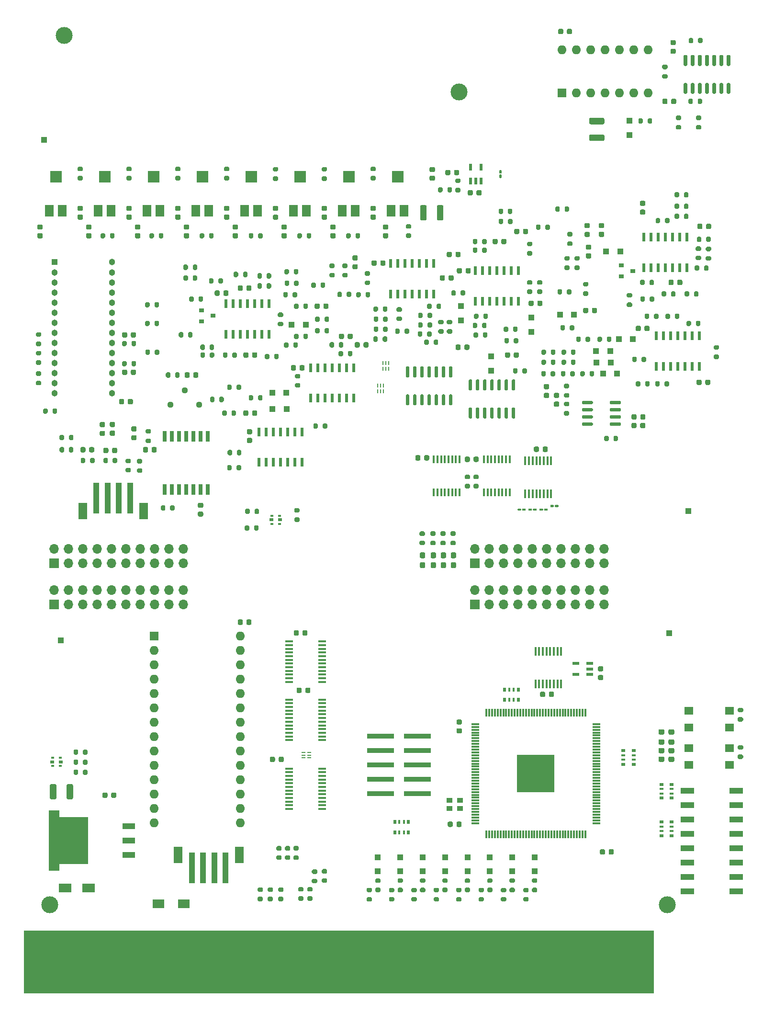
<source format=gbr>
%TF.GenerationSoftware,KiCad,Pcbnew,(5.1.9)-1*%
%TF.CreationDate,2021-07-10T01:48:30+09:00*%
%TF.ProjectId,invader-haichigae,696e7661-6465-4722-9d68-616963686967,rev?*%
%TF.SameCoordinates,Original*%
%TF.FileFunction,Soldermask,Top*%
%TF.FilePolarity,Negative*%
%FSLAX46Y46*%
G04 Gerber Fmt 4.6, Leading zero omitted, Abs format (unit mm)*
G04 Created by KiCad (PCBNEW (5.1.9)-1) date 2021-07-10 01:48:30*
%MOMM*%
%LPD*%
G01*
G04 APERTURE LIST*
%ADD10C,0.100000*%
%ADD11C,3.000000*%
%ADD12R,0.550000X0.400000*%
%ADD13R,0.700000X0.500000*%
%ADD14R,1.000000X1.000000*%
%ADD15R,0.750000X0.250000*%
%ADD16O,1.600000X1.600000*%
%ADD17R,1.600000X1.600000*%
%ADD18R,1.475000X0.450000*%
%ADD19R,1.600000X3.000000*%
%ADD20R,1.000000X5.500000*%
%ADD21O,1.700000X1.700000*%
%ADD22R,1.700000X1.700000*%
%ADD23R,0.450000X1.500000*%
%ADD24R,0.600000X1.200000*%
%ADD25R,1.200000X0.600000*%
%ADD26R,0.450000X1.475000*%
%ADD27R,0.250000X0.750000*%
%ADD28R,0.650000X1.954000*%
%ADD29R,0.600000X1.500000*%
%ADD30R,1.600000X1.400000*%
%ADD31R,1.600000X2.000000*%
%ADD32R,2.000000X2.000000*%
%ADD33R,2.150000X1.550000*%
%ADD34R,2.200000X1.550000*%
%ADD35C,1.120000*%
%ADD36R,0.900000X0.800000*%
%ADD37R,1.133000X1.133000*%
%ADD38C,1.133000*%
%ADD39R,0.800000X0.500000*%
%ADD40R,0.800000X0.400000*%
%ADD41R,2.440000X1.120000*%
%ADD42R,1.050000X0.950000*%
%ADD43R,0.500000X0.800000*%
%ADD44R,0.400000X0.800000*%
%ADD45R,4.800000X0.890000*%
%ADD46R,2.160000X1.070000*%
%ADD47R,7.000000X8.330000*%
%ADD48R,1.910000X1.235000*%
%ADD49R,6.610000X6.610000*%
%ADD50R,0.300000X1.475000*%
%ADD51R,1.475000X0.300000*%
G04 APERTURE END LIST*
D10*
G36*
X149987000Y-189738000D02*
G01*
X38608000Y-189738000D01*
X38608000Y-178689000D01*
X149987000Y-178689000D01*
X149987000Y-189738000D01*
G37*
X149987000Y-189738000D02*
X38608000Y-189738000D01*
X38608000Y-178689000D01*
X149987000Y-178689000D01*
X149987000Y-189738000D01*
D11*
%TO.C,TP7*%
X43180000Y-174150000D03*
%TD*%
%TO.C,TP8*%
X152400000Y-174150000D03*
%TD*%
%TO.C,TP5*%
X45720000Y-20480000D03*
%TD*%
%TO.C,TP6*%
X115570000Y-30480000D03*
%TD*%
%TO.C,JAMMA1*%
G36*
G01*
X39121700Y-189340500D02*
X39121700Y-179340500D01*
G75*
G02*
X39172500Y-179289700I50800J0D01*
G01*
X41472500Y-179289700D01*
G75*
G02*
X41523300Y-179340500I0J-50800D01*
G01*
X41523300Y-189340500D01*
G75*
G02*
X41472500Y-189391300I-50800J0D01*
G01*
X39172500Y-189391300D01*
G75*
G02*
X39121700Y-189340500I0J50800D01*
G01*
G37*
G36*
G01*
X43081700Y-189340500D02*
X43081700Y-179340500D01*
G75*
G02*
X43132500Y-179289700I50800J0D01*
G01*
X45432500Y-179289700D01*
G75*
G02*
X45483300Y-179340500I0J-50800D01*
G01*
X45483300Y-189340500D01*
G75*
G02*
X45432500Y-189391300I-50800J0D01*
G01*
X43132500Y-189391300D01*
G75*
G02*
X43081700Y-189340500I0J50800D01*
G01*
G37*
G36*
G01*
X47041700Y-189340500D02*
X47041700Y-179340500D01*
G75*
G02*
X47092500Y-179289700I50800J0D01*
G01*
X49392500Y-179289700D01*
G75*
G02*
X49443300Y-179340500I0J-50800D01*
G01*
X49443300Y-189340500D01*
G75*
G02*
X49392500Y-189391300I-50800J0D01*
G01*
X47092500Y-189391300D01*
G75*
G02*
X47041700Y-189340500I0J50800D01*
G01*
G37*
G36*
G01*
X51001700Y-189340500D02*
X51001700Y-179340500D01*
G75*
G02*
X51052500Y-179289700I50800J0D01*
G01*
X53352500Y-179289700D01*
G75*
G02*
X53403300Y-179340500I0J-50800D01*
G01*
X53403300Y-189340500D01*
G75*
G02*
X53352500Y-189391300I-50800J0D01*
G01*
X51052500Y-189391300D01*
G75*
G02*
X51001700Y-189340500I0J50800D01*
G01*
G37*
G36*
G01*
X54961700Y-189340500D02*
X54961700Y-179340500D01*
G75*
G02*
X55012500Y-179289700I50800J0D01*
G01*
X57312500Y-179289700D01*
G75*
G02*
X57363300Y-179340500I0J-50800D01*
G01*
X57363300Y-189340500D01*
G75*
G02*
X57312500Y-189391300I-50800J0D01*
G01*
X55012500Y-189391300D01*
G75*
G02*
X54961700Y-189340500I0J50800D01*
G01*
G37*
G36*
G01*
X58921700Y-189340500D02*
X58921700Y-179340500D01*
G75*
G02*
X58972500Y-179289700I50800J0D01*
G01*
X61272500Y-179289700D01*
G75*
G02*
X61323300Y-179340500I0J-50800D01*
G01*
X61323300Y-189340500D01*
G75*
G02*
X61272500Y-189391300I-50800J0D01*
G01*
X58972500Y-189391300D01*
G75*
G02*
X58921700Y-189340500I0J50800D01*
G01*
G37*
G36*
G01*
X66841700Y-189340500D02*
X66841700Y-179340500D01*
G75*
G02*
X66892500Y-179289700I50800J0D01*
G01*
X69192500Y-179289700D01*
G75*
G02*
X69243300Y-179340500I0J-50800D01*
G01*
X69243300Y-189340500D01*
G75*
G02*
X69192500Y-189391300I-50800J0D01*
G01*
X66892500Y-189391300D01*
G75*
G02*
X66841700Y-189340500I0J50800D01*
G01*
G37*
G36*
G01*
X70801700Y-189340500D02*
X70801700Y-179340500D01*
G75*
G02*
X70852500Y-179289700I50800J0D01*
G01*
X73152500Y-179289700D01*
G75*
G02*
X73203300Y-179340500I0J-50800D01*
G01*
X73203300Y-189340500D01*
G75*
G02*
X73152500Y-189391300I-50800J0D01*
G01*
X70852500Y-189391300D01*
G75*
G02*
X70801700Y-189340500I0J50800D01*
G01*
G37*
G36*
G01*
X74761700Y-189340500D02*
X74761700Y-179340500D01*
G75*
G02*
X74812500Y-179289700I50800J0D01*
G01*
X77112500Y-179289700D01*
G75*
G02*
X77163300Y-179340500I0J-50800D01*
G01*
X77163300Y-189340500D01*
G75*
G02*
X77112500Y-189391300I-50800J0D01*
G01*
X74812500Y-189391300D01*
G75*
G02*
X74761700Y-189340500I0J50800D01*
G01*
G37*
G36*
G01*
X78721700Y-189340500D02*
X78721700Y-179340500D01*
G75*
G02*
X78772500Y-179289700I50800J0D01*
G01*
X81072500Y-179289700D01*
G75*
G02*
X81123300Y-179340500I0J-50800D01*
G01*
X81123300Y-189340500D01*
G75*
G02*
X81072500Y-189391300I-50800J0D01*
G01*
X78772500Y-189391300D01*
G75*
G02*
X78721700Y-189340500I0J50800D01*
G01*
G37*
G36*
G01*
X82681700Y-189340500D02*
X82681700Y-179340500D01*
G75*
G02*
X82732500Y-179289700I50800J0D01*
G01*
X85032500Y-179289700D01*
G75*
G02*
X85083300Y-179340500I0J-50800D01*
G01*
X85083300Y-189340500D01*
G75*
G02*
X85032500Y-189391300I-50800J0D01*
G01*
X82732500Y-189391300D01*
G75*
G02*
X82681700Y-189340500I0J50800D01*
G01*
G37*
G36*
G01*
X86641700Y-189340500D02*
X86641700Y-179340500D01*
G75*
G02*
X86692500Y-179289700I50800J0D01*
G01*
X88992500Y-179289700D01*
G75*
G02*
X89043300Y-179340500I0J-50800D01*
G01*
X89043300Y-189340500D01*
G75*
G02*
X88992500Y-189391300I-50800J0D01*
G01*
X86692500Y-189391300D01*
G75*
G02*
X86641700Y-189340500I0J50800D01*
G01*
G37*
G36*
G01*
X90601700Y-189340500D02*
X90601700Y-179340500D01*
G75*
G02*
X90652500Y-179289700I50800J0D01*
G01*
X92952500Y-179289700D01*
G75*
G02*
X93003300Y-179340500I0J-50800D01*
G01*
X93003300Y-189340500D01*
G75*
G02*
X92952500Y-189391300I-50800J0D01*
G01*
X90652500Y-189391300D01*
G75*
G02*
X90601700Y-189340500I0J50800D01*
G01*
G37*
G36*
G01*
X94561700Y-189340500D02*
X94561700Y-179340500D01*
G75*
G02*
X94612500Y-179289700I50800J0D01*
G01*
X96912500Y-179289700D01*
G75*
G02*
X96963300Y-179340500I0J-50800D01*
G01*
X96963300Y-189340500D01*
G75*
G02*
X96912500Y-189391300I-50800J0D01*
G01*
X94612500Y-189391300D01*
G75*
G02*
X94561700Y-189340500I0J50800D01*
G01*
G37*
G36*
G01*
X98521700Y-189340500D02*
X98521700Y-179340500D01*
G75*
G02*
X98572500Y-179289700I50800J0D01*
G01*
X100872500Y-179289700D01*
G75*
G02*
X100923300Y-179340500I0J-50800D01*
G01*
X100923300Y-189340500D01*
G75*
G02*
X100872500Y-189391300I-50800J0D01*
G01*
X98572500Y-189391300D01*
G75*
G02*
X98521700Y-189340500I0J50800D01*
G01*
G37*
G36*
G01*
X102481700Y-189340500D02*
X102481700Y-179340500D01*
G75*
G02*
X102532500Y-179289700I50800J0D01*
G01*
X104832500Y-179289700D01*
G75*
G02*
X104883300Y-179340500I0J-50800D01*
G01*
X104883300Y-189340500D01*
G75*
G02*
X104832500Y-189391300I-50800J0D01*
G01*
X102532500Y-189391300D01*
G75*
G02*
X102481700Y-189340500I0J50800D01*
G01*
G37*
G36*
G01*
X106441700Y-189340500D02*
X106441700Y-179340500D01*
G75*
G02*
X106492500Y-179289700I50800J0D01*
G01*
X108792500Y-179289700D01*
G75*
G02*
X108843300Y-179340500I0J-50800D01*
G01*
X108843300Y-189340500D01*
G75*
G02*
X108792500Y-189391300I-50800J0D01*
G01*
X106492500Y-189391300D01*
G75*
G02*
X106441700Y-189340500I0J50800D01*
G01*
G37*
G36*
G01*
X110401700Y-189340500D02*
X110401700Y-179340500D01*
G75*
G02*
X110452500Y-179289700I50800J0D01*
G01*
X112752500Y-179289700D01*
G75*
G02*
X112803300Y-179340500I0J-50800D01*
G01*
X112803300Y-189340500D01*
G75*
G02*
X112752500Y-189391300I-50800J0D01*
G01*
X110452500Y-189391300D01*
G75*
G02*
X110401700Y-189340500I0J50800D01*
G01*
G37*
G36*
G01*
X114361700Y-189340500D02*
X114361700Y-179340500D01*
G75*
G02*
X114412500Y-179289700I50800J0D01*
G01*
X116712500Y-179289700D01*
G75*
G02*
X116763300Y-179340500I0J-50800D01*
G01*
X116763300Y-189340500D01*
G75*
G02*
X116712500Y-189391300I-50800J0D01*
G01*
X114412500Y-189391300D01*
G75*
G02*
X114361700Y-189340500I0J50800D01*
G01*
G37*
G36*
G01*
X118321700Y-189340500D02*
X118321700Y-179340500D01*
G75*
G02*
X118372500Y-179289700I50800J0D01*
G01*
X120672500Y-179289700D01*
G75*
G02*
X120723300Y-179340500I0J-50800D01*
G01*
X120723300Y-189340500D01*
G75*
G02*
X120672500Y-189391300I-50800J0D01*
G01*
X118372500Y-189391300D01*
G75*
G02*
X118321700Y-189340500I0J50800D01*
G01*
G37*
G36*
G01*
X122281700Y-189340500D02*
X122281700Y-179340500D01*
G75*
G02*
X122332500Y-179289700I50800J0D01*
G01*
X124632500Y-179289700D01*
G75*
G02*
X124683300Y-179340500I0J-50800D01*
G01*
X124683300Y-189340500D01*
G75*
G02*
X124632500Y-189391300I-50800J0D01*
G01*
X122332500Y-189391300D01*
G75*
G02*
X122281700Y-189340500I0J50800D01*
G01*
G37*
G36*
G01*
X126241700Y-189340500D02*
X126241700Y-179340500D01*
G75*
G02*
X126292500Y-179289700I50800J0D01*
G01*
X128592500Y-179289700D01*
G75*
G02*
X128643300Y-179340500I0J-50800D01*
G01*
X128643300Y-189340500D01*
G75*
G02*
X128592500Y-189391300I-50800J0D01*
G01*
X126292500Y-189391300D01*
G75*
G02*
X126241700Y-189340500I0J50800D01*
G01*
G37*
G36*
G01*
X130201700Y-189340500D02*
X130201700Y-179340500D01*
G75*
G02*
X130252500Y-179289700I50800J0D01*
G01*
X132552500Y-179289700D01*
G75*
G02*
X132603300Y-179340500I0J-50800D01*
G01*
X132603300Y-189340500D01*
G75*
G02*
X132552500Y-189391300I-50800J0D01*
G01*
X130252500Y-189391300D01*
G75*
G02*
X130201700Y-189340500I0J50800D01*
G01*
G37*
G36*
G01*
X142081700Y-189340500D02*
X142081700Y-179340500D01*
G75*
G02*
X142132500Y-179289700I50800J0D01*
G01*
X144432500Y-179289700D01*
G75*
G02*
X144483300Y-179340500I0J-50800D01*
G01*
X144483300Y-189340500D01*
G75*
G02*
X144432500Y-189391300I-50800J0D01*
G01*
X142132500Y-189391300D01*
G75*
G02*
X142081700Y-189340500I0J50800D01*
G01*
G37*
G36*
G01*
X146041700Y-189340500D02*
X146041700Y-179340500D01*
G75*
G02*
X146092500Y-179289700I50800J0D01*
G01*
X148392500Y-179289700D01*
G75*
G02*
X148443300Y-179340500I0J-50800D01*
G01*
X148443300Y-189340500D01*
G75*
G02*
X148392500Y-189391300I-50800J0D01*
G01*
X146092500Y-189391300D01*
G75*
G02*
X146041700Y-189340500I0J50800D01*
G01*
G37*
G36*
G01*
X134161700Y-189340500D02*
X134161700Y-179340500D01*
G75*
G02*
X134212500Y-179289700I50800J0D01*
G01*
X136512500Y-179289700D01*
G75*
G02*
X136563300Y-179340500I0J-50800D01*
G01*
X136563300Y-189340500D01*
G75*
G02*
X136512500Y-189391300I-50800J0D01*
G01*
X134212500Y-189391300D01*
G75*
G02*
X134161700Y-189340500I0J50800D01*
G01*
G37*
G36*
G01*
X138121700Y-189340500D02*
X138121700Y-179340500D01*
G75*
G02*
X138172500Y-179289700I50800J0D01*
G01*
X140472500Y-179289700D01*
G75*
G02*
X140523300Y-179340500I0J-50800D01*
G01*
X140523300Y-189340500D01*
G75*
G02*
X140472500Y-189391300I-50800J0D01*
G01*
X138172500Y-189391300D01*
G75*
G02*
X138121700Y-189340500I0J50800D01*
G01*
G37*
%TD*%
%TO.C,R50*%
G36*
G01*
X86656500Y-105644500D02*
X87206500Y-105644500D01*
G75*
G02*
X87406500Y-105844500I0J-200000D01*
G01*
X87406500Y-106244500D01*
G75*
G02*
X87206500Y-106444500I-200000J0D01*
G01*
X86656500Y-106444500D01*
G75*
G02*
X86456500Y-106244500I0J200000D01*
G01*
X86456500Y-105844500D01*
G75*
G02*
X86656500Y-105644500I200000J0D01*
G01*
G37*
G36*
G01*
X86656500Y-103994500D02*
X87206500Y-103994500D01*
G75*
G02*
X87406500Y-104194500I0J-200000D01*
G01*
X87406500Y-104594500D01*
G75*
G02*
X87206500Y-104794500I-200000J0D01*
G01*
X86656500Y-104794500D01*
G75*
G02*
X86456500Y-104594500I0J200000D01*
G01*
X86456500Y-104194500D01*
G75*
G02*
X86656500Y-103994500I200000J0D01*
G01*
G37*
%TD*%
%TO.C,R49*%
G36*
G01*
X79355000Y-107780500D02*
X79355000Y-107230500D01*
G75*
G02*
X79555000Y-107030500I200000J0D01*
G01*
X79955000Y-107030500D01*
G75*
G02*
X80155000Y-107230500I0J-200000D01*
G01*
X80155000Y-107780500D01*
G75*
G02*
X79955000Y-107980500I-200000J0D01*
G01*
X79555000Y-107980500D01*
G75*
G02*
X79355000Y-107780500I0J200000D01*
G01*
G37*
G36*
G01*
X77705000Y-107780500D02*
X77705000Y-107230500D01*
G75*
G02*
X77905000Y-107030500I200000J0D01*
G01*
X78305000Y-107030500D01*
G75*
G02*
X78505000Y-107230500I0J-200000D01*
G01*
X78505000Y-107780500D01*
G75*
G02*
X78305000Y-107980500I-200000J0D01*
G01*
X77905000Y-107980500D01*
G75*
G02*
X77705000Y-107780500I0J200000D01*
G01*
G37*
%TD*%
%TO.C,R48*%
G36*
G01*
X79418500Y-104859500D02*
X79418500Y-104309500D01*
G75*
G02*
X79618500Y-104109500I200000J0D01*
G01*
X80018500Y-104109500D01*
G75*
G02*
X80218500Y-104309500I0J-200000D01*
G01*
X80218500Y-104859500D01*
G75*
G02*
X80018500Y-105059500I-200000J0D01*
G01*
X79618500Y-105059500D01*
G75*
G02*
X79418500Y-104859500I0J200000D01*
G01*
G37*
G36*
G01*
X77768500Y-104859500D02*
X77768500Y-104309500D01*
G75*
G02*
X77968500Y-104109500I200000J0D01*
G01*
X78368500Y-104109500D01*
G75*
G02*
X78568500Y-104309500I0J-200000D01*
G01*
X78568500Y-104859500D01*
G75*
G02*
X78368500Y-105059500I-200000J0D01*
G01*
X77968500Y-105059500D01*
G75*
G02*
X77768500Y-104859500I0J200000D01*
G01*
G37*
%TD*%
D12*
%TO.C,LED2*%
X83838500Y-105333500D03*
X82488500Y-105333500D03*
D13*
X83913500Y-106058500D03*
X82413500Y-106058500D03*
D12*
X83838500Y-106783500D03*
X82488500Y-106783500D03*
%TD*%
D14*
%TO.C,TP4*%
X156146500Y-104521000D03*
%TD*%
%TO.C,TP3*%
X42164000Y-38925500D03*
%TD*%
%TO.C,TP2*%
X45148500Y-127381000D03*
%TD*%
%TO.C,TP1*%
X152781000Y-126111000D03*
%TD*%
%TO.C,R47*%
G36*
G01*
X87355000Y-172637000D02*
X87905000Y-172637000D01*
G75*
G02*
X88105000Y-172837000I0J-200000D01*
G01*
X88105000Y-173237000D01*
G75*
G02*
X87905000Y-173437000I-200000J0D01*
G01*
X87355000Y-173437000D01*
G75*
G02*
X87155000Y-173237000I0J200000D01*
G01*
X87155000Y-172837000D01*
G75*
G02*
X87355000Y-172637000I200000J0D01*
G01*
G37*
G36*
G01*
X87355000Y-170987000D02*
X87905000Y-170987000D01*
G75*
G02*
X88105000Y-171187000I0J-200000D01*
G01*
X88105000Y-171587000D01*
G75*
G02*
X87905000Y-171787000I-200000J0D01*
G01*
X87355000Y-171787000D01*
G75*
G02*
X87155000Y-171587000I0J200000D01*
G01*
X87155000Y-171187000D01*
G75*
G02*
X87355000Y-170987000I200000J0D01*
G01*
G37*
%TD*%
%TO.C,R46*%
G36*
G01*
X84031500Y-164547500D02*
X83481500Y-164547500D01*
G75*
G02*
X83281500Y-164347500I0J200000D01*
G01*
X83281500Y-163947500D01*
G75*
G02*
X83481500Y-163747500I200000J0D01*
G01*
X84031500Y-163747500D01*
G75*
G02*
X84231500Y-163947500I0J-200000D01*
G01*
X84231500Y-164347500D01*
G75*
G02*
X84031500Y-164547500I-200000J0D01*
G01*
G37*
G36*
G01*
X84031500Y-166197500D02*
X83481500Y-166197500D01*
G75*
G02*
X83281500Y-165997500I0J200000D01*
G01*
X83281500Y-165597500D01*
G75*
G02*
X83481500Y-165397500I200000J0D01*
G01*
X84031500Y-165397500D01*
G75*
G02*
X84231500Y-165597500I0J-200000D01*
G01*
X84231500Y-165997500D01*
G75*
G02*
X84031500Y-166197500I-200000J0D01*
G01*
G37*
%TD*%
%TO.C,R45*%
G36*
G01*
X85555500Y-164548000D02*
X85005500Y-164548000D01*
G75*
G02*
X84805500Y-164348000I0J200000D01*
G01*
X84805500Y-163948000D01*
G75*
G02*
X85005500Y-163748000I200000J0D01*
G01*
X85555500Y-163748000D01*
G75*
G02*
X85755500Y-163948000I0J-200000D01*
G01*
X85755500Y-164348000D01*
G75*
G02*
X85555500Y-164548000I-200000J0D01*
G01*
G37*
G36*
G01*
X85555500Y-166198000D02*
X85005500Y-166198000D01*
G75*
G02*
X84805500Y-165998000I0J200000D01*
G01*
X84805500Y-165598000D01*
G75*
G02*
X85005500Y-165398000I200000J0D01*
G01*
X85555500Y-165398000D01*
G75*
G02*
X85755500Y-165598000I0J-200000D01*
G01*
X85755500Y-165998000D01*
G75*
G02*
X85555500Y-166198000I-200000J0D01*
G01*
G37*
%TD*%
%TO.C,R44*%
G36*
G01*
X80179500Y-172700000D02*
X80729500Y-172700000D01*
G75*
G02*
X80929500Y-172900000I0J-200000D01*
G01*
X80929500Y-173300000D01*
G75*
G02*
X80729500Y-173500000I-200000J0D01*
G01*
X80179500Y-173500000D01*
G75*
G02*
X79979500Y-173300000I0J200000D01*
G01*
X79979500Y-172900000D01*
G75*
G02*
X80179500Y-172700000I200000J0D01*
G01*
G37*
G36*
G01*
X80179500Y-171050000D02*
X80729500Y-171050000D01*
G75*
G02*
X80929500Y-171250000I0J-200000D01*
G01*
X80929500Y-171650000D01*
G75*
G02*
X80729500Y-171850000I-200000J0D01*
G01*
X80179500Y-171850000D01*
G75*
G02*
X79979500Y-171650000I0J200000D01*
G01*
X79979500Y-171250000D01*
G75*
G02*
X80179500Y-171050000I200000J0D01*
G01*
G37*
%TD*%
%TO.C,R43*%
G36*
G01*
X81957500Y-172701000D02*
X82507500Y-172701000D01*
G75*
G02*
X82707500Y-172901000I0J-200000D01*
G01*
X82707500Y-173301000D01*
G75*
G02*
X82507500Y-173501000I-200000J0D01*
G01*
X81957500Y-173501000D01*
G75*
G02*
X81757500Y-173301000I0J200000D01*
G01*
X81757500Y-172901000D01*
G75*
G02*
X81957500Y-172701000I200000J0D01*
G01*
G37*
G36*
G01*
X81957500Y-171051000D02*
X82507500Y-171051000D01*
G75*
G02*
X82707500Y-171251000I0J-200000D01*
G01*
X82707500Y-171651000D01*
G75*
G02*
X82507500Y-171851000I-200000J0D01*
G01*
X81957500Y-171851000D01*
G75*
G02*
X81757500Y-171651000I0J200000D01*
G01*
X81757500Y-171251000D01*
G75*
G02*
X81957500Y-171051000I200000J0D01*
G01*
G37*
%TD*%
%TO.C,R38*%
G36*
G01*
X132553500Y-103732000D02*
X132553500Y-103532000D01*
G75*
G02*
X132653500Y-103432000I100000J0D01*
G01*
X133088500Y-103432000D01*
G75*
G02*
X133188500Y-103532000I0J-100000D01*
G01*
X133188500Y-103732000D01*
G75*
G02*
X133088500Y-103832000I-100000J0D01*
G01*
X132653500Y-103832000D01*
G75*
G02*
X132553500Y-103732000I0J100000D01*
G01*
G37*
G36*
G01*
X131738500Y-103732000D02*
X131738500Y-103532000D01*
G75*
G02*
X131838500Y-103432000I100000J0D01*
G01*
X132273500Y-103432000D01*
G75*
G02*
X132373500Y-103532000I0J-100000D01*
G01*
X132373500Y-103732000D01*
G75*
G02*
X132273500Y-103832000I-100000J0D01*
G01*
X131838500Y-103832000D01*
G75*
G02*
X131738500Y-103732000I0J100000D01*
G01*
G37*
%TD*%
%TO.C,R37*%
G36*
G01*
X122830920Y-45045420D02*
X123030920Y-45045420D01*
G75*
G02*
X123130920Y-45145420I0J-100000D01*
G01*
X123130920Y-45580420D01*
G75*
G02*
X123030920Y-45680420I-100000J0D01*
G01*
X122830920Y-45680420D01*
G75*
G02*
X122730920Y-45580420I0J100000D01*
G01*
X122730920Y-45145420D01*
G75*
G02*
X122830920Y-45045420I100000J0D01*
G01*
G37*
G36*
G01*
X122830920Y-44230420D02*
X123030920Y-44230420D01*
G75*
G02*
X123130920Y-44330420I0J-100000D01*
G01*
X123130920Y-44765420D01*
G75*
G02*
X123030920Y-44865420I-100000J0D01*
G01*
X122830920Y-44865420D01*
G75*
G02*
X122730920Y-44765420I0J100000D01*
G01*
X122730920Y-44330420D01*
G75*
G02*
X122830920Y-44230420I100000J0D01*
G01*
G37*
%TD*%
%TO.C,R36*%
G36*
G01*
X130468500Y-104167000D02*
X130468500Y-104367000D01*
G75*
G02*
X130368500Y-104467000I-100000J0D01*
G01*
X129933500Y-104467000D01*
G75*
G02*
X129833500Y-104367000I0J100000D01*
G01*
X129833500Y-104167000D01*
G75*
G02*
X129933500Y-104067000I100000J0D01*
G01*
X130368500Y-104067000D01*
G75*
G02*
X130468500Y-104167000I0J-100000D01*
G01*
G37*
G36*
G01*
X131283500Y-104167000D02*
X131283500Y-104367000D01*
G75*
G02*
X131183500Y-104467000I-100000J0D01*
G01*
X130748500Y-104467000D01*
G75*
G02*
X130648500Y-104367000I0J100000D01*
G01*
X130648500Y-104167000D01*
G75*
G02*
X130748500Y-104067000I100000J0D01*
G01*
X131183500Y-104067000D01*
G75*
G02*
X131283500Y-104167000I0J-100000D01*
G01*
G37*
%TD*%
%TO.C,R35*%
G36*
G01*
X128675000Y-104367000D02*
X128675000Y-104167000D01*
G75*
G02*
X128775000Y-104067000I100000J0D01*
G01*
X129210000Y-104067000D01*
G75*
G02*
X129310000Y-104167000I0J-100000D01*
G01*
X129310000Y-104367000D01*
G75*
G02*
X129210000Y-104467000I-100000J0D01*
G01*
X128775000Y-104467000D01*
G75*
G02*
X128675000Y-104367000I0J100000D01*
G01*
G37*
G36*
G01*
X127860000Y-104367000D02*
X127860000Y-104167000D01*
G75*
G02*
X127960000Y-104067000I100000J0D01*
G01*
X128395000Y-104067000D01*
G75*
G02*
X128495000Y-104167000I0J-100000D01*
G01*
X128495000Y-104367000D01*
G75*
G02*
X128395000Y-104467000I-100000J0D01*
G01*
X127960000Y-104467000D01*
G75*
G02*
X127860000Y-104367000I0J100000D01*
G01*
G37*
%TD*%
%TO.C,R32*%
G36*
G01*
X126590000Y-104167000D02*
X126590000Y-104367000D01*
G75*
G02*
X126490000Y-104467000I-100000J0D01*
G01*
X126055000Y-104467000D01*
G75*
G02*
X125955000Y-104367000I0J100000D01*
G01*
X125955000Y-104167000D01*
G75*
G02*
X126055000Y-104067000I100000J0D01*
G01*
X126490000Y-104067000D01*
G75*
G02*
X126590000Y-104167000I0J-100000D01*
G01*
G37*
G36*
G01*
X127405000Y-104167000D02*
X127405000Y-104367000D01*
G75*
G02*
X127305000Y-104467000I-100000J0D01*
G01*
X126870000Y-104467000D01*
G75*
G02*
X126770000Y-104367000I0J100000D01*
G01*
X126770000Y-104167000D01*
G75*
G02*
X126870000Y-104067000I100000J0D01*
G01*
X127305000Y-104067000D01*
G75*
G02*
X127405000Y-104167000I0J-100000D01*
G01*
G37*
%TD*%
%TO.C,D20*%
G36*
G01*
X114842300Y-112869200D02*
X114367300Y-112869200D01*
G75*
G02*
X114129800Y-112631700I0J237500D01*
G01*
X114129800Y-112056700D01*
G75*
G02*
X114367300Y-111819200I237500J0D01*
G01*
X114842300Y-111819200D01*
G75*
G02*
X115079800Y-112056700I0J-237500D01*
G01*
X115079800Y-112631700D01*
G75*
G02*
X114842300Y-112869200I-237500J0D01*
G01*
G37*
G36*
G01*
X114842300Y-114619200D02*
X114367300Y-114619200D01*
G75*
G02*
X114129800Y-114381700I0J237500D01*
G01*
X114129800Y-113806700D01*
G75*
G02*
X114367300Y-113569200I237500J0D01*
G01*
X114842300Y-113569200D01*
G75*
G02*
X115079800Y-113806700I0J-237500D01*
G01*
X115079800Y-114381700D01*
G75*
G02*
X114842300Y-114619200I-237500J0D01*
G01*
G37*
%TD*%
%TO.C,D19*%
G36*
G01*
X113064300Y-112869200D02*
X112589300Y-112869200D01*
G75*
G02*
X112351800Y-112631700I0J237500D01*
G01*
X112351800Y-112056700D01*
G75*
G02*
X112589300Y-111819200I237500J0D01*
G01*
X113064300Y-111819200D01*
G75*
G02*
X113301800Y-112056700I0J-237500D01*
G01*
X113301800Y-112631700D01*
G75*
G02*
X113064300Y-112869200I-237500J0D01*
G01*
G37*
G36*
G01*
X113064300Y-114619200D02*
X112589300Y-114619200D01*
G75*
G02*
X112351800Y-114381700I0J237500D01*
G01*
X112351800Y-113806700D01*
G75*
G02*
X112589300Y-113569200I237500J0D01*
G01*
X113064300Y-113569200D01*
G75*
G02*
X113301800Y-113806700I0J-237500D01*
G01*
X113301800Y-114381700D01*
G75*
G02*
X113064300Y-114619200I-237500J0D01*
G01*
G37*
%TD*%
%TO.C,D18*%
G36*
G01*
X111286300Y-112869200D02*
X110811300Y-112869200D01*
G75*
G02*
X110573800Y-112631700I0J237500D01*
G01*
X110573800Y-112056700D01*
G75*
G02*
X110811300Y-111819200I237500J0D01*
G01*
X111286300Y-111819200D01*
G75*
G02*
X111523800Y-112056700I0J-237500D01*
G01*
X111523800Y-112631700D01*
G75*
G02*
X111286300Y-112869200I-237500J0D01*
G01*
G37*
G36*
G01*
X111286300Y-114619200D02*
X110811300Y-114619200D01*
G75*
G02*
X110573800Y-114381700I0J237500D01*
G01*
X110573800Y-113806700D01*
G75*
G02*
X110811300Y-113569200I237500J0D01*
G01*
X111286300Y-113569200D01*
G75*
G02*
X111523800Y-113806700I0J-237500D01*
G01*
X111523800Y-114381700D01*
G75*
G02*
X111286300Y-114619200I-237500J0D01*
G01*
G37*
%TD*%
%TO.C,D17*%
G36*
G01*
X109381300Y-112869200D02*
X108906300Y-112869200D01*
G75*
G02*
X108668800Y-112631700I0J237500D01*
G01*
X108668800Y-112056700D01*
G75*
G02*
X108906300Y-111819200I237500J0D01*
G01*
X109381300Y-111819200D01*
G75*
G02*
X109618800Y-112056700I0J-237500D01*
G01*
X109618800Y-112631700D01*
G75*
G02*
X109381300Y-112869200I-237500J0D01*
G01*
G37*
G36*
G01*
X109381300Y-114619200D02*
X108906300Y-114619200D01*
G75*
G02*
X108668800Y-114381700I0J237500D01*
G01*
X108668800Y-113806700D01*
G75*
G02*
X108906300Y-113569200I237500J0D01*
G01*
X109381300Y-113569200D01*
G75*
G02*
X109618800Y-113806700I0J-237500D01*
G01*
X109618800Y-114381700D01*
G75*
G02*
X109381300Y-114619200I-237500J0D01*
G01*
G37*
%TD*%
%TO.C,R42*%
G36*
G01*
X114279000Y-109772000D02*
X114829000Y-109772000D01*
G75*
G02*
X115029000Y-109972000I0J-200000D01*
G01*
X115029000Y-110372000D01*
G75*
G02*
X114829000Y-110572000I-200000J0D01*
G01*
X114279000Y-110572000D01*
G75*
G02*
X114079000Y-110372000I0J200000D01*
G01*
X114079000Y-109972000D01*
G75*
G02*
X114279000Y-109772000I200000J0D01*
G01*
G37*
G36*
G01*
X114279000Y-108122000D02*
X114829000Y-108122000D01*
G75*
G02*
X115029000Y-108322000I0J-200000D01*
G01*
X115029000Y-108722000D01*
G75*
G02*
X114829000Y-108922000I-200000J0D01*
G01*
X114279000Y-108922000D01*
G75*
G02*
X114079000Y-108722000I0J200000D01*
G01*
X114079000Y-108322000D01*
G75*
G02*
X114279000Y-108122000I200000J0D01*
G01*
G37*
%TD*%
%TO.C,R41*%
G36*
G01*
X112501000Y-109772000D02*
X113051000Y-109772000D01*
G75*
G02*
X113251000Y-109972000I0J-200000D01*
G01*
X113251000Y-110372000D01*
G75*
G02*
X113051000Y-110572000I-200000J0D01*
G01*
X112501000Y-110572000D01*
G75*
G02*
X112301000Y-110372000I0J200000D01*
G01*
X112301000Y-109972000D01*
G75*
G02*
X112501000Y-109772000I200000J0D01*
G01*
G37*
G36*
G01*
X112501000Y-108122000D02*
X113051000Y-108122000D01*
G75*
G02*
X113251000Y-108322000I0J-200000D01*
G01*
X113251000Y-108722000D01*
G75*
G02*
X113051000Y-108922000I-200000J0D01*
G01*
X112501000Y-108922000D01*
G75*
G02*
X112301000Y-108722000I0J200000D01*
G01*
X112301000Y-108322000D01*
G75*
G02*
X112501000Y-108122000I200000J0D01*
G01*
G37*
%TD*%
%TO.C,R40*%
G36*
G01*
X110723000Y-109772000D02*
X111273000Y-109772000D01*
G75*
G02*
X111473000Y-109972000I0J-200000D01*
G01*
X111473000Y-110372000D01*
G75*
G02*
X111273000Y-110572000I-200000J0D01*
G01*
X110723000Y-110572000D01*
G75*
G02*
X110523000Y-110372000I0J200000D01*
G01*
X110523000Y-109972000D01*
G75*
G02*
X110723000Y-109772000I200000J0D01*
G01*
G37*
G36*
G01*
X110723000Y-108122000D02*
X111273000Y-108122000D01*
G75*
G02*
X111473000Y-108322000I0J-200000D01*
G01*
X111473000Y-108722000D01*
G75*
G02*
X111273000Y-108922000I-200000J0D01*
G01*
X110723000Y-108922000D01*
G75*
G02*
X110523000Y-108722000I0J200000D01*
G01*
X110523000Y-108322000D01*
G75*
G02*
X110723000Y-108122000I200000J0D01*
G01*
G37*
%TD*%
%TO.C,R39*%
G36*
G01*
X108818000Y-109772000D02*
X109368000Y-109772000D01*
G75*
G02*
X109568000Y-109972000I0J-200000D01*
G01*
X109568000Y-110372000D01*
G75*
G02*
X109368000Y-110572000I-200000J0D01*
G01*
X108818000Y-110572000D01*
G75*
G02*
X108618000Y-110372000I0J200000D01*
G01*
X108618000Y-109972000D01*
G75*
G02*
X108818000Y-109772000I200000J0D01*
G01*
G37*
G36*
G01*
X108818000Y-108122000D02*
X109368000Y-108122000D01*
G75*
G02*
X109568000Y-108322000I0J-200000D01*
G01*
X109568000Y-108722000D01*
G75*
G02*
X109368000Y-108922000I-200000J0D01*
G01*
X108818000Y-108922000D01*
G75*
G02*
X108618000Y-108722000I0J200000D01*
G01*
X108618000Y-108322000D01*
G75*
G02*
X108818000Y-108122000I200000J0D01*
G01*
G37*
%TD*%
%TO.C,C17*%
G36*
G01*
X118689000Y-48510000D02*
X118689000Y-48010000D01*
G75*
G02*
X118914000Y-47785000I225000J0D01*
G01*
X119364000Y-47785000D01*
G75*
G02*
X119589000Y-48010000I0J-225000D01*
G01*
X119589000Y-48510000D01*
G75*
G02*
X119364000Y-48735000I-225000J0D01*
G01*
X118914000Y-48735000D01*
G75*
G02*
X118689000Y-48510000I0J225000D01*
G01*
G37*
G36*
G01*
X117139000Y-48510000D02*
X117139000Y-48010000D01*
G75*
G02*
X117364000Y-47785000I225000J0D01*
G01*
X117814000Y-47785000D01*
G75*
G02*
X118039000Y-48010000I0J-225000D01*
G01*
X118039000Y-48510000D01*
G75*
G02*
X117814000Y-48735000I-225000J0D01*
G01*
X117364000Y-48735000D01*
G75*
G02*
X117139000Y-48510000I0J225000D01*
G01*
G37*
%TD*%
%TO.C,C16*%
G36*
G01*
X130386000Y-93849000D02*
X130386000Y-93349000D01*
G75*
G02*
X130611000Y-93124000I225000J0D01*
G01*
X131061000Y-93124000D01*
G75*
G02*
X131286000Y-93349000I0J-225000D01*
G01*
X131286000Y-93849000D01*
G75*
G02*
X131061000Y-94074000I-225000J0D01*
G01*
X130611000Y-94074000D01*
G75*
G02*
X130386000Y-93849000I0J225000D01*
G01*
G37*
G36*
G01*
X128836000Y-93849000D02*
X128836000Y-93349000D01*
G75*
G02*
X129061000Y-93124000I225000J0D01*
G01*
X129511000Y-93124000D01*
G75*
G02*
X129736000Y-93349000I0J-225000D01*
G01*
X129736000Y-93849000D01*
G75*
G02*
X129511000Y-94074000I-225000J0D01*
G01*
X129061000Y-94074000D01*
G75*
G02*
X128836000Y-93849000I0J225000D01*
G01*
G37*
%TD*%
%TO.C,CU6*%
G36*
G01*
X73271500Y-65751900D02*
X73271500Y-66251900D01*
G75*
G02*
X73046500Y-66476900I-225000J0D01*
G01*
X72596500Y-66476900D01*
G75*
G02*
X72371500Y-66251900I0J225000D01*
G01*
X72371500Y-65751900D01*
G75*
G02*
X72596500Y-65526900I225000J0D01*
G01*
X73046500Y-65526900D01*
G75*
G02*
X73271500Y-65751900I0J-225000D01*
G01*
G37*
G36*
G01*
X74821500Y-65751900D02*
X74821500Y-66251900D01*
G75*
G02*
X74596500Y-66476900I-225000J0D01*
G01*
X74146500Y-66476900D01*
G75*
G02*
X73921500Y-66251900I0J225000D01*
G01*
X73921500Y-65751900D01*
G75*
G02*
X74146500Y-65526900I225000J0D01*
G01*
X74596500Y-65526900D01*
G75*
G02*
X74821500Y-65751900I0J-225000D01*
G01*
G37*
%TD*%
%TO.C,R964*%
G36*
G01*
X65296500Y-103699900D02*
X65296500Y-104249900D01*
G75*
G02*
X65096500Y-104449900I-200000J0D01*
G01*
X64696500Y-104449900D01*
G75*
G02*
X64496500Y-104249900I0J200000D01*
G01*
X64496500Y-103699900D01*
G75*
G02*
X64696500Y-103499900I200000J0D01*
G01*
X65096500Y-103499900D01*
G75*
G02*
X65296500Y-103699900I0J-200000D01*
G01*
G37*
G36*
G01*
X63646500Y-103699900D02*
X63646500Y-104249900D01*
G75*
G02*
X63446500Y-104449900I-200000J0D01*
G01*
X63046500Y-104449900D01*
G75*
G02*
X62846500Y-104249900I0J200000D01*
G01*
X62846500Y-103699900D01*
G75*
G02*
X63046500Y-103499900I200000J0D01*
G01*
X63446500Y-103499900D01*
G75*
G02*
X63646500Y-103699900I0J-200000D01*
G01*
G37*
%TD*%
%TO.C,C15*%
G36*
G01*
X83050500Y-148174900D02*
X83050500Y-148674900D01*
G75*
G02*
X82825500Y-148899900I-225000J0D01*
G01*
X82375500Y-148899900D01*
G75*
G02*
X82150500Y-148674900I0J225000D01*
G01*
X82150500Y-148174900D01*
G75*
G02*
X82375500Y-147949900I225000J0D01*
G01*
X82825500Y-147949900D01*
G75*
G02*
X83050500Y-148174900I0J-225000D01*
G01*
G37*
G36*
G01*
X84600500Y-148174900D02*
X84600500Y-148674900D01*
G75*
G02*
X84375500Y-148899900I-225000J0D01*
G01*
X83925500Y-148899900D01*
G75*
G02*
X83700500Y-148674900I0J225000D01*
G01*
X83700500Y-148174900D01*
G75*
G02*
X83925500Y-147949900I225000J0D01*
G01*
X84375500Y-147949900D01*
G75*
G02*
X84600500Y-148174900I0J-225000D01*
G01*
G37*
%TD*%
%TO.C,C14*%
G36*
G01*
X88412500Y-136457500D02*
X88412500Y-135957500D01*
G75*
G02*
X88637500Y-135732500I225000J0D01*
G01*
X89087500Y-135732500D01*
G75*
G02*
X89312500Y-135957500I0J-225000D01*
G01*
X89312500Y-136457500D01*
G75*
G02*
X89087500Y-136682500I-225000J0D01*
G01*
X88637500Y-136682500D01*
G75*
G02*
X88412500Y-136457500I0J225000D01*
G01*
G37*
G36*
G01*
X86862500Y-136457500D02*
X86862500Y-135957500D01*
G75*
G02*
X87087500Y-135732500I225000J0D01*
G01*
X87537500Y-135732500D01*
G75*
G02*
X87762500Y-135957500I0J-225000D01*
G01*
X87762500Y-136457500D01*
G75*
G02*
X87537500Y-136682500I-225000J0D01*
G01*
X87087500Y-136682500D01*
G75*
G02*
X86862500Y-136457500I0J225000D01*
G01*
G37*
%TD*%
%TO.C,C11*%
G36*
G01*
X87904500Y-126322900D02*
X87904500Y-125822900D01*
G75*
G02*
X88129500Y-125597900I225000J0D01*
G01*
X88579500Y-125597900D01*
G75*
G02*
X88804500Y-125822900I0J-225000D01*
G01*
X88804500Y-126322900D01*
G75*
G02*
X88579500Y-126547900I-225000J0D01*
G01*
X88129500Y-126547900D01*
G75*
G02*
X87904500Y-126322900I0J225000D01*
G01*
G37*
G36*
G01*
X86354500Y-126322900D02*
X86354500Y-125822900D01*
G75*
G02*
X86579500Y-125597900I225000J0D01*
G01*
X87029500Y-125597900D01*
G75*
G02*
X87254500Y-125822900I0J-225000D01*
G01*
X87254500Y-126322900D01*
G75*
G02*
X87029500Y-126547900I-225000J0D01*
G01*
X86579500Y-126547900D01*
G75*
G02*
X86354500Y-126322900I0J225000D01*
G01*
G37*
%TD*%
%TO.C,C10*%
G36*
G01*
X77998500Y-124417900D02*
X77998500Y-123917900D01*
G75*
G02*
X78223500Y-123692900I225000J0D01*
G01*
X78673500Y-123692900D01*
G75*
G02*
X78898500Y-123917900I0J-225000D01*
G01*
X78898500Y-124417900D01*
G75*
G02*
X78673500Y-124642900I-225000J0D01*
G01*
X78223500Y-124642900D01*
G75*
G02*
X77998500Y-124417900I0J225000D01*
G01*
G37*
G36*
G01*
X76448500Y-124417900D02*
X76448500Y-123917900D01*
G75*
G02*
X76673500Y-123692900I225000J0D01*
G01*
X77123500Y-123692900D01*
G75*
G02*
X77348500Y-123917900I0J-225000D01*
G01*
X77348500Y-124417900D01*
G75*
G02*
X77123500Y-124642900I-225000J0D01*
G01*
X76673500Y-124642900D01*
G75*
G02*
X76448500Y-124417900I0J225000D01*
G01*
G37*
%TD*%
D15*
%TO.C,IC12*%
X89082500Y-147162900D03*
X89082500Y-147662900D03*
X89082500Y-148162900D03*
X88082500Y-148162900D03*
X88082500Y-147662900D03*
X88082500Y-147162900D03*
%TD*%
D16*
%TO.C,U15*%
X76898500Y-126580900D03*
X61658500Y-159600900D03*
X76898500Y-129120900D03*
X61658500Y-157060900D03*
X76898500Y-131660900D03*
X61658500Y-154520900D03*
X76898500Y-134200900D03*
X61658500Y-151980900D03*
X76898500Y-136740900D03*
X61658500Y-149440900D03*
X76898500Y-139280900D03*
X61658500Y-146900900D03*
X76898500Y-141820900D03*
X61658500Y-144360900D03*
X76898500Y-144360900D03*
X61658500Y-141820900D03*
X76898500Y-146900900D03*
X61658500Y-139280900D03*
X76898500Y-149440900D03*
X61658500Y-136740900D03*
X76898500Y-151980900D03*
X61658500Y-134200900D03*
X76898500Y-154520900D03*
X61658500Y-131660900D03*
X76898500Y-157060900D03*
X61658500Y-129120900D03*
X76898500Y-159600900D03*
D17*
X61658500Y-126580900D03*
%TD*%
D18*
%TO.C,IC11*%
X91393500Y-127577900D03*
X91393500Y-128227900D03*
X91393500Y-128877900D03*
X91393500Y-129527900D03*
X91393500Y-130177900D03*
X91393500Y-130827900D03*
X91393500Y-131477900D03*
X91393500Y-132127900D03*
X91393500Y-132777900D03*
X91393500Y-133427900D03*
X91393500Y-134077900D03*
X91393500Y-134727900D03*
X85517500Y-134727900D03*
X85517500Y-134077900D03*
X85517500Y-133427900D03*
X85517500Y-132777900D03*
X85517500Y-132127900D03*
X85517500Y-131477900D03*
X85517500Y-130827900D03*
X85517500Y-130177900D03*
X85517500Y-129527900D03*
X85517500Y-128877900D03*
X85517500Y-128227900D03*
X85517500Y-127577900D03*
%TD*%
%TO.C,IC10*%
X91393500Y-137864900D03*
X91393500Y-138514900D03*
X91393500Y-139164900D03*
X91393500Y-139814900D03*
X91393500Y-140464900D03*
X91393500Y-141114900D03*
X91393500Y-141764900D03*
X91393500Y-142414900D03*
X91393500Y-143064900D03*
X91393500Y-143714900D03*
X91393500Y-144364900D03*
X91393500Y-145014900D03*
X85517500Y-145014900D03*
X85517500Y-144364900D03*
X85517500Y-143714900D03*
X85517500Y-143064900D03*
X85517500Y-142414900D03*
X85517500Y-141764900D03*
X85517500Y-141114900D03*
X85517500Y-140464900D03*
X85517500Y-139814900D03*
X85517500Y-139164900D03*
X85517500Y-138514900D03*
X85517500Y-137864900D03*
%TD*%
%TO.C,IC9*%
X91410500Y-150037900D03*
X91410500Y-150687900D03*
X91410500Y-151337900D03*
X91410500Y-151987900D03*
X91410500Y-152637900D03*
X91410500Y-153287900D03*
X91410500Y-153937900D03*
X91410500Y-154587900D03*
X91410500Y-155237900D03*
X91410500Y-155887900D03*
X91410500Y-156537900D03*
X91410500Y-157187900D03*
X85534500Y-157187900D03*
X85534500Y-156537900D03*
X85534500Y-155887900D03*
X85534500Y-155237900D03*
X85534500Y-154587900D03*
X85534500Y-153937900D03*
X85534500Y-153287900D03*
X85534500Y-152637900D03*
X85534500Y-151987900D03*
X85534500Y-151337900D03*
X85534500Y-150687900D03*
X85534500Y-150037900D03*
%TD*%
%TO.C,R24*%
G36*
G01*
X91527500Y-169461500D02*
X92077500Y-169461500D01*
G75*
G02*
X92277500Y-169661500I0J-200000D01*
G01*
X92277500Y-170061500D01*
G75*
G02*
X92077500Y-170261500I-200000J0D01*
G01*
X91527500Y-170261500D01*
G75*
G02*
X91327500Y-170061500I0J200000D01*
G01*
X91327500Y-169661500D01*
G75*
G02*
X91527500Y-169461500I200000J0D01*
G01*
G37*
G36*
G01*
X91527500Y-167811500D02*
X92077500Y-167811500D01*
G75*
G02*
X92277500Y-168011500I0J-200000D01*
G01*
X92277500Y-168411500D01*
G75*
G02*
X92077500Y-168611500I-200000J0D01*
G01*
X91527500Y-168611500D01*
G75*
G02*
X91327500Y-168411500I0J200000D01*
G01*
X91327500Y-168011500D01*
G75*
G02*
X91527500Y-167811500I200000J0D01*
G01*
G37*
%TD*%
%TO.C,R23*%
G36*
G01*
X89768000Y-169526000D02*
X90318000Y-169526000D01*
G75*
G02*
X90518000Y-169726000I0J-200000D01*
G01*
X90518000Y-170126000D01*
G75*
G02*
X90318000Y-170326000I-200000J0D01*
G01*
X89768000Y-170326000D01*
G75*
G02*
X89568000Y-170126000I0J200000D01*
G01*
X89568000Y-169726000D01*
G75*
G02*
X89768000Y-169526000I200000J0D01*
G01*
G37*
G36*
G01*
X89768000Y-167876000D02*
X90318000Y-167876000D01*
G75*
G02*
X90518000Y-168076000I0J-200000D01*
G01*
X90518000Y-168476000D01*
G75*
G02*
X90318000Y-168676000I-200000J0D01*
G01*
X89768000Y-168676000D01*
G75*
G02*
X89568000Y-168476000I0J200000D01*
G01*
X89568000Y-168076000D01*
G75*
G02*
X89768000Y-167876000I200000J0D01*
G01*
G37*
%TD*%
D19*
%TO.C,J7*%
X49035500Y-104485000D03*
X59835500Y-104485000D03*
D20*
X51435500Y-102235000D03*
X53435500Y-102235000D03*
X55435500Y-102235000D03*
X57435500Y-102235000D03*
%TD*%
D19*
%TO.C,J6*%
X76726000Y-165326500D03*
X65926000Y-165326500D03*
D20*
X74326000Y-167576500D03*
X72326000Y-167576500D03*
X70326000Y-167576500D03*
X68326000Y-167576500D03*
%TD*%
%TO.C,R31*%
G36*
G01*
X118893000Y-98889000D02*
X118343000Y-98889000D01*
G75*
G02*
X118143000Y-98689000I0J200000D01*
G01*
X118143000Y-98289000D01*
G75*
G02*
X118343000Y-98089000I200000J0D01*
G01*
X118893000Y-98089000D01*
G75*
G02*
X119093000Y-98289000I0J-200000D01*
G01*
X119093000Y-98689000D01*
G75*
G02*
X118893000Y-98889000I-200000J0D01*
G01*
G37*
G36*
G01*
X118893000Y-100539000D02*
X118343000Y-100539000D01*
G75*
G02*
X118143000Y-100339000I0J200000D01*
G01*
X118143000Y-99939000D01*
G75*
G02*
X118343000Y-99739000I200000J0D01*
G01*
X118893000Y-99739000D01*
G75*
G02*
X119093000Y-99939000I0J-200000D01*
G01*
X119093000Y-100339000D01*
G75*
G02*
X118893000Y-100539000I-200000J0D01*
G01*
G37*
%TD*%
%TO.C,C8*%
G36*
G01*
X117518000Y-95127000D02*
X117518000Y-95627000D01*
G75*
G02*
X117293000Y-95852000I-225000J0D01*
G01*
X116843000Y-95852000D01*
G75*
G02*
X116618000Y-95627000I0J225000D01*
G01*
X116618000Y-95127000D01*
G75*
G02*
X116843000Y-94902000I225000J0D01*
G01*
X117293000Y-94902000D01*
G75*
G02*
X117518000Y-95127000I0J-225000D01*
G01*
G37*
G36*
G01*
X119068000Y-95127000D02*
X119068000Y-95627000D01*
G75*
G02*
X118843000Y-95852000I-225000J0D01*
G01*
X118393000Y-95852000D01*
G75*
G02*
X118168000Y-95627000I0J225000D01*
G01*
X118168000Y-95127000D01*
G75*
G02*
X118393000Y-94902000I225000J0D01*
G01*
X118843000Y-94902000D01*
G75*
G02*
X119068000Y-95127000I0J-225000D01*
G01*
G37*
%TD*%
%TO.C,C9*%
G36*
G01*
X108781000Y-94873000D02*
X108781000Y-95373000D01*
G75*
G02*
X108556000Y-95598000I-225000J0D01*
G01*
X108106000Y-95598000D01*
G75*
G02*
X107881000Y-95373000I0J225000D01*
G01*
X107881000Y-94873000D01*
G75*
G02*
X108106000Y-94648000I225000J0D01*
G01*
X108556000Y-94648000D01*
G75*
G02*
X108781000Y-94873000I0J-225000D01*
G01*
G37*
G36*
G01*
X110331000Y-94873000D02*
X110331000Y-95373000D01*
G75*
G02*
X110106000Y-95598000I-225000J0D01*
G01*
X109656000Y-95598000D01*
G75*
G02*
X109431000Y-95373000I0J225000D01*
G01*
X109431000Y-94873000D01*
G75*
G02*
X109656000Y-94648000I225000J0D01*
G01*
X110106000Y-94648000D01*
G75*
G02*
X110331000Y-94873000I0J-225000D01*
G01*
G37*
%TD*%
%TO.C,C7*%
G36*
G01*
X140902500Y-132859900D02*
X140402500Y-132859900D01*
G75*
G02*
X140177500Y-132634900I0J225000D01*
G01*
X140177500Y-132184900D01*
G75*
G02*
X140402500Y-131959900I225000J0D01*
G01*
X140902500Y-131959900D01*
G75*
G02*
X141127500Y-132184900I0J-225000D01*
G01*
X141127500Y-132634900D01*
G75*
G02*
X140902500Y-132859900I-225000J0D01*
G01*
G37*
G36*
G01*
X140902500Y-134409900D02*
X140402500Y-134409900D01*
G75*
G02*
X140177500Y-134184900I0J225000D01*
G01*
X140177500Y-133734900D01*
G75*
G02*
X140402500Y-133509900I225000J0D01*
G01*
X140902500Y-133509900D01*
G75*
G02*
X141127500Y-133734900I0J-225000D01*
G01*
X141127500Y-134184900D01*
G75*
G02*
X140902500Y-134409900I-225000J0D01*
G01*
G37*
%TD*%
D21*
%TO.C,J5*%
X66852500Y-111180500D03*
X66852500Y-113720500D03*
X64312500Y-111180500D03*
X64312500Y-113720500D03*
X61772500Y-111180500D03*
X61772500Y-113720500D03*
X59232500Y-111180500D03*
X59232500Y-113720500D03*
X56692500Y-111180500D03*
X56692500Y-113720500D03*
X54152500Y-111180500D03*
X54152500Y-113720500D03*
X51612500Y-111180500D03*
X51612500Y-113720500D03*
X49072500Y-111180500D03*
X49072500Y-113720500D03*
X46532500Y-111180500D03*
X46532500Y-113720500D03*
X43992500Y-111180500D03*
D22*
X43992500Y-113720500D03*
%TD*%
D21*
%TO.C,J4*%
X141252500Y-111180500D03*
X141252500Y-113720500D03*
X138712500Y-111180500D03*
X138712500Y-113720500D03*
X136172500Y-111180500D03*
X136172500Y-113720500D03*
X133632500Y-111180500D03*
X133632500Y-113720500D03*
X131092500Y-111180500D03*
X131092500Y-113720500D03*
X128552500Y-111180500D03*
X128552500Y-113720500D03*
X126012500Y-111180500D03*
X126012500Y-113720500D03*
X123472500Y-111180500D03*
X123472500Y-113720500D03*
X120932500Y-111180500D03*
X120932500Y-113720500D03*
X118392500Y-111180500D03*
D22*
X118392500Y-113720500D03*
%TD*%
D21*
%TO.C,J3*%
X141252500Y-118480500D03*
X141252500Y-121020500D03*
X138712500Y-118480500D03*
X138712500Y-121020500D03*
X136172500Y-118480500D03*
X136172500Y-121020500D03*
X133632500Y-118480500D03*
X133632500Y-121020500D03*
X131092500Y-118480500D03*
X131092500Y-121020500D03*
X128552500Y-118480500D03*
X128552500Y-121020500D03*
X126012500Y-118480500D03*
X126012500Y-121020500D03*
X123472500Y-118480500D03*
X123472500Y-121020500D03*
X120932500Y-118480500D03*
X120932500Y-121020500D03*
X118392500Y-118480500D03*
D22*
X118392500Y-121020500D03*
%TD*%
D21*
%TO.C,J2*%
X66852500Y-118480500D03*
X66852500Y-121020500D03*
X64312500Y-118480500D03*
X64312500Y-121020500D03*
X61772500Y-118480500D03*
X61772500Y-121020500D03*
X59232500Y-118480500D03*
X59232500Y-121020500D03*
X56692500Y-118480500D03*
X56692500Y-121020500D03*
X54152500Y-118480500D03*
X54152500Y-121020500D03*
X51612500Y-118480500D03*
X51612500Y-121020500D03*
X49072500Y-118480500D03*
X49072500Y-121020500D03*
X46532500Y-118480500D03*
X46532500Y-121020500D03*
X43992500Y-118480500D03*
D22*
X43992500Y-121020500D03*
%TD*%
D23*
%TO.C,U14*%
X127328500Y-95652000D03*
X127328500Y-101452000D03*
X127978500Y-95652000D03*
X127978500Y-101452000D03*
X128628500Y-95652000D03*
X128628500Y-101452000D03*
X129278500Y-95652000D03*
X129278500Y-101452000D03*
X129928500Y-95652000D03*
X129928500Y-101452000D03*
X130578500Y-95652000D03*
X130578500Y-101452000D03*
X131228500Y-95652000D03*
X131228500Y-101452000D03*
X131878500Y-95652000D03*
X131878500Y-101452000D03*
%TD*%
%TO.C,U13*%
X133667500Y-135120500D03*
X133667500Y-129320500D03*
X133017500Y-135120500D03*
X133017500Y-129320500D03*
X132367500Y-135120500D03*
X132367500Y-129320500D03*
X131717500Y-135120500D03*
X131717500Y-129320500D03*
X131067500Y-135120500D03*
X131067500Y-129320500D03*
X130417500Y-135120500D03*
X130417500Y-129320500D03*
X129767500Y-135120500D03*
X129767500Y-129320500D03*
X129117500Y-135120500D03*
X129117500Y-129320500D03*
%TD*%
D24*
%TO.C,U12*%
X117602000Y-43728000D03*
X119502000Y-43728000D03*
X119502000Y-46228000D03*
X118552000Y-46228000D03*
X117602000Y-46228000D03*
%TD*%
%TO.C,R28*%
G36*
G01*
X117369000Y-98889000D02*
X116819000Y-98889000D01*
G75*
G02*
X116619000Y-98689000I0J200000D01*
G01*
X116619000Y-98289000D01*
G75*
G02*
X116819000Y-98089000I200000J0D01*
G01*
X117369000Y-98089000D01*
G75*
G02*
X117569000Y-98289000I0J-200000D01*
G01*
X117569000Y-98689000D01*
G75*
G02*
X117369000Y-98889000I-200000J0D01*
G01*
G37*
G36*
G01*
X117369000Y-100539000D02*
X116819000Y-100539000D01*
G75*
G02*
X116619000Y-100339000I0J200000D01*
G01*
X116619000Y-99939000D01*
G75*
G02*
X116819000Y-99739000I200000J0D01*
G01*
X117369000Y-99739000D01*
G75*
G02*
X117569000Y-99939000I0J-200000D01*
G01*
X117569000Y-100339000D01*
G75*
G02*
X117369000Y-100539000I-200000J0D01*
G01*
G37*
%TD*%
D25*
%TO.C,IC8*%
X136227500Y-133372900D03*
X136227500Y-131472900D03*
X138727500Y-131472900D03*
X138727500Y-132422900D03*
X138727500Y-133372900D03*
%TD*%
D26*
%TO.C,IC7*%
X120015000Y-101253000D03*
X120665000Y-101253000D03*
X121315000Y-101253000D03*
X121965000Y-101253000D03*
X122615000Y-101253000D03*
X123265000Y-101253000D03*
X123915000Y-101253000D03*
X124565000Y-101253000D03*
X124565000Y-95377000D03*
X123915000Y-95377000D03*
X123265000Y-95377000D03*
X122615000Y-95377000D03*
X121965000Y-95377000D03*
X121315000Y-95377000D03*
X120665000Y-95377000D03*
X120015000Y-95377000D03*
%TD*%
%TO.C,IC5*%
X111147000Y-101219000D03*
X111797000Y-101219000D03*
X112447000Y-101219000D03*
X113097000Y-101219000D03*
X113747000Y-101219000D03*
X114397000Y-101219000D03*
X115047000Y-101219000D03*
X115697000Y-101219000D03*
X115697000Y-95343000D03*
X115047000Y-95343000D03*
X114397000Y-95343000D03*
X113747000Y-95343000D03*
X113097000Y-95343000D03*
X112447000Y-95343000D03*
X111797000Y-95343000D03*
X111147000Y-95343000D03*
%TD*%
%TO.C,C6*%
G36*
G01*
X131492500Y-137170500D02*
X131492500Y-136670500D01*
G75*
G02*
X131717500Y-136445500I225000J0D01*
G01*
X132167500Y-136445500D01*
G75*
G02*
X132392500Y-136670500I0J-225000D01*
G01*
X132392500Y-137170500D01*
G75*
G02*
X132167500Y-137395500I-225000J0D01*
G01*
X131717500Y-137395500D01*
G75*
G02*
X131492500Y-137170500I0J225000D01*
G01*
G37*
G36*
G01*
X129942500Y-137170500D02*
X129942500Y-136670500D01*
G75*
G02*
X130167500Y-136445500I225000J0D01*
G01*
X130617500Y-136445500D01*
G75*
G02*
X130842500Y-136670500I0J-225000D01*
G01*
X130842500Y-137170500D01*
G75*
G02*
X130617500Y-137395500I-225000J0D01*
G01*
X130167500Y-137395500D01*
G75*
G02*
X129942500Y-137170500I0J225000D01*
G01*
G37*
%TD*%
D27*
%TO.C,IC3*%
X102116000Y-79392400D03*
X102616000Y-79392400D03*
X103116000Y-79392400D03*
X103116000Y-78392400D03*
X102616000Y-78392400D03*
X102116000Y-78392400D03*
%TD*%
%TO.C,IC4*%
X101227000Y-83337400D03*
X101727000Y-83337400D03*
X102227000Y-83337400D03*
X102227000Y-82337400D03*
X101727000Y-82337400D03*
X101227000Y-82337400D03*
%TD*%
D17*
%TO.C,U801*%
X133847260Y-30620600D03*
D16*
X149087260Y-23000600D03*
X136387260Y-30620600D03*
X146547260Y-23000600D03*
X138927260Y-30620600D03*
X144007260Y-23000600D03*
X141467260Y-30620600D03*
X141467260Y-23000600D03*
X144007260Y-30620600D03*
X138927260Y-23000600D03*
X146547260Y-30620600D03*
X136387260Y-23000600D03*
X149087260Y-30620600D03*
X133847260Y-23000600D03*
%TD*%
%TO.C,C804*%
G36*
G01*
X133138260Y-20008600D02*
X133138260Y-19508600D01*
G75*
G02*
X133363260Y-19283600I225000J0D01*
G01*
X133813260Y-19283600D01*
G75*
G02*
X134038260Y-19508600I0J-225000D01*
G01*
X134038260Y-20008600D01*
G75*
G02*
X133813260Y-20233600I-225000J0D01*
G01*
X133363260Y-20233600D01*
G75*
G02*
X133138260Y-20008600I0J225000D01*
G01*
G37*
G36*
G01*
X134688260Y-20008600D02*
X134688260Y-19508600D01*
G75*
G02*
X134913260Y-19283600I225000J0D01*
G01*
X135363260Y-19283600D01*
G75*
G02*
X135588260Y-19508600I0J-225000D01*
G01*
X135588260Y-20008600D01*
G75*
G02*
X135363260Y-20233600I-225000J0D01*
G01*
X134913260Y-20233600D01*
G75*
G02*
X134688260Y-20008600I0J225000D01*
G01*
G37*
%TD*%
%TO.C,C803*%
G36*
G01*
X153713260Y-22158600D02*
X153213260Y-22158600D01*
G75*
G02*
X152988260Y-21933600I0J225000D01*
G01*
X152988260Y-21483600D01*
G75*
G02*
X153213260Y-21258600I225000J0D01*
G01*
X153713260Y-21258600D01*
G75*
G02*
X153938260Y-21483600I0J-225000D01*
G01*
X153938260Y-21933600D01*
G75*
G02*
X153713260Y-22158600I-225000J0D01*
G01*
G37*
G36*
G01*
X153713260Y-23708600D02*
X153213260Y-23708600D01*
G75*
G02*
X152988260Y-23483600I0J225000D01*
G01*
X152988260Y-23033600D01*
G75*
G02*
X153213260Y-22808600I225000J0D01*
G01*
X153713260Y-22808600D01*
G75*
G02*
X153938260Y-23033600I0J-225000D01*
G01*
X153938260Y-23483600D01*
G75*
G02*
X153713260Y-23708600I-225000J0D01*
G01*
G37*
%TD*%
D28*
%TO.C,U11*%
X63563500Y-100720900D03*
X64833500Y-100720900D03*
X66103500Y-100720900D03*
X67373500Y-100720900D03*
X68643500Y-100720900D03*
X69913500Y-100720900D03*
X71183500Y-100720900D03*
X71183500Y-91274900D03*
X69913500Y-91274900D03*
X68643500Y-91274900D03*
X67373500Y-91274900D03*
X66103500Y-91274900D03*
X64833500Y-91274900D03*
X63563500Y-91274900D03*
%TD*%
%TO.C,R990*%
G36*
G01*
X106948260Y-56253600D02*
X106398260Y-56253600D01*
G75*
G02*
X106198260Y-56053600I0J200000D01*
G01*
X106198260Y-55653600D01*
G75*
G02*
X106398260Y-55453600I200000J0D01*
G01*
X106948260Y-55453600D01*
G75*
G02*
X107148260Y-55653600I0J-200000D01*
G01*
X107148260Y-56053600D01*
G75*
G02*
X106948260Y-56253600I-200000J0D01*
G01*
G37*
G36*
G01*
X106948260Y-54603600D02*
X106398260Y-54603600D01*
G75*
G02*
X106198260Y-54403600I0J200000D01*
G01*
X106198260Y-54003600D01*
G75*
G02*
X106398260Y-53803600I200000J0D01*
G01*
X106948260Y-53803600D01*
G75*
G02*
X107148260Y-54003600I0J-200000D01*
G01*
X107148260Y-54403600D01*
G75*
G02*
X106948260Y-54603600I-200000J0D01*
G01*
G37*
%TD*%
%TO.C,R963*%
G36*
G01*
X47389500Y-91253900D02*
X47389500Y-91803900D01*
G75*
G02*
X47189500Y-92003900I-200000J0D01*
G01*
X46789500Y-92003900D01*
G75*
G02*
X46589500Y-91803900I0J200000D01*
G01*
X46589500Y-91253900D01*
G75*
G02*
X46789500Y-91053900I200000J0D01*
G01*
X47189500Y-91053900D01*
G75*
G02*
X47389500Y-91253900I0J-200000D01*
G01*
G37*
G36*
G01*
X45739500Y-91253900D02*
X45739500Y-91803900D01*
G75*
G02*
X45539500Y-92003900I-200000J0D01*
G01*
X45139500Y-92003900D01*
G75*
G02*
X44939500Y-91803900I0J200000D01*
G01*
X44939500Y-91253900D01*
G75*
G02*
X45139500Y-91053900I200000J0D01*
G01*
X45539500Y-91053900D01*
G75*
G02*
X45739500Y-91253900I0J-200000D01*
G01*
G37*
%TD*%
%TO.C,R962*%
G36*
G01*
X57361500Y-97706900D02*
X56811500Y-97706900D01*
G75*
G02*
X56611500Y-97506900I0J200000D01*
G01*
X56611500Y-97106900D01*
G75*
G02*
X56811500Y-96906900I200000J0D01*
G01*
X57361500Y-96906900D01*
G75*
G02*
X57561500Y-97106900I0J-200000D01*
G01*
X57561500Y-97506900D01*
G75*
G02*
X57361500Y-97706900I-200000J0D01*
G01*
G37*
G36*
G01*
X57361500Y-96056900D02*
X56811500Y-96056900D01*
G75*
G02*
X56611500Y-95856900I0J200000D01*
G01*
X56611500Y-95456900D01*
G75*
G02*
X56811500Y-95256900I200000J0D01*
G01*
X57361500Y-95256900D01*
G75*
G02*
X57561500Y-95456900I0J-200000D01*
G01*
X57561500Y-95856900D01*
G75*
G02*
X57361500Y-96056900I-200000J0D01*
G01*
G37*
%TD*%
%TO.C,R961*%
G36*
G01*
X52686500Y-95867900D02*
X52686500Y-95317900D01*
G75*
G02*
X52886500Y-95117900I200000J0D01*
G01*
X53286500Y-95117900D01*
G75*
G02*
X53486500Y-95317900I0J-200000D01*
G01*
X53486500Y-95867900D01*
G75*
G02*
X53286500Y-96067900I-200000J0D01*
G01*
X52886500Y-96067900D01*
G75*
G02*
X52686500Y-95867900I0J200000D01*
G01*
G37*
G36*
G01*
X54336500Y-95867900D02*
X54336500Y-95317900D01*
G75*
G02*
X54536500Y-95117900I200000J0D01*
G01*
X54936500Y-95117900D01*
G75*
G02*
X55136500Y-95317900I0J-200000D01*
G01*
X55136500Y-95867900D01*
G75*
G02*
X54936500Y-96067900I-200000J0D01*
G01*
X54536500Y-96067900D01*
G75*
G02*
X54336500Y-95867900I0J200000D01*
G01*
G37*
%TD*%
%TO.C,R960*%
G36*
G01*
X48685500Y-95867900D02*
X48685500Y-95317900D01*
G75*
G02*
X48885500Y-95117900I200000J0D01*
G01*
X49285500Y-95117900D01*
G75*
G02*
X49485500Y-95317900I0J-200000D01*
G01*
X49485500Y-95867900D01*
G75*
G02*
X49285500Y-96067900I-200000J0D01*
G01*
X48885500Y-96067900D01*
G75*
G02*
X48685500Y-95867900I0J200000D01*
G01*
G37*
G36*
G01*
X50335500Y-95867900D02*
X50335500Y-95317900D01*
G75*
G02*
X50535500Y-95117900I200000J0D01*
G01*
X50935500Y-95117900D01*
G75*
G02*
X51135500Y-95317900I0J-200000D01*
G01*
X51135500Y-95867900D01*
G75*
G02*
X50935500Y-96067900I-200000J0D01*
G01*
X50535500Y-96067900D01*
G75*
G02*
X50335500Y-95867900I0J200000D01*
G01*
G37*
%TD*%
%TO.C,R959*%
G36*
G01*
X44939500Y-93962900D02*
X44939500Y-93412900D01*
G75*
G02*
X45139500Y-93212900I200000J0D01*
G01*
X45539500Y-93212900D01*
G75*
G02*
X45739500Y-93412900I0J-200000D01*
G01*
X45739500Y-93962900D01*
G75*
G02*
X45539500Y-94162900I-200000J0D01*
G01*
X45139500Y-94162900D01*
G75*
G02*
X44939500Y-93962900I0J200000D01*
G01*
G37*
G36*
G01*
X46589500Y-93962900D02*
X46589500Y-93412900D01*
G75*
G02*
X46789500Y-93212900I200000J0D01*
G01*
X47189500Y-93212900D01*
G75*
G02*
X47389500Y-93412900I0J-200000D01*
G01*
X47389500Y-93962900D01*
G75*
G02*
X47189500Y-94162900I-200000J0D01*
G01*
X46789500Y-94162900D01*
G75*
G02*
X46589500Y-93962900I0J200000D01*
G01*
G37*
%TD*%
%TO.C,R958*%
G36*
G01*
X59393500Y-97770900D02*
X58843500Y-97770900D01*
G75*
G02*
X58643500Y-97570900I0J200000D01*
G01*
X58643500Y-97170900D01*
G75*
G02*
X58843500Y-96970900I200000J0D01*
G01*
X59393500Y-96970900D01*
G75*
G02*
X59593500Y-97170900I0J-200000D01*
G01*
X59593500Y-97570900D01*
G75*
G02*
X59393500Y-97770900I-200000J0D01*
G01*
G37*
G36*
G01*
X59393500Y-96120900D02*
X58843500Y-96120900D01*
G75*
G02*
X58643500Y-95920900I0J200000D01*
G01*
X58643500Y-95520900D01*
G75*
G02*
X58843500Y-95320900I200000J0D01*
G01*
X59393500Y-95320900D01*
G75*
G02*
X59593500Y-95520900I0J-200000D01*
G01*
X59593500Y-95920900D01*
G75*
G02*
X59393500Y-96120900I-200000J0D01*
G01*
G37*
%TD*%
%TO.C,R957*%
G36*
G01*
X71546500Y-85072900D02*
X71546500Y-84522900D01*
G75*
G02*
X71746500Y-84322900I200000J0D01*
G01*
X72146500Y-84322900D01*
G75*
G02*
X72346500Y-84522900I0J-200000D01*
G01*
X72346500Y-85072900D01*
G75*
G02*
X72146500Y-85272900I-200000J0D01*
G01*
X71746500Y-85272900D01*
G75*
G02*
X71546500Y-85072900I0J200000D01*
G01*
G37*
G36*
G01*
X73196500Y-85072900D02*
X73196500Y-84522900D01*
G75*
G02*
X73396500Y-84322900I200000J0D01*
G01*
X73796500Y-84322900D01*
G75*
G02*
X73996500Y-84522900I0J-200000D01*
G01*
X73996500Y-85072900D01*
G75*
G02*
X73796500Y-85272900I-200000J0D01*
G01*
X73396500Y-85272900D01*
G75*
G02*
X73196500Y-85072900I0J200000D01*
G01*
G37*
%TD*%
%TO.C,R955*%
G36*
G01*
X77107500Y-93920900D02*
X77107500Y-94470900D01*
G75*
G02*
X76907500Y-94670900I-200000J0D01*
G01*
X76507500Y-94670900D01*
G75*
G02*
X76307500Y-94470900I0J200000D01*
G01*
X76307500Y-93920900D01*
G75*
G02*
X76507500Y-93720900I200000J0D01*
G01*
X76907500Y-93720900D01*
G75*
G02*
X77107500Y-93920900I0J-200000D01*
G01*
G37*
G36*
G01*
X75457500Y-93920900D02*
X75457500Y-94470900D01*
G75*
G02*
X75257500Y-94670900I-200000J0D01*
G01*
X74857500Y-94670900D01*
G75*
G02*
X74657500Y-94470900I0J200000D01*
G01*
X74657500Y-93920900D01*
G75*
G02*
X74857500Y-93720900I200000J0D01*
G01*
X75257500Y-93720900D01*
G75*
G02*
X75457500Y-93920900I0J-200000D01*
G01*
G37*
%TD*%
%TO.C,R954*%
G36*
G01*
X73704500Y-87485900D02*
X73704500Y-86935900D01*
G75*
G02*
X73904500Y-86735900I200000J0D01*
G01*
X74304500Y-86735900D01*
G75*
G02*
X74504500Y-86935900I0J-200000D01*
G01*
X74504500Y-87485900D01*
G75*
G02*
X74304500Y-87685900I-200000J0D01*
G01*
X73904500Y-87685900D01*
G75*
G02*
X73704500Y-87485900I0J200000D01*
G01*
G37*
G36*
G01*
X75354500Y-87485900D02*
X75354500Y-86935900D01*
G75*
G02*
X75554500Y-86735900I200000J0D01*
G01*
X75954500Y-86735900D01*
G75*
G02*
X76154500Y-86935900I0J-200000D01*
G01*
X76154500Y-87485900D01*
G75*
G02*
X75954500Y-87685900I-200000J0D01*
G01*
X75554500Y-87685900D01*
G75*
G02*
X75354500Y-87485900I0J200000D01*
G01*
G37*
%TD*%
%TO.C,R953*%
G36*
G01*
X78394920Y-84757840D02*
X78394920Y-84207840D01*
G75*
G02*
X78594920Y-84007840I200000J0D01*
G01*
X78994920Y-84007840D01*
G75*
G02*
X79194920Y-84207840I0J-200000D01*
G01*
X79194920Y-84757840D01*
G75*
G02*
X78994920Y-84957840I-200000J0D01*
G01*
X78594920Y-84957840D01*
G75*
G02*
X78394920Y-84757840I0J200000D01*
G01*
G37*
G36*
G01*
X80044920Y-84757840D02*
X80044920Y-84207840D01*
G75*
G02*
X80244920Y-84007840I200000J0D01*
G01*
X80644920Y-84007840D01*
G75*
G02*
X80844920Y-84207840I0J-200000D01*
G01*
X80844920Y-84757840D01*
G75*
G02*
X80644920Y-84957840I-200000J0D01*
G01*
X80244920Y-84957840D01*
G75*
G02*
X80044920Y-84757840I0J200000D01*
G01*
G37*
%TD*%
%TO.C,R952*%
G36*
G01*
X89833500Y-89771900D02*
X89833500Y-89221900D01*
G75*
G02*
X90033500Y-89021900I200000J0D01*
G01*
X90433500Y-89021900D01*
G75*
G02*
X90633500Y-89221900I0J-200000D01*
G01*
X90633500Y-89771900D01*
G75*
G02*
X90433500Y-89971900I-200000J0D01*
G01*
X90033500Y-89971900D01*
G75*
G02*
X89833500Y-89771900I0J200000D01*
G01*
G37*
G36*
G01*
X91483500Y-89771900D02*
X91483500Y-89221900D01*
G75*
G02*
X91683500Y-89021900I200000J0D01*
G01*
X92083500Y-89021900D01*
G75*
G02*
X92283500Y-89221900I0J-200000D01*
G01*
X92283500Y-89771900D01*
G75*
G02*
X92083500Y-89971900I-200000J0D01*
G01*
X91683500Y-89971900D01*
G75*
G02*
X91483500Y-89771900I0J200000D01*
G01*
G37*
%TD*%
%TO.C,R951*%
G36*
G01*
X77044500Y-96587900D02*
X77044500Y-97137900D01*
G75*
G02*
X76844500Y-97337900I-200000J0D01*
G01*
X76444500Y-97337900D01*
G75*
G02*
X76244500Y-97137900I0J200000D01*
G01*
X76244500Y-96587900D01*
G75*
G02*
X76444500Y-96387900I200000J0D01*
G01*
X76844500Y-96387900D01*
G75*
G02*
X77044500Y-96587900I0J-200000D01*
G01*
G37*
G36*
G01*
X75394500Y-96587900D02*
X75394500Y-97137900D01*
G75*
G02*
X75194500Y-97337900I-200000J0D01*
G01*
X74794500Y-97337900D01*
G75*
G02*
X74594500Y-97137900I0J200000D01*
G01*
X74594500Y-96587900D01*
G75*
G02*
X74794500Y-96387900I200000J0D01*
G01*
X75194500Y-96387900D01*
G75*
G02*
X75394500Y-96587900I0J-200000D01*
G01*
G37*
%TD*%
%TO.C,R950*%
G36*
G01*
X60367500Y-90049900D02*
X60917500Y-90049900D01*
G75*
G02*
X61117500Y-90249900I0J-200000D01*
G01*
X61117500Y-90649900D01*
G75*
G02*
X60917500Y-90849900I-200000J0D01*
G01*
X60367500Y-90849900D01*
G75*
G02*
X60167500Y-90649900I0J200000D01*
G01*
X60167500Y-90249900D01*
G75*
G02*
X60367500Y-90049900I200000J0D01*
G01*
G37*
G36*
G01*
X60367500Y-91699900D02*
X60917500Y-91699900D01*
G75*
G02*
X61117500Y-91899900I0J-200000D01*
G01*
X61117500Y-92299900D01*
G75*
G02*
X60917500Y-92499900I-200000J0D01*
G01*
X60367500Y-92499900D01*
G75*
G02*
X60167500Y-92299900I0J200000D01*
G01*
X60167500Y-91899900D01*
G75*
G02*
X60367500Y-91699900I200000J0D01*
G01*
G37*
%TD*%
%TO.C,CU11*%
G36*
G01*
X78299500Y-90049900D02*
X78799500Y-90049900D01*
G75*
G02*
X79024500Y-90274900I0J-225000D01*
G01*
X79024500Y-90724900D01*
G75*
G02*
X78799500Y-90949900I-225000J0D01*
G01*
X78299500Y-90949900D01*
G75*
G02*
X78074500Y-90724900I0J225000D01*
G01*
X78074500Y-90274900D01*
G75*
G02*
X78299500Y-90049900I225000J0D01*
G01*
G37*
G36*
G01*
X78299500Y-91599900D02*
X78799500Y-91599900D01*
G75*
G02*
X79024500Y-91824900I0J-225000D01*
G01*
X79024500Y-92274900D01*
G75*
G02*
X78799500Y-92499900I-225000J0D01*
G01*
X78299500Y-92499900D01*
G75*
G02*
X78074500Y-92274900I0J225000D01*
G01*
X78074500Y-91824900D01*
G75*
G02*
X78299500Y-91599900I225000J0D01*
G01*
G37*
%TD*%
%TO.C,CU10*%
G36*
G01*
X62134500Y-93437900D02*
X62134500Y-93937900D01*
G75*
G02*
X61909500Y-94162900I-225000J0D01*
G01*
X61459500Y-94162900D01*
G75*
G02*
X61234500Y-93937900I0J225000D01*
G01*
X61234500Y-93437900D01*
G75*
G02*
X61459500Y-93212900I225000J0D01*
G01*
X61909500Y-93212900D01*
G75*
G02*
X62134500Y-93437900I0J-225000D01*
G01*
G37*
G36*
G01*
X60584500Y-93437900D02*
X60584500Y-93937900D01*
G75*
G02*
X60359500Y-94162900I-225000J0D01*
G01*
X59909500Y-94162900D01*
G75*
G02*
X59684500Y-93937900I0J225000D01*
G01*
X59684500Y-93437900D01*
G75*
G02*
X59909500Y-93212900I225000J0D01*
G01*
X60359500Y-93212900D01*
G75*
G02*
X60584500Y-93437900I0J-225000D01*
G01*
G37*
%TD*%
%TO.C,C990*%
G36*
G01*
X102359260Y-53866600D02*
X102859260Y-53866600D01*
G75*
G02*
X103084260Y-54091600I0J-225000D01*
G01*
X103084260Y-54541600D01*
G75*
G02*
X102859260Y-54766600I-225000J0D01*
G01*
X102359260Y-54766600D01*
G75*
G02*
X102134260Y-54541600I0J225000D01*
G01*
X102134260Y-54091600D01*
G75*
G02*
X102359260Y-53866600I225000J0D01*
G01*
G37*
G36*
G01*
X102359260Y-55416600D02*
X102859260Y-55416600D01*
G75*
G02*
X103084260Y-55641600I0J-225000D01*
G01*
X103084260Y-56091600D01*
G75*
G02*
X102859260Y-56316600I-225000J0D01*
G01*
X102359260Y-56316600D01*
G75*
G02*
X102134260Y-56091600I0J225000D01*
G01*
X102134260Y-55641600D01*
G75*
G02*
X102359260Y-55416600I225000J0D01*
G01*
G37*
%TD*%
%TO.C,C955*%
G36*
G01*
X70125400Y-105504400D02*
X69625400Y-105504400D01*
G75*
G02*
X69400400Y-105279400I0J225000D01*
G01*
X69400400Y-104829400D01*
G75*
G02*
X69625400Y-104604400I225000J0D01*
G01*
X70125400Y-104604400D01*
G75*
G02*
X70350400Y-104829400I0J-225000D01*
G01*
X70350400Y-105279400D01*
G75*
G02*
X70125400Y-105504400I-225000J0D01*
G01*
G37*
G36*
G01*
X70125400Y-103954400D02*
X69625400Y-103954400D01*
G75*
G02*
X69400400Y-103729400I0J225000D01*
G01*
X69400400Y-103279400D01*
G75*
G02*
X69625400Y-103054400I225000J0D01*
G01*
X70125400Y-103054400D01*
G75*
G02*
X70350400Y-103279400I0J-225000D01*
G01*
X70350400Y-103729400D01*
G75*
G02*
X70125400Y-103954400I-225000J0D01*
G01*
G37*
%TD*%
%TO.C,C954*%
G36*
G01*
X52764500Y-91242900D02*
X52264500Y-91242900D01*
G75*
G02*
X52039500Y-91017900I0J225000D01*
G01*
X52039500Y-90567900D01*
G75*
G02*
X52264500Y-90342900I225000J0D01*
G01*
X52764500Y-90342900D01*
G75*
G02*
X52989500Y-90567900I0J-225000D01*
G01*
X52989500Y-91017900D01*
G75*
G02*
X52764500Y-91242900I-225000J0D01*
G01*
G37*
G36*
G01*
X52764500Y-89692900D02*
X52264500Y-89692900D01*
G75*
G02*
X52039500Y-89467900I0J225000D01*
G01*
X52039500Y-89017900D01*
G75*
G02*
X52264500Y-88792900I225000J0D01*
G01*
X52764500Y-88792900D01*
G75*
G02*
X52989500Y-89017900I0J-225000D01*
G01*
X52989500Y-89467900D01*
G75*
G02*
X52764500Y-89692900I-225000J0D01*
G01*
G37*
%TD*%
%TO.C,C953*%
G36*
G01*
X54542500Y-91216900D02*
X54042500Y-91216900D01*
G75*
G02*
X53817500Y-90991900I0J225000D01*
G01*
X53817500Y-90541900D01*
G75*
G02*
X54042500Y-90316900I225000J0D01*
G01*
X54542500Y-90316900D01*
G75*
G02*
X54767500Y-90541900I0J-225000D01*
G01*
X54767500Y-90991900D01*
G75*
G02*
X54542500Y-91216900I-225000J0D01*
G01*
G37*
G36*
G01*
X54542500Y-89666900D02*
X54042500Y-89666900D01*
G75*
G02*
X53817500Y-89441900I0J225000D01*
G01*
X53817500Y-88991900D01*
G75*
G02*
X54042500Y-88766900I225000J0D01*
G01*
X54542500Y-88766900D01*
G75*
G02*
X54767500Y-88991900I0J-225000D01*
G01*
X54767500Y-89441900D01*
G75*
G02*
X54542500Y-89666900I-225000J0D01*
G01*
G37*
%TD*%
%TO.C,C951*%
G36*
G01*
X77438500Y-87460900D02*
X77438500Y-86960900D01*
G75*
G02*
X77663500Y-86735900I225000J0D01*
G01*
X78113500Y-86735900D01*
G75*
G02*
X78338500Y-86960900I0J-225000D01*
G01*
X78338500Y-87460900D01*
G75*
G02*
X78113500Y-87685900I-225000J0D01*
G01*
X77663500Y-87685900D01*
G75*
G02*
X77438500Y-87460900I0J225000D01*
G01*
G37*
G36*
G01*
X78988500Y-87460900D02*
X78988500Y-86960900D01*
G75*
G02*
X79213500Y-86735900I225000J0D01*
G01*
X79663500Y-86735900D01*
G75*
G02*
X79888500Y-86960900I0J-225000D01*
G01*
X79888500Y-87460900D01*
G75*
G02*
X79663500Y-87685900I-225000J0D01*
G01*
X79213500Y-87685900D01*
G75*
G02*
X78988500Y-87460900I0J225000D01*
G01*
G37*
%TD*%
%TO.C,C950*%
G36*
G01*
X57852500Y-89554900D02*
X58352500Y-89554900D01*
G75*
G02*
X58577500Y-89779900I0J-225000D01*
G01*
X58577500Y-90229900D01*
G75*
G02*
X58352500Y-90454900I-225000J0D01*
G01*
X57852500Y-90454900D01*
G75*
G02*
X57627500Y-90229900I0J225000D01*
G01*
X57627500Y-89779900D01*
G75*
G02*
X57852500Y-89554900I225000J0D01*
G01*
G37*
G36*
G01*
X57852500Y-91104900D02*
X58352500Y-91104900D01*
G75*
G02*
X58577500Y-91329900I0J-225000D01*
G01*
X58577500Y-91779900D01*
G75*
G02*
X58352500Y-92004900I-225000J0D01*
G01*
X57852500Y-92004900D01*
G75*
G02*
X57627500Y-91779900I0J225000D01*
G01*
X57627500Y-91329900D01*
G75*
G02*
X57852500Y-91104900I225000J0D01*
G01*
G37*
%TD*%
%TO.C,CU9*%
G36*
G01*
X149300260Y-71986600D02*
X149300260Y-72486600D01*
G75*
G02*
X149075260Y-72711600I-225000J0D01*
G01*
X148625260Y-72711600D01*
G75*
G02*
X148400260Y-72486600I0J225000D01*
G01*
X148400260Y-71986600D01*
G75*
G02*
X148625260Y-71761600I225000J0D01*
G01*
X149075260Y-71761600D01*
G75*
G02*
X149300260Y-71986600I0J-225000D01*
G01*
G37*
G36*
G01*
X147750260Y-71986600D02*
X147750260Y-72486600D01*
G75*
G02*
X147525260Y-72711600I-225000J0D01*
G01*
X147075260Y-72711600D01*
G75*
G02*
X146850260Y-72486600I0J225000D01*
G01*
X146850260Y-71986600D01*
G75*
G02*
X147075260Y-71761600I225000J0D01*
G01*
X147525260Y-71761600D01*
G75*
G02*
X147750260Y-71986600I0J-225000D01*
G01*
G37*
%TD*%
%TO.C,CU7*%
G36*
G01*
X148325260Y-52125600D02*
X147825260Y-52125600D01*
G75*
G02*
X147600260Y-51900600I0J225000D01*
G01*
X147600260Y-51450600D01*
G75*
G02*
X147825260Y-51225600I225000J0D01*
G01*
X148325260Y-51225600D01*
G75*
G02*
X148550260Y-51450600I0J-225000D01*
G01*
X148550260Y-51900600D01*
G75*
G02*
X148325260Y-52125600I-225000J0D01*
G01*
G37*
G36*
G01*
X148325260Y-50575600D02*
X147825260Y-50575600D01*
G75*
G02*
X147600260Y-50350600I0J225000D01*
G01*
X147600260Y-49900600D01*
G75*
G02*
X147825260Y-49675600I225000J0D01*
G01*
X148325260Y-49675600D01*
G75*
G02*
X148550260Y-49900600I0J-225000D01*
G01*
X148550260Y-50350600D01*
G75*
G02*
X148325260Y-50575600I-225000J0D01*
G01*
G37*
%TD*%
%TO.C,CU5*%
G36*
G01*
X88296500Y-78959900D02*
X88296500Y-79459900D01*
G75*
G02*
X88071500Y-79684900I-225000J0D01*
G01*
X87621500Y-79684900D01*
G75*
G02*
X87396500Y-79459900I0J225000D01*
G01*
X87396500Y-78959900D01*
G75*
G02*
X87621500Y-78734900I225000J0D01*
G01*
X88071500Y-78734900D01*
G75*
G02*
X88296500Y-78959900I0J-225000D01*
G01*
G37*
G36*
G01*
X86746500Y-78959900D02*
X86746500Y-79459900D01*
G75*
G02*
X86521500Y-79684900I-225000J0D01*
G01*
X86071500Y-79684900D01*
G75*
G02*
X85846500Y-79459900I0J225000D01*
G01*
X85846500Y-78959900D01*
G75*
G02*
X86071500Y-78734900I225000J0D01*
G01*
X86521500Y-78734900D01*
G75*
G02*
X86746500Y-78959900I0J-225000D01*
G01*
G37*
%TD*%
%TO.C,CU3*%
G36*
G01*
X117671000Y-61789500D02*
X117671000Y-62289500D01*
G75*
G02*
X117446000Y-62514500I-225000J0D01*
G01*
X116996000Y-62514500D01*
G75*
G02*
X116771000Y-62289500I0J225000D01*
G01*
X116771000Y-61789500D01*
G75*
G02*
X116996000Y-61564500I225000J0D01*
G01*
X117446000Y-61564500D01*
G75*
G02*
X117671000Y-61789500I0J-225000D01*
G01*
G37*
G36*
G01*
X116121000Y-61789500D02*
X116121000Y-62289500D01*
G75*
G02*
X115896000Y-62514500I-225000J0D01*
G01*
X115446000Y-62514500D01*
G75*
G02*
X115221000Y-62289500I0J225000D01*
G01*
X115221000Y-61789500D01*
G75*
G02*
X115446000Y-61564500I225000J0D01*
G01*
X115896000Y-61564500D01*
G75*
G02*
X116121000Y-61789500I0J-225000D01*
G01*
G37*
%TD*%
%TO.C,CU4*%
G36*
G01*
X102577260Y-60429600D02*
X102577260Y-60929600D01*
G75*
G02*
X102352260Y-61154600I-225000J0D01*
G01*
X101902260Y-61154600D01*
G75*
G02*
X101677260Y-60929600I0J225000D01*
G01*
X101677260Y-60429600D01*
G75*
G02*
X101902260Y-60204600I225000J0D01*
G01*
X102352260Y-60204600D01*
G75*
G02*
X102577260Y-60429600I0J-225000D01*
G01*
G37*
G36*
G01*
X101027260Y-60429600D02*
X101027260Y-60929600D01*
G75*
G02*
X100802260Y-61154600I-225000J0D01*
G01*
X100352260Y-61154600D01*
G75*
G02*
X100127260Y-60929600I0J225000D01*
G01*
X100127260Y-60429600D01*
G75*
G02*
X100352260Y-60204600I225000J0D01*
G01*
X100802260Y-60204600D01*
G75*
G02*
X101027260Y-60429600I0J-225000D01*
G01*
G37*
%TD*%
%TO.C,C957*%
G36*
G01*
X48622500Y-93937900D02*
X48622500Y-93437900D01*
G75*
G02*
X48847500Y-93212900I225000J0D01*
G01*
X49297500Y-93212900D01*
G75*
G02*
X49522500Y-93437900I0J-225000D01*
G01*
X49522500Y-93937900D01*
G75*
G02*
X49297500Y-94162900I-225000J0D01*
G01*
X48847500Y-94162900D01*
G75*
G02*
X48622500Y-93937900I0J225000D01*
G01*
G37*
G36*
G01*
X50172500Y-93937900D02*
X50172500Y-93437900D01*
G75*
G02*
X50397500Y-93212900I225000J0D01*
G01*
X50847500Y-93212900D01*
G75*
G02*
X51072500Y-93437900I0J-225000D01*
G01*
X51072500Y-93937900D01*
G75*
G02*
X50847500Y-94162900I-225000J0D01*
G01*
X50397500Y-94162900D01*
G75*
G02*
X50172500Y-93937900I0J225000D01*
G01*
G37*
%TD*%
%TO.C,C956*%
G36*
G01*
X55136500Y-93564900D02*
X55136500Y-94064900D01*
G75*
G02*
X54911500Y-94289900I-225000J0D01*
G01*
X54461500Y-94289900D01*
G75*
G02*
X54236500Y-94064900I0J225000D01*
G01*
X54236500Y-93564900D01*
G75*
G02*
X54461500Y-93339900I225000J0D01*
G01*
X54911500Y-93339900D01*
G75*
G02*
X55136500Y-93564900I0J-225000D01*
G01*
G37*
G36*
G01*
X53586500Y-93564900D02*
X53586500Y-94064900D01*
G75*
G02*
X53361500Y-94289900I-225000J0D01*
G01*
X52911500Y-94289900D01*
G75*
G02*
X52686500Y-94064900I0J225000D01*
G01*
X52686500Y-93564900D01*
G75*
G02*
X52911500Y-93339900I225000J0D01*
G01*
X53361500Y-93339900D01*
G75*
G02*
X53586500Y-93564900I0J-225000D01*
G01*
G37*
%TD*%
D29*
%TO.C,U10*%
X80200500Y-90512900D03*
X80200500Y-95912900D03*
X81470500Y-90512900D03*
X81470500Y-95912900D03*
X82740500Y-90512900D03*
X82740500Y-95912900D03*
X84010500Y-90512900D03*
X84010500Y-95912900D03*
X85280500Y-90512900D03*
X85280500Y-95912900D03*
X86550500Y-90512900D03*
X86550500Y-95912900D03*
X87820500Y-90512900D03*
X87820500Y-95912900D03*
%TD*%
D14*
%TO.C,D16*%
X82560920Y-83593840D03*
X85060920Y-83593840D03*
%TD*%
%TO.C,D13*%
X82613500Y-86448900D03*
X85113500Y-86448900D03*
%TD*%
%TO.C,C702*%
G36*
G01*
X111114260Y-46143600D02*
X110614260Y-46143600D01*
G75*
G02*
X110389260Y-45918600I0J225000D01*
G01*
X110389260Y-45468600D01*
G75*
G02*
X110614260Y-45243600I225000J0D01*
G01*
X111114260Y-45243600D01*
G75*
G02*
X111339260Y-45468600I0J-225000D01*
G01*
X111339260Y-45918600D01*
G75*
G02*
X111114260Y-46143600I-225000J0D01*
G01*
G37*
G36*
G01*
X111114260Y-44593600D02*
X110614260Y-44593600D01*
G75*
G02*
X110389260Y-44368600I0J225000D01*
G01*
X110389260Y-43918600D01*
G75*
G02*
X110614260Y-43693600I225000J0D01*
G01*
X111114260Y-43693600D01*
G75*
G02*
X111339260Y-43918600I0J-225000D01*
G01*
X111339260Y-44368600D01*
G75*
G02*
X111114260Y-44593600I-225000J0D01*
G01*
G37*
%TD*%
%TO.C,C802*%
G36*
G01*
X151562260Y-32354600D02*
X151562260Y-31854600D01*
G75*
G02*
X151787260Y-31629600I225000J0D01*
G01*
X152237260Y-31629600D01*
G75*
G02*
X152462260Y-31854600I0J-225000D01*
G01*
X152462260Y-32354600D01*
G75*
G02*
X152237260Y-32579600I-225000J0D01*
G01*
X151787260Y-32579600D01*
G75*
G02*
X151562260Y-32354600I0J225000D01*
G01*
G37*
G36*
G01*
X153112260Y-32354600D02*
X153112260Y-31854600D01*
G75*
G02*
X153337260Y-31629600I225000J0D01*
G01*
X153787260Y-31629600D01*
G75*
G02*
X154012260Y-31854600I0J-225000D01*
G01*
X154012260Y-32354600D01*
G75*
G02*
X153787260Y-32579600I-225000J0D01*
G01*
X153337260Y-32579600D01*
G75*
G02*
X153112260Y-32354600I0J225000D01*
G01*
G37*
%TD*%
%TO.C,R514*%
G36*
G01*
X143719000Y-91419000D02*
X143719000Y-91969000D01*
G75*
G02*
X143519000Y-92169000I-200000J0D01*
G01*
X143119000Y-92169000D01*
G75*
G02*
X142919000Y-91969000I0J200000D01*
G01*
X142919000Y-91419000D01*
G75*
G02*
X143119000Y-91219000I200000J0D01*
G01*
X143519000Y-91219000D01*
G75*
G02*
X143719000Y-91419000I0J-200000D01*
G01*
G37*
G36*
G01*
X142069000Y-91419000D02*
X142069000Y-91969000D01*
G75*
G02*
X141869000Y-92169000I-200000J0D01*
G01*
X141469000Y-92169000D01*
G75*
G02*
X141269000Y-91969000I0J200000D01*
G01*
X141269000Y-91419000D01*
G75*
G02*
X141469000Y-91219000I200000J0D01*
G01*
X141869000Y-91219000D01*
G75*
G02*
X142069000Y-91419000I0J-200000D01*
G01*
G37*
%TD*%
%TO.C,R702*%
G36*
G01*
X111888260Y-48000600D02*
X111888260Y-47450600D01*
G75*
G02*
X112088260Y-47250600I200000J0D01*
G01*
X112488260Y-47250600D01*
G75*
G02*
X112688260Y-47450600I0J-200000D01*
G01*
X112688260Y-48000600D01*
G75*
G02*
X112488260Y-48200600I-200000J0D01*
G01*
X112088260Y-48200600D01*
G75*
G02*
X111888260Y-48000600I0J200000D01*
G01*
G37*
G36*
G01*
X113538260Y-48000600D02*
X113538260Y-47450600D01*
G75*
G02*
X113738260Y-47250600I200000J0D01*
G01*
X114138260Y-47250600D01*
G75*
G02*
X114338260Y-47450600I0J-200000D01*
G01*
X114338260Y-48000600D01*
G75*
G02*
X114138260Y-48200600I-200000J0D01*
G01*
X113738260Y-48200600D01*
G75*
G02*
X113538260Y-48000600I0J200000D01*
G01*
G37*
%TD*%
%TO.C,R701*%
G36*
G01*
X115674260Y-48188600D02*
X115124260Y-48188600D01*
G75*
G02*
X114924260Y-47988600I0J200000D01*
G01*
X114924260Y-47588600D01*
G75*
G02*
X115124260Y-47388600I200000J0D01*
G01*
X115674260Y-47388600D01*
G75*
G02*
X115874260Y-47588600I0J-200000D01*
G01*
X115874260Y-47988600D01*
G75*
G02*
X115674260Y-48188600I-200000J0D01*
G01*
G37*
G36*
G01*
X115674260Y-46538600D02*
X115124260Y-46538600D01*
G75*
G02*
X114924260Y-46338600I0J200000D01*
G01*
X114924260Y-45938600D01*
G75*
G02*
X115124260Y-45738600I200000J0D01*
G01*
X115674260Y-45738600D01*
G75*
G02*
X115874260Y-45938600I0J-200000D01*
G01*
X115874260Y-46338600D01*
G75*
G02*
X115674260Y-46538600I-200000J0D01*
G01*
G37*
%TD*%
D30*
%TO.C,SW3*%
X156236500Y-149415500D03*
X163436500Y-149415500D03*
X156236500Y-146415500D03*
X163436500Y-146415500D03*
%TD*%
%TO.C,SW2*%
X156236500Y-142811500D03*
X163436500Y-142811500D03*
X156236500Y-139811500D03*
X163436500Y-139811500D03*
%TD*%
%TO.C,C703*%
G36*
G01*
X108728260Y-52889601D02*
X108728260Y-50689599D01*
G75*
G02*
X108978259Y-50439600I249999J0D01*
G01*
X109628261Y-50439600D01*
G75*
G02*
X109878260Y-50689599I0J-249999D01*
G01*
X109878260Y-52889601D01*
G75*
G02*
X109628261Y-53139600I-249999J0D01*
G01*
X108978259Y-53139600D01*
G75*
G02*
X108728260Y-52889601I0J249999D01*
G01*
G37*
G36*
G01*
X111678260Y-52889601D02*
X111678260Y-50689599D01*
G75*
G02*
X111928259Y-50439600I249999J0D01*
G01*
X112578261Y-50439600D01*
G75*
G02*
X112828260Y-50689599I0J-249999D01*
G01*
X112828260Y-52889601D01*
G75*
G02*
X112578261Y-53139600I-249999J0D01*
G01*
X111928259Y-53139600D01*
G75*
G02*
X111678260Y-52889601I0J249999D01*
G01*
G37*
%TD*%
%TO.C,C701*%
G36*
G01*
X113171260Y-44927600D02*
X113171260Y-44427600D01*
G75*
G02*
X113396260Y-44202600I225000J0D01*
G01*
X113846260Y-44202600D01*
G75*
G02*
X114071260Y-44427600I0J-225000D01*
G01*
X114071260Y-44927600D01*
G75*
G02*
X113846260Y-45152600I-225000J0D01*
G01*
X113396260Y-45152600D01*
G75*
G02*
X113171260Y-44927600I0J225000D01*
G01*
G37*
G36*
G01*
X114721260Y-44927600D02*
X114721260Y-44427600D01*
G75*
G02*
X114946260Y-44202600I225000J0D01*
G01*
X115396260Y-44202600D01*
G75*
G02*
X115621260Y-44427600I0J-225000D01*
G01*
X115621260Y-44927600D01*
G75*
G02*
X115396260Y-45152600I-225000J0D01*
G01*
X114946260Y-45152600D01*
G75*
G02*
X114721260Y-44927600I0J225000D01*
G01*
G37*
%TD*%
%TO.C,C1*%
G36*
G01*
X44375500Y-153039899D02*
X44375500Y-155239901D01*
G75*
G02*
X44125501Y-155489900I-249999J0D01*
G01*
X43475499Y-155489900D01*
G75*
G02*
X43225500Y-155239901I0J249999D01*
G01*
X43225500Y-153039899D01*
G75*
G02*
X43475499Y-152789900I249999J0D01*
G01*
X44125501Y-152789900D01*
G75*
G02*
X44375500Y-153039899I0J-249999D01*
G01*
G37*
G36*
G01*
X47325500Y-153039899D02*
X47325500Y-155239901D01*
G75*
G02*
X47075501Y-155489900I-249999J0D01*
G01*
X46425499Y-155489900D01*
G75*
G02*
X46175500Y-155239901I0J249999D01*
G01*
X46175500Y-153039899D01*
G75*
G02*
X46425499Y-152789900I249999J0D01*
G01*
X47075501Y-152789900D01*
G75*
G02*
X47325500Y-153039899I0J-249999D01*
G01*
G37*
%TD*%
D31*
%TO.C,VR9*%
X105906260Y-51439600D03*
D32*
X104731260Y-45439600D03*
D31*
X103556260Y-51439600D03*
%TD*%
D33*
%TO.C,D15*%
X66920500Y-173926500D03*
X62420500Y-173926500D03*
%TD*%
D34*
%TO.C,D14*%
X45964500Y-171132500D03*
X50064500Y-171132500D03*
%TD*%
%TO.C,R806*%
G36*
G01*
X158663260Y-21083600D02*
X158663260Y-21633600D01*
G75*
G02*
X158463260Y-21833600I-200000J0D01*
G01*
X158063260Y-21833600D01*
G75*
G02*
X157863260Y-21633600I0J200000D01*
G01*
X157863260Y-21083600D01*
G75*
G02*
X158063260Y-20883600I200000J0D01*
G01*
X158463260Y-20883600D01*
G75*
G02*
X158663260Y-21083600I0J-200000D01*
G01*
G37*
G36*
G01*
X157013260Y-21083600D02*
X157013260Y-21633600D01*
G75*
G02*
X156813260Y-21833600I-200000J0D01*
G01*
X156413260Y-21833600D01*
G75*
G02*
X156213260Y-21633600I0J200000D01*
G01*
X156213260Y-21083600D01*
G75*
G02*
X156413260Y-20883600I200000J0D01*
G01*
X156813260Y-20883600D01*
G75*
G02*
X157013260Y-21083600I0J-200000D01*
G01*
G37*
%TD*%
%TO.C,U800*%
G36*
G01*
X155803260Y-25833600D02*
X155503260Y-25833600D01*
G75*
G02*
X155353260Y-25683600I0J150000D01*
G01*
X155353260Y-24033600D01*
G75*
G02*
X155503260Y-23883600I150000J0D01*
G01*
X155803260Y-23883600D01*
G75*
G02*
X155953260Y-24033600I0J-150000D01*
G01*
X155953260Y-25683600D01*
G75*
G02*
X155803260Y-25833600I-150000J0D01*
G01*
G37*
G36*
G01*
X157073260Y-25833600D02*
X156773260Y-25833600D01*
G75*
G02*
X156623260Y-25683600I0J150000D01*
G01*
X156623260Y-24033600D01*
G75*
G02*
X156773260Y-23883600I150000J0D01*
G01*
X157073260Y-23883600D01*
G75*
G02*
X157223260Y-24033600I0J-150000D01*
G01*
X157223260Y-25683600D01*
G75*
G02*
X157073260Y-25833600I-150000J0D01*
G01*
G37*
G36*
G01*
X158343260Y-25833600D02*
X158043260Y-25833600D01*
G75*
G02*
X157893260Y-25683600I0J150000D01*
G01*
X157893260Y-24033600D01*
G75*
G02*
X158043260Y-23883600I150000J0D01*
G01*
X158343260Y-23883600D01*
G75*
G02*
X158493260Y-24033600I0J-150000D01*
G01*
X158493260Y-25683600D01*
G75*
G02*
X158343260Y-25833600I-150000J0D01*
G01*
G37*
G36*
G01*
X159613260Y-25833600D02*
X159313260Y-25833600D01*
G75*
G02*
X159163260Y-25683600I0J150000D01*
G01*
X159163260Y-24033600D01*
G75*
G02*
X159313260Y-23883600I150000J0D01*
G01*
X159613260Y-23883600D01*
G75*
G02*
X159763260Y-24033600I0J-150000D01*
G01*
X159763260Y-25683600D01*
G75*
G02*
X159613260Y-25833600I-150000J0D01*
G01*
G37*
G36*
G01*
X160883260Y-25833600D02*
X160583260Y-25833600D01*
G75*
G02*
X160433260Y-25683600I0J150000D01*
G01*
X160433260Y-24033600D01*
G75*
G02*
X160583260Y-23883600I150000J0D01*
G01*
X160883260Y-23883600D01*
G75*
G02*
X161033260Y-24033600I0J-150000D01*
G01*
X161033260Y-25683600D01*
G75*
G02*
X160883260Y-25833600I-150000J0D01*
G01*
G37*
G36*
G01*
X162153260Y-25833600D02*
X161853260Y-25833600D01*
G75*
G02*
X161703260Y-25683600I0J150000D01*
G01*
X161703260Y-24033600D01*
G75*
G02*
X161853260Y-23883600I150000J0D01*
G01*
X162153260Y-23883600D01*
G75*
G02*
X162303260Y-24033600I0J-150000D01*
G01*
X162303260Y-25683600D01*
G75*
G02*
X162153260Y-25833600I-150000J0D01*
G01*
G37*
G36*
G01*
X163423260Y-25833600D02*
X163123260Y-25833600D01*
G75*
G02*
X162973260Y-25683600I0J150000D01*
G01*
X162973260Y-24033600D01*
G75*
G02*
X163123260Y-23883600I150000J0D01*
G01*
X163423260Y-23883600D01*
G75*
G02*
X163573260Y-24033600I0J-150000D01*
G01*
X163573260Y-25683600D01*
G75*
G02*
X163423260Y-25833600I-150000J0D01*
G01*
G37*
G36*
G01*
X163423260Y-30783600D02*
X163123260Y-30783600D01*
G75*
G02*
X162973260Y-30633600I0J150000D01*
G01*
X162973260Y-28983600D01*
G75*
G02*
X163123260Y-28833600I150000J0D01*
G01*
X163423260Y-28833600D01*
G75*
G02*
X163573260Y-28983600I0J-150000D01*
G01*
X163573260Y-30633600D01*
G75*
G02*
X163423260Y-30783600I-150000J0D01*
G01*
G37*
G36*
G01*
X162153260Y-30783600D02*
X161853260Y-30783600D01*
G75*
G02*
X161703260Y-30633600I0J150000D01*
G01*
X161703260Y-28983600D01*
G75*
G02*
X161853260Y-28833600I150000J0D01*
G01*
X162153260Y-28833600D01*
G75*
G02*
X162303260Y-28983600I0J-150000D01*
G01*
X162303260Y-30633600D01*
G75*
G02*
X162153260Y-30783600I-150000J0D01*
G01*
G37*
G36*
G01*
X160883260Y-30783600D02*
X160583260Y-30783600D01*
G75*
G02*
X160433260Y-30633600I0J150000D01*
G01*
X160433260Y-28983600D01*
G75*
G02*
X160583260Y-28833600I150000J0D01*
G01*
X160883260Y-28833600D01*
G75*
G02*
X161033260Y-28983600I0J-150000D01*
G01*
X161033260Y-30633600D01*
G75*
G02*
X160883260Y-30783600I-150000J0D01*
G01*
G37*
G36*
G01*
X159613260Y-30783600D02*
X159313260Y-30783600D01*
G75*
G02*
X159163260Y-30633600I0J150000D01*
G01*
X159163260Y-28983600D01*
G75*
G02*
X159313260Y-28833600I150000J0D01*
G01*
X159613260Y-28833600D01*
G75*
G02*
X159763260Y-28983600I0J-150000D01*
G01*
X159763260Y-30633600D01*
G75*
G02*
X159613260Y-30783600I-150000J0D01*
G01*
G37*
G36*
G01*
X158343260Y-30783600D02*
X158043260Y-30783600D01*
G75*
G02*
X157893260Y-30633600I0J150000D01*
G01*
X157893260Y-28983600D01*
G75*
G02*
X158043260Y-28833600I150000J0D01*
G01*
X158343260Y-28833600D01*
G75*
G02*
X158493260Y-28983600I0J-150000D01*
G01*
X158493260Y-30633600D01*
G75*
G02*
X158343260Y-30783600I-150000J0D01*
G01*
G37*
G36*
G01*
X157073260Y-30783600D02*
X156773260Y-30783600D01*
G75*
G02*
X156623260Y-30633600I0J150000D01*
G01*
X156623260Y-28983600D01*
G75*
G02*
X156773260Y-28833600I150000J0D01*
G01*
X157073260Y-28833600D01*
G75*
G02*
X157223260Y-28983600I0J-150000D01*
G01*
X157223260Y-30633600D01*
G75*
G02*
X157073260Y-30783600I-150000J0D01*
G01*
G37*
G36*
G01*
X155803260Y-30783600D02*
X155503260Y-30783600D01*
G75*
G02*
X155353260Y-30633600I0J150000D01*
G01*
X155353260Y-28983600D01*
G75*
G02*
X155503260Y-28833600I150000J0D01*
G01*
X155803260Y-28833600D01*
G75*
G02*
X155953260Y-28983600I0J-150000D01*
G01*
X155953260Y-30633600D01*
G75*
G02*
X155803260Y-30783600I-150000J0D01*
G01*
G37*
%TD*%
%TO.C,R805*%
G36*
G01*
X149763260Y-35283600D02*
X149763260Y-35833600D01*
G75*
G02*
X149563260Y-36033600I-200000J0D01*
G01*
X149163260Y-36033600D01*
G75*
G02*
X148963260Y-35833600I0J200000D01*
G01*
X148963260Y-35283600D01*
G75*
G02*
X149163260Y-35083600I200000J0D01*
G01*
X149563260Y-35083600D01*
G75*
G02*
X149763260Y-35283600I0J-200000D01*
G01*
G37*
G36*
G01*
X148113260Y-35283600D02*
X148113260Y-35833600D01*
G75*
G02*
X147913260Y-36033600I-200000J0D01*
G01*
X147513260Y-36033600D01*
G75*
G02*
X147313260Y-35833600I0J200000D01*
G01*
X147313260Y-35283600D01*
G75*
G02*
X147513260Y-35083600I200000J0D01*
G01*
X147913260Y-35083600D01*
G75*
G02*
X148113260Y-35283600I0J-200000D01*
G01*
G37*
%TD*%
%TO.C,R804*%
G36*
G01*
X156163260Y-32379600D02*
X156163260Y-31829600D01*
G75*
G02*
X156363260Y-31629600I200000J0D01*
G01*
X156763260Y-31629600D01*
G75*
G02*
X156963260Y-31829600I0J-200000D01*
G01*
X156963260Y-32379600D01*
G75*
G02*
X156763260Y-32579600I-200000J0D01*
G01*
X156363260Y-32579600D01*
G75*
G02*
X156163260Y-32379600I0J200000D01*
G01*
G37*
G36*
G01*
X157813260Y-32379600D02*
X157813260Y-31829600D01*
G75*
G02*
X158013260Y-31629600I200000J0D01*
G01*
X158413260Y-31629600D01*
G75*
G02*
X158613260Y-31829600I0J-200000D01*
G01*
X158613260Y-32379600D01*
G75*
G02*
X158413260Y-32579600I-200000J0D01*
G01*
X158013260Y-32579600D01*
G75*
G02*
X157813260Y-32379600I0J200000D01*
G01*
G37*
%TD*%
%TO.C,R803*%
G36*
G01*
X151737260Y-25633600D02*
X152287260Y-25633600D01*
G75*
G02*
X152487260Y-25833600I0J-200000D01*
G01*
X152487260Y-26233600D01*
G75*
G02*
X152287260Y-26433600I-200000J0D01*
G01*
X151737260Y-26433600D01*
G75*
G02*
X151537260Y-26233600I0J200000D01*
G01*
X151537260Y-25833600D01*
G75*
G02*
X151737260Y-25633600I200000J0D01*
G01*
G37*
G36*
G01*
X151737260Y-27283600D02*
X152287260Y-27283600D01*
G75*
G02*
X152487260Y-27483600I0J-200000D01*
G01*
X152487260Y-27883600D01*
G75*
G02*
X152287260Y-28083600I-200000J0D01*
G01*
X151737260Y-28083600D01*
G75*
G02*
X151537260Y-27883600I0J200000D01*
G01*
X151537260Y-27483600D01*
G75*
G02*
X151737260Y-27283600I200000J0D01*
G01*
G37*
%TD*%
%TO.C,R802*%
G36*
G01*
X154150260Y-34626600D02*
X154700260Y-34626600D01*
G75*
G02*
X154900260Y-34826600I0J-200000D01*
G01*
X154900260Y-35226600D01*
G75*
G02*
X154700260Y-35426600I-200000J0D01*
G01*
X154150260Y-35426600D01*
G75*
G02*
X153950260Y-35226600I0J200000D01*
G01*
X153950260Y-34826600D01*
G75*
G02*
X154150260Y-34626600I200000J0D01*
G01*
G37*
G36*
G01*
X154150260Y-36276600D02*
X154700260Y-36276600D01*
G75*
G02*
X154900260Y-36476600I0J-200000D01*
G01*
X154900260Y-36876600D01*
G75*
G02*
X154700260Y-37076600I-200000J0D01*
G01*
X154150260Y-37076600D01*
G75*
G02*
X153950260Y-36876600I0J200000D01*
G01*
X153950260Y-36476600D01*
G75*
G02*
X154150260Y-36276600I200000J0D01*
G01*
G37*
%TD*%
%TO.C,R801*%
G36*
G01*
X157706260Y-34626600D02*
X158256260Y-34626600D01*
G75*
G02*
X158456260Y-34826600I0J-200000D01*
G01*
X158456260Y-35226600D01*
G75*
G02*
X158256260Y-35426600I-200000J0D01*
G01*
X157706260Y-35426600D01*
G75*
G02*
X157506260Y-35226600I0J200000D01*
G01*
X157506260Y-34826600D01*
G75*
G02*
X157706260Y-34626600I200000J0D01*
G01*
G37*
G36*
G01*
X157706260Y-36276600D02*
X158256260Y-36276600D01*
G75*
G02*
X158456260Y-36476600I0J-200000D01*
G01*
X158456260Y-36876600D01*
G75*
G02*
X158256260Y-37076600I-200000J0D01*
G01*
X157706260Y-37076600D01*
G75*
G02*
X157506260Y-36876600I0J200000D01*
G01*
X157506260Y-36476600D01*
G75*
G02*
X157706260Y-36276600I200000J0D01*
G01*
G37*
%TD*%
D14*
%TO.C,D801*%
X145763260Y-38058600D03*
X145763260Y-35558600D03*
%TD*%
%TO.C,C801*%
G36*
G01*
X138863259Y-35008600D02*
X141063261Y-35008600D01*
G75*
G02*
X141313260Y-35258599I0J-249999D01*
G01*
X141313260Y-35908601D01*
G75*
G02*
X141063261Y-36158600I-249999J0D01*
G01*
X138863259Y-36158600D01*
G75*
G02*
X138613260Y-35908601I0J249999D01*
G01*
X138613260Y-35258599D01*
G75*
G02*
X138863259Y-35008600I249999J0D01*
G01*
G37*
G36*
G01*
X138863259Y-37958600D02*
X141063261Y-37958600D01*
G75*
G02*
X141313260Y-38208599I0J-249999D01*
G01*
X141313260Y-38858601D01*
G75*
G02*
X141063261Y-39108600I-249999J0D01*
G01*
X138863259Y-39108600D01*
G75*
G02*
X138613260Y-38858601I0J249999D01*
G01*
X138613260Y-38208599D01*
G75*
G02*
X138863259Y-37958600I249999J0D01*
G01*
G37*
%TD*%
%TO.C,R965*%
G36*
G01*
X76243500Y-82913900D02*
X76243500Y-82363900D01*
G75*
G02*
X76443500Y-82163900I200000J0D01*
G01*
X76843500Y-82163900D01*
G75*
G02*
X77043500Y-82363900I0J-200000D01*
G01*
X77043500Y-82913900D01*
G75*
G02*
X76843500Y-83113900I-200000J0D01*
G01*
X76443500Y-83113900D01*
G75*
G02*
X76243500Y-82913900I0J200000D01*
G01*
G37*
G36*
G01*
X74593500Y-82913900D02*
X74593500Y-82363900D01*
G75*
G02*
X74793500Y-82163900I200000J0D01*
G01*
X75193500Y-82163900D01*
G75*
G02*
X75393500Y-82363900I0J-200000D01*
G01*
X75393500Y-82913900D01*
G75*
G02*
X75193500Y-83113900I-200000J0D01*
G01*
X74793500Y-83113900D01*
G75*
G02*
X74593500Y-82913900I0J200000D01*
G01*
G37*
%TD*%
%TO.C,R956*%
G36*
G01*
X65385500Y-80754900D02*
X65385500Y-80204900D01*
G75*
G02*
X65585500Y-80004900I200000J0D01*
G01*
X65985500Y-80004900D01*
G75*
G02*
X66185500Y-80204900I0J-200000D01*
G01*
X66185500Y-80754900D01*
G75*
G02*
X65985500Y-80954900I-200000J0D01*
G01*
X65585500Y-80954900D01*
G75*
G02*
X65385500Y-80754900I0J200000D01*
G01*
G37*
G36*
G01*
X63735500Y-80754900D02*
X63735500Y-80204900D01*
G75*
G02*
X63935500Y-80004900I200000J0D01*
G01*
X64335500Y-80004900D01*
G75*
G02*
X64535500Y-80204900I0J-200000D01*
G01*
X64535500Y-80754900D01*
G75*
G02*
X64335500Y-80954900I-200000J0D01*
G01*
X63935500Y-80954900D01*
G75*
G02*
X63735500Y-80754900I0J200000D01*
G01*
G37*
%TD*%
%TO.C,R906*%
G36*
G01*
X100688260Y-44443600D02*
X100138260Y-44443600D01*
G75*
G02*
X99938260Y-44243600I0J200000D01*
G01*
X99938260Y-43843600D01*
G75*
G02*
X100138260Y-43643600I200000J0D01*
G01*
X100688260Y-43643600D01*
G75*
G02*
X100888260Y-43843600I0J-200000D01*
G01*
X100888260Y-44243600D01*
G75*
G02*
X100688260Y-44443600I-200000J0D01*
G01*
G37*
G36*
G01*
X100688260Y-46093600D02*
X100138260Y-46093600D01*
G75*
G02*
X99938260Y-45893600I0J200000D01*
G01*
X99938260Y-45493600D01*
G75*
G02*
X100138260Y-45293600I200000J0D01*
G01*
X100688260Y-45293600D01*
G75*
G02*
X100888260Y-45493600I0J-200000D01*
G01*
X100888260Y-45893600D01*
G75*
G02*
X100688260Y-46093600I-200000J0D01*
G01*
G37*
%TD*%
%TO.C,R905*%
G36*
G01*
X92052260Y-44506600D02*
X91502260Y-44506600D01*
G75*
G02*
X91302260Y-44306600I0J200000D01*
G01*
X91302260Y-43906600D01*
G75*
G02*
X91502260Y-43706600I200000J0D01*
G01*
X92052260Y-43706600D01*
G75*
G02*
X92252260Y-43906600I0J-200000D01*
G01*
X92252260Y-44306600D01*
G75*
G02*
X92052260Y-44506600I-200000J0D01*
G01*
G37*
G36*
G01*
X92052260Y-46156600D02*
X91502260Y-46156600D01*
G75*
G02*
X91302260Y-45956600I0J200000D01*
G01*
X91302260Y-45556600D01*
G75*
G02*
X91502260Y-45356600I200000J0D01*
G01*
X92052260Y-45356600D01*
G75*
G02*
X92252260Y-45556600I0J-200000D01*
G01*
X92252260Y-45956600D01*
G75*
G02*
X92052260Y-46156600I-200000J0D01*
G01*
G37*
%TD*%
%TO.C,R904*%
G36*
G01*
X83416260Y-44506600D02*
X82866260Y-44506600D01*
G75*
G02*
X82666260Y-44306600I0J200000D01*
G01*
X82666260Y-43906600D01*
G75*
G02*
X82866260Y-43706600I200000J0D01*
G01*
X83416260Y-43706600D01*
G75*
G02*
X83616260Y-43906600I0J-200000D01*
G01*
X83616260Y-44306600D01*
G75*
G02*
X83416260Y-44506600I-200000J0D01*
G01*
G37*
G36*
G01*
X83416260Y-46156600D02*
X82866260Y-46156600D01*
G75*
G02*
X82666260Y-45956600I0J200000D01*
G01*
X82666260Y-45556600D01*
G75*
G02*
X82866260Y-45356600I200000J0D01*
G01*
X83416260Y-45356600D01*
G75*
G02*
X83616260Y-45556600I0J-200000D01*
G01*
X83616260Y-45956600D01*
G75*
G02*
X83416260Y-46156600I-200000J0D01*
G01*
G37*
%TD*%
%TO.C,R903*%
G36*
G01*
X74780260Y-44443600D02*
X74230260Y-44443600D01*
G75*
G02*
X74030260Y-44243600I0J200000D01*
G01*
X74030260Y-43843600D01*
G75*
G02*
X74230260Y-43643600I200000J0D01*
G01*
X74780260Y-43643600D01*
G75*
G02*
X74980260Y-43843600I0J-200000D01*
G01*
X74980260Y-44243600D01*
G75*
G02*
X74780260Y-44443600I-200000J0D01*
G01*
G37*
G36*
G01*
X74780260Y-46093600D02*
X74230260Y-46093600D01*
G75*
G02*
X74030260Y-45893600I0J200000D01*
G01*
X74030260Y-45493600D01*
G75*
G02*
X74230260Y-45293600I200000J0D01*
G01*
X74780260Y-45293600D01*
G75*
G02*
X74980260Y-45493600I0J-200000D01*
G01*
X74980260Y-45893600D01*
G75*
G02*
X74780260Y-46093600I-200000J0D01*
G01*
G37*
%TD*%
%TO.C,R902*%
G36*
G01*
X66144260Y-44443600D02*
X65594260Y-44443600D01*
G75*
G02*
X65394260Y-44243600I0J200000D01*
G01*
X65394260Y-43843600D01*
G75*
G02*
X65594260Y-43643600I200000J0D01*
G01*
X66144260Y-43643600D01*
G75*
G02*
X66344260Y-43843600I0J-200000D01*
G01*
X66344260Y-44243600D01*
G75*
G02*
X66144260Y-44443600I-200000J0D01*
G01*
G37*
G36*
G01*
X66144260Y-46093600D02*
X65594260Y-46093600D01*
G75*
G02*
X65394260Y-45893600I0J200000D01*
G01*
X65394260Y-45493600D01*
G75*
G02*
X65594260Y-45293600I200000J0D01*
G01*
X66144260Y-45293600D01*
G75*
G02*
X66344260Y-45493600I0J-200000D01*
G01*
X66344260Y-45893600D01*
G75*
G02*
X66144260Y-46093600I-200000J0D01*
G01*
G37*
%TD*%
%TO.C,R901*%
G36*
G01*
X57508260Y-44443600D02*
X56958260Y-44443600D01*
G75*
G02*
X56758260Y-44243600I0J200000D01*
G01*
X56758260Y-43843600D01*
G75*
G02*
X56958260Y-43643600I200000J0D01*
G01*
X57508260Y-43643600D01*
G75*
G02*
X57708260Y-43843600I0J-200000D01*
G01*
X57708260Y-44243600D01*
G75*
G02*
X57508260Y-44443600I-200000J0D01*
G01*
G37*
G36*
G01*
X57508260Y-46093600D02*
X56958260Y-46093600D01*
G75*
G02*
X56758260Y-45893600I0J200000D01*
G01*
X56758260Y-45493600D01*
G75*
G02*
X56958260Y-45293600I200000J0D01*
G01*
X57508260Y-45293600D01*
G75*
G02*
X57708260Y-45493600I0J-200000D01*
G01*
X57708260Y-45893600D01*
G75*
G02*
X57508260Y-46093600I-200000J0D01*
G01*
G37*
%TD*%
%TO.C,R900*%
G36*
G01*
X48872260Y-44443600D02*
X48322260Y-44443600D01*
G75*
G02*
X48122260Y-44243600I0J200000D01*
G01*
X48122260Y-43843600D01*
G75*
G02*
X48322260Y-43643600I200000J0D01*
G01*
X48872260Y-43643600D01*
G75*
G02*
X49072260Y-43843600I0J-200000D01*
G01*
X49072260Y-44243600D01*
G75*
G02*
X48872260Y-44443600I-200000J0D01*
G01*
G37*
G36*
G01*
X48872260Y-46093600D02*
X48322260Y-46093600D01*
G75*
G02*
X48122260Y-45893600I0J200000D01*
G01*
X48122260Y-45493600D01*
G75*
G02*
X48322260Y-45293600I200000J0D01*
G01*
X48872260Y-45293600D01*
G75*
G02*
X49072260Y-45493600I0J-200000D01*
G01*
X49072260Y-45893600D01*
G75*
G02*
X48872260Y-46093600I-200000J0D01*
G01*
G37*
%TD*%
%TO.C,C952*%
G36*
G01*
X67950500Y-80229900D02*
X67950500Y-80729900D01*
G75*
G02*
X67725500Y-80954900I-225000J0D01*
G01*
X67275500Y-80954900D01*
G75*
G02*
X67050500Y-80729900I0J225000D01*
G01*
X67050500Y-80229900D01*
G75*
G02*
X67275500Y-80004900I225000J0D01*
G01*
X67725500Y-80004900D01*
G75*
G02*
X67950500Y-80229900I0J-225000D01*
G01*
G37*
G36*
G01*
X69500500Y-80229900D02*
X69500500Y-80729900D01*
G75*
G02*
X69275500Y-80954900I-225000J0D01*
G01*
X68825500Y-80954900D01*
G75*
G02*
X68600500Y-80729900I0J225000D01*
G01*
X68600500Y-80229900D01*
G75*
G02*
X68825500Y-80004900I225000J0D01*
G01*
X69275500Y-80004900D01*
G75*
G02*
X69500500Y-80229900I0J-225000D01*
G01*
G37*
%TD*%
%TO.C,C914*%
G36*
G01*
X56367500Y-84928900D02*
X56367500Y-85428900D01*
G75*
G02*
X56142500Y-85653900I-225000J0D01*
G01*
X55692500Y-85653900D01*
G75*
G02*
X55467500Y-85428900I0J225000D01*
G01*
X55467500Y-84928900D01*
G75*
G02*
X55692500Y-84703900I225000J0D01*
G01*
X56142500Y-84703900D01*
G75*
G02*
X56367500Y-84928900I0J-225000D01*
G01*
G37*
G36*
G01*
X57917500Y-84928900D02*
X57917500Y-85428900D01*
G75*
G02*
X57692500Y-85653900I-225000J0D01*
G01*
X57242500Y-85653900D01*
G75*
G02*
X57017500Y-85428900I0J225000D01*
G01*
X57017500Y-84928900D01*
G75*
G02*
X57242500Y-84703900I225000J0D01*
G01*
X57692500Y-84703900D01*
G75*
G02*
X57917500Y-84928900I0J-225000D01*
G01*
G37*
%TD*%
%TO.C,C913*%
G36*
G01*
X100663260Y-51464600D02*
X100163260Y-51464600D01*
G75*
G02*
X99938260Y-51239600I0J225000D01*
G01*
X99938260Y-50789600D01*
G75*
G02*
X100163260Y-50564600I225000J0D01*
G01*
X100663260Y-50564600D01*
G75*
G02*
X100888260Y-50789600I0J-225000D01*
G01*
X100888260Y-51239600D01*
G75*
G02*
X100663260Y-51464600I-225000J0D01*
G01*
G37*
G36*
G01*
X100663260Y-53014600D02*
X100163260Y-53014600D01*
G75*
G02*
X99938260Y-52789600I0J225000D01*
G01*
X99938260Y-52339600D01*
G75*
G02*
X100163260Y-52114600I225000J0D01*
G01*
X100663260Y-52114600D01*
G75*
G02*
X100888260Y-52339600I0J-225000D01*
G01*
X100888260Y-52789600D01*
G75*
G02*
X100663260Y-53014600I-225000J0D01*
G01*
G37*
%TD*%
%TO.C,C912*%
G36*
G01*
X91527260Y-52114600D02*
X92027260Y-52114600D01*
G75*
G02*
X92252260Y-52339600I0J-225000D01*
G01*
X92252260Y-52789600D01*
G75*
G02*
X92027260Y-53014600I-225000J0D01*
G01*
X91527260Y-53014600D01*
G75*
G02*
X91302260Y-52789600I0J225000D01*
G01*
X91302260Y-52339600D01*
G75*
G02*
X91527260Y-52114600I225000J0D01*
G01*
G37*
G36*
G01*
X91527260Y-50564600D02*
X92027260Y-50564600D01*
G75*
G02*
X92252260Y-50789600I0J-225000D01*
G01*
X92252260Y-51239600D01*
G75*
G02*
X92027260Y-51464600I-225000J0D01*
G01*
X91527260Y-51464600D01*
G75*
G02*
X91302260Y-51239600I0J225000D01*
G01*
X91302260Y-50789600D01*
G75*
G02*
X91527260Y-50564600I225000J0D01*
G01*
G37*
%TD*%
%TO.C,C911*%
G36*
G01*
X83391260Y-51477600D02*
X82891260Y-51477600D01*
G75*
G02*
X82666260Y-51252600I0J225000D01*
G01*
X82666260Y-50802600D01*
G75*
G02*
X82891260Y-50577600I225000J0D01*
G01*
X83391260Y-50577600D01*
G75*
G02*
X83616260Y-50802600I0J-225000D01*
G01*
X83616260Y-51252600D01*
G75*
G02*
X83391260Y-51477600I-225000J0D01*
G01*
G37*
G36*
G01*
X83391260Y-53027600D02*
X82891260Y-53027600D01*
G75*
G02*
X82666260Y-52802600I0J225000D01*
G01*
X82666260Y-52352600D01*
G75*
G02*
X82891260Y-52127600I225000J0D01*
G01*
X83391260Y-52127600D01*
G75*
G02*
X83616260Y-52352600I0J-225000D01*
G01*
X83616260Y-52802600D01*
G75*
G02*
X83391260Y-53027600I-225000J0D01*
G01*
G37*
%TD*%
%TO.C,C910*%
G36*
G01*
X74755260Y-51464600D02*
X74255260Y-51464600D01*
G75*
G02*
X74030260Y-51239600I0J225000D01*
G01*
X74030260Y-50789600D01*
G75*
G02*
X74255260Y-50564600I225000J0D01*
G01*
X74755260Y-50564600D01*
G75*
G02*
X74980260Y-50789600I0J-225000D01*
G01*
X74980260Y-51239600D01*
G75*
G02*
X74755260Y-51464600I-225000J0D01*
G01*
G37*
G36*
G01*
X74755260Y-53014600D02*
X74255260Y-53014600D01*
G75*
G02*
X74030260Y-52789600I0J225000D01*
G01*
X74030260Y-52339600D01*
G75*
G02*
X74255260Y-52114600I225000J0D01*
G01*
X74755260Y-52114600D01*
G75*
G02*
X74980260Y-52339600I0J-225000D01*
G01*
X74980260Y-52789600D01*
G75*
G02*
X74755260Y-53014600I-225000J0D01*
G01*
G37*
%TD*%
%TO.C,C909*%
G36*
G01*
X66119260Y-51464600D02*
X65619260Y-51464600D01*
G75*
G02*
X65394260Y-51239600I0J225000D01*
G01*
X65394260Y-50789600D01*
G75*
G02*
X65619260Y-50564600I225000J0D01*
G01*
X66119260Y-50564600D01*
G75*
G02*
X66344260Y-50789600I0J-225000D01*
G01*
X66344260Y-51239600D01*
G75*
G02*
X66119260Y-51464600I-225000J0D01*
G01*
G37*
G36*
G01*
X66119260Y-53014600D02*
X65619260Y-53014600D01*
G75*
G02*
X65394260Y-52789600I0J225000D01*
G01*
X65394260Y-52339600D01*
G75*
G02*
X65619260Y-52114600I225000J0D01*
G01*
X66119260Y-52114600D01*
G75*
G02*
X66344260Y-52339600I0J-225000D01*
G01*
X66344260Y-52789600D01*
G75*
G02*
X66119260Y-53014600I-225000J0D01*
G01*
G37*
%TD*%
%TO.C,C908*%
G36*
G01*
X57483260Y-51464600D02*
X56983260Y-51464600D01*
G75*
G02*
X56758260Y-51239600I0J225000D01*
G01*
X56758260Y-50789600D01*
G75*
G02*
X56983260Y-50564600I225000J0D01*
G01*
X57483260Y-50564600D01*
G75*
G02*
X57708260Y-50789600I0J-225000D01*
G01*
X57708260Y-51239600D01*
G75*
G02*
X57483260Y-51464600I-225000J0D01*
G01*
G37*
G36*
G01*
X57483260Y-53014600D02*
X56983260Y-53014600D01*
G75*
G02*
X56758260Y-52789600I0J225000D01*
G01*
X56758260Y-52339600D01*
G75*
G02*
X56983260Y-52114600I225000J0D01*
G01*
X57483260Y-52114600D01*
G75*
G02*
X57708260Y-52339600I0J-225000D01*
G01*
X57708260Y-52789600D01*
G75*
G02*
X57483260Y-53014600I-225000J0D01*
G01*
G37*
%TD*%
%TO.C,C907*%
G36*
G01*
X48847260Y-51464600D02*
X48347260Y-51464600D01*
G75*
G02*
X48122260Y-51239600I0J225000D01*
G01*
X48122260Y-50789600D01*
G75*
G02*
X48347260Y-50564600I225000J0D01*
G01*
X48847260Y-50564600D01*
G75*
G02*
X49072260Y-50789600I0J-225000D01*
G01*
X49072260Y-51239600D01*
G75*
G02*
X48847260Y-51464600I-225000J0D01*
G01*
G37*
G36*
G01*
X48847260Y-53014600D02*
X48347260Y-53014600D01*
G75*
G02*
X48122260Y-52789600I0J225000D01*
G01*
X48122260Y-52339600D01*
G75*
G02*
X48347260Y-52114600I225000J0D01*
G01*
X48847260Y-52114600D01*
G75*
G02*
X49072260Y-52339600I0J-225000D01*
G01*
X49072260Y-52789600D01*
G75*
G02*
X48847260Y-53014600I-225000J0D01*
G01*
G37*
%TD*%
%TO.C,C906*%
G36*
G01*
X93051260Y-55416600D02*
X93551260Y-55416600D01*
G75*
G02*
X93776260Y-55641600I0J-225000D01*
G01*
X93776260Y-56091600D01*
G75*
G02*
X93551260Y-56316600I-225000J0D01*
G01*
X93051260Y-56316600D01*
G75*
G02*
X92826260Y-56091600I0J225000D01*
G01*
X92826260Y-55641600D01*
G75*
G02*
X93051260Y-55416600I225000J0D01*
G01*
G37*
G36*
G01*
X93051260Y-53866600D02*
X93551260Y-53866600D01*
G75*
G02*
X93776260Y-54091600I0J-225000D01*
G01*
X93776260Y-54541600D01*
G75*
G02*
X93551260Y-54766600I-225000J0D01*
G01*
X93051260Y-54766600D01*
G75*
G02*
X92826260Y-54541600I0J225000D01*
G01*
X92826260Y-54091600D01*
G75*
G02*
X93051260Y-53866600I225000J0D01*
G01*
G37*
%TD*%
%TO.C,C905*%
G36*
G01*
X84415260Y-55416600D02*
X84915260Y-55416600D01*
G75*
G02*
X85140260Y-55641600I0J-225000D01*
G01*
X85140260Y-56091600D01*
G75*
G02*
X84915260Y-56316600I-225000J0D01*
G01*
X84415260Y-56316600D01*
G75*
G02*
X84190260Y-56091600I0J225000D01*
G01*
X84190260Y-55641600D01*
G75*
G02*
X84415260Y-55416600I225000J0D01*
G01*
G37*
G36*
G01*
X84415260Y-53866600D02*
X84915260Y-53866600D01*
G75*
G02*
X85140260Y-54091600I0J-225000D01*
G01*
X85140260Y-54541600D01*
G75*
G02*
X84915260Y-54766600I-225000J0D01*
G01*
X84415260Y-54766600D01*
G75*
G02*
X84190260Y-54541600I0J225000D01*
G01*
X84190260Y-54091600D01*
G75*
G02*
X84415260Y-53866600I225000J0D01*
G01*
G37*
%TD*%
%TO.C,C904*%
G36*
G01*
X75779260Y-55416600D02*
X76279260Y-55416600D01*
G75*
G02*
X76504260Y-55641600I0J-225000D01*
G01*
X76504260Y-56091600D01*
G75*
G02*
X76279260Y-56316600I-225000J0D01*
G01*
X75779260Y-56316600D01*
G75*
G02*
X75554260Y-56091600I0J225000D01*
G01*
X75554260Y-55641600D01*
G75*
G02*
X75779260Y-55416600I225000J0D01*
G01*
G37*
G36*
G01*
X75779260Y-53866600D02*
X76279260Y-53866600D01*
G75*
G02*
X76504260Y-54091600I0J-225000D01*
G01*
X76504260Y-54541600D01*
G75*
G02*
X76279260Y-54766600I-225000J0D01*
G01*
X75779260Y-54766600D01*
G75*
G02*
X75554260Y-54541600I0J225000D01*
G01*
X75554260Y-54091600D01*
G75*
G02*
X75779260Y-53866600I225000J0D01*
G01*
G37*
%TD*%
%TO.C,C903*%
G36*
G01*
X67143260Y-55416600D02*
X67643260Y-55416600D01*
G75*
G02*
X67868260Y-55641600I0J-225000D01*
G01*
X67868260Y-56091600D01*
G75*
G02*
X67643260Y-56316600I-225000J0D01*
G01*
X67143260Y-56316600D01*
G75*
G02*
X66918260Y-56091600I0J225000D01*
G01*
X66918260Y-55641600D01*
G75*
G02*
X67143260Y-55416600I225000J0D01*
G01*
G37*
G36*
G01*
X67143260Y-53866600D02*
X67643260Y-53866600D01*
G75*
G02*
X67868260Y-54091600I0J-225000D01*
G01*
X67868260Y-54541600D01*
G75*
G02*
X67643260Y-54766600I-225000J0D01*
G01*
X67143260Y-54766600D01*
G75*
G02*
X66918260Y-54541600I0J225000D01*
G01*
X66918260Y-54091600D01*
G75*
G02*
X67143260Y-53866600I225000J0D01*
G01*
G37*
%TD*%
%TO.C,C902*%
G36*
G01*
X58507260Y-55416600D02*
X59007260Y-55416600D01*
G75*
G02*
X59232260Y-55641600I0J-225000D01*
G01*
X59232260Y-56091600D01*
G75*
G02*
X59007260Y-56316600I-225000J0D01*
G01*
X58507260Y-56316600D01*
G75*
G02*
X58282260Y-56091600I0J225000D01*
G01*
X58282260Y-55641600D01*
G75*
G02*
X58507260Y-55416600I225000J0D01*
G01*
G37*
G36*
G01*
X58507260Y-53866600D02*
X59007260Y-53866600D01*
G75*
G02*
X59232260Y-54091600I0J-225000D01*
G01*
X59232260Y-54541600D01*
G75*
G02*
X59007260Y-54766600I-225000J0D01*
G01*
X58507260Y-54766600D01*
G75*
G02*
X58282260Y-54541600I0J225000D01*
G01*
X58282260Y-54091600D01*
G75*
G02*
X58507260Y-53866600I225000J0D01*
G01*
G37*
%TD*%
%TO.C,C901*%
G36*
G01*
X49871260Y-55416600D02*
X50371260Y-55416600D01*
G75*
G02*
X50596260Y-55641600I0J-225000D01*
G01*
X50596260Y-56091600D01*
G75*
G02*
X50371260Y-56316600I-225000J0D01*
G01*
X49871260Y-56316600D01*
G75*
G02*
X49646260Y-56091600I0J225000D01*
G01*
X49646260Y-55641600D01*
G75*
G02*
X49871260Y-55416600I225000J0D01*
G01*
G37*
G36*
G01*
X49871260Y-53866600D02*
X50371260Y-53866600D01*
G75*
G02*
X50596260Y-54091600I0J-225000D01*
G01*
X50596260Y-54541600D01*
G75*
G02*
X50371260Y-54766600I-225000J0D01*
G01*
X49871260Y-54766600D01*
G75*
G02*
X49646260Y-54541600I0J225000D01*
G01*
X49646260Y-54091600D01*
G75*
G02*
X49871260Y-53866600I225000J0D01*
G01*
G37*
%TD*%
%TO.C,C900*%
G36*
G01*
X41235260Y-55416600D02*
X41735260Y-55416600D01*
G75*
G02*
X41960260Y-55641600I0J-225000D01*
G01*
X41960260Y-56091600D01*
G75*
G02*
X41735260Y-56316600I-225000J0D01*
G01*
X41235260Y-56316600D01*
G75*
G02*
X41010260Y-56091600I0J225000D01*
G01*
X41010260Y-55641600D01*
G75*
G02*
X41235260Y-55416600I225000J0D01*
G01*
G37*
G36*
G01*
X41235260Y-53866600D02*
X41735260Y-53866600D01*
G75*
G02*
X41960260Y-54091600I0J-225000D01*
G01*
X41960260Y-54541600D01*
G75*
G02*
X41735260Y-54766600I-225000J0D01*
G01*
X41235260Y-54766600D01*
G75*
G02*
X41010260Y-54541600I0J225000D01*
G01*
X41010260Y-54091600D01*
G75*
G02*
X41235260Y-53866600I225000J0D01*
G01*
G37*
%TD*%
D31*
%TO.C,VR7*%
X94920260Y-51439600D03*
D32*
X96095260Y-45439600D03*
D31*
X97270260Y-51439600D03*
%TD*%
%TO.C,VR6*%
X86284260Y-51439600D03*
D32*
X87459260Y-45439600D03*
D31*
X88634260Y-51439600D03*
%TD*%
%TO.C,VR5*%
X77648260Y-51439600D03*
D32*
X78823260Y-45439600D03*
D31*
X79998260Y-51439600D03*
%TD*%
%TO.C,VR4*%
X69012260Y-51439600D03*
D32*
X70187260Y-45439600D03*
D31*
X71362260Y-51439600D03*
%TD*%
%TO.C,VR3*%
X60376260Y-51439600D03*
D32*
X61551260Y-45439600D03*
D31*
X62726260Y-51439600D03*
%TD*%
%TO.C,VR2*%
X51740260Y-51439600D03*
D32*
X52915260Y-45439600D03*
D31*
X54090260Y-51439600D03*
%TD*%
%TO.C,VR1*%
X43104260Y-51439600D03*
D32*
X44279260Y-45439600D03*
D31*
X45454260Y-51439600D03*
%TD*%
D35*
%TO.C,VR8*%
X69659500Y-85686900D03*
X67119500Y-83146900D03*
X64579500Y-85686900D03*
%TD*%
%TO.C,R620*%
G36*
G01*
X153734260Y-52699600D02*
X153734260Y-52149600D01*
G75*
G02*
X153934260Y-51949600I200000J0D01*
G01*
X154334260Y-51949600D01*
G75*
G02*
X154534260Y-52149600I0J-200000D01*
G01*
X154534260Y-52699600D01*
G75*
G02*
X154334260Y-52899600I-200000J0D01*
G01*
X153934260Y-52899600D01*
G75*
G02*
X153734260Y-52699600I0J200000D01*
G01*
G37*
G36*
G01*
X155384260Y-52699600D02*
X155384260Y-52149600D01*
G75*
G02*
X155584260Y-51949600I200000J0D01*
G01*
X155984260Y-51949600D01*
G75*
G02*
X156184260Y-52149600I0J-200000D01*
G01*
X156184260Y-52699600D01*
G75*
G02*
X155984260Y-52899600I-200000J0D01*
G01*
X155584260Y-52899600D01*
G75*
G02*
X155384260Y-52699600I0J200000D01*
G01*
G37*
%TD*%
%TO.C,R619*%
G36*
G01*
X157672260Y-56763600D02*
X157672260Y-56213600D01*
G75*
G02*
X157872260Y-56013600I200000J0D01*
G01*
X158272260Y-56013600D01*
G75*
G02*
X158472260Y-56213600I0J-200000D01*
G01*
X158472260Y-56763600D01*
G75*
G02*
X158272260Y-56963600I-200000J0D01*
G01*
X157872260Y-56963600D01*
G75*
G02*
X157672260Y-56763600I0J200000D01*
G01*
G37*
G36*
G01*
X159322260Y-56763600D02*
X159322260Y-56213600D01*
G75*
G02*
X159522260Y-56013600I200000J0D01*
G01*
X159922260Y-56013600D01*
G75*
G02*
X160122260Y-56213600I0J-200000D01*
G01*
X160122260Y-56763600D01*
G75*
G02*
X159922260Y-56963600I-200000J0D01*
G01*
X159522260Y-56963600D01*
G75*
G02*
X159322260Y-56763600I0J200000D01*
G01*
G37*
%TD*%
%TO.C,R618*%
G36*
G01*
X147675260Y-67304600D02*
X147675260Y-66754600D01*
G75*
G02*
X147875260Y-66554600I200000J0D01*
G01*
X148275260Y-66554600D01*
G75*
G02*
X148475260Y-66754600I0J-200000D01*
G01*
X148475260Y-67304600D01*
G75*
G02*
X148275260Y-67504600I-200000J0D01*
G01*
X147875260Y-67504600D01*
G75*
G02*
X147675260Y-67304600I0J200000D01*
G01*
G37*
G36*
G01*
X149325260Y-67304600D02*
X149325260Y-66754600D01*
G75*
G02*
X149525260Y-66554600I200000J0D01*
G01*
X149925260Y-66554600D01*
G75*
G02*
X150125260Y-66754600I0J-200000D01*
G01*
X150125260Y-67304600D01*
G75*
G02*
X149925260Y-67504600I-200000J0D01*
G01*
X149525260Y-67504600D01*
G75*
G02*
X149325260Y-67304600I0J200000D01*
G01*
G37*
%TD*%
%TO.C,R617*%
G36*
G01*
X153898260Y-65865600D02*
X153898260Y-66415600D01*
G75*
G02*
X153698260Y-66615600I-200000J0D01*
G01*
X153298260Y-66615600D01*
G75*
G02*
X153098260Y-66415600I0J200000D01*
G01*
X153098260Y-65865600D01*
G75*
G02*
X153298260Y-65665600I200000J0D01*
G01*
X153698260Y-65665600D01*
G75*
G02*
X153898260Y-65865600I0J-200000D01*
G01*
G37*
G36*
G01*
X152248260Y-65865600D02*
X152248260Y-66415600D01*
G75*
G02*
X152048260Y-66615600I-200000J0D01*
G01*
X151648260Y-66615600D01*
G75*
G02*
X151448260Y-66415600I0J200000D01*
G01*
X151448260Y-65865600D01*
G75*
G02*
X151648260Y-65665600I200000J0D01*
G01*
X152048260Y-65665600D01*
G75*
G02*
X152248260Y-65865600I0J-200000D01*
G01*
G37*
%TD*%
%TO.C,R616*%
G36*
G01*
X155512260Y-66415600D02*
X155512260Y-65865600D01*
G75*
G02*
X155712260Y-65665600I200000J0D01*
G01*
X156112260Y-65665600D01*
G75*
G02*
X156312260Y-65865600I0J-200000D01*
G01*
X156312260Y-66415600D01*
G75*
G02*
X156112260Y-66615600I-200000J0D01*
G01*
X155712260Y-66615600D01*
G75*
G02*
X155512260Y-66415600I0J200000D01*
G01*
G37*
G36*
G01*
X157162260Y-66415600D02*
X157162260Y-65865600D01*
G75*
G02*
X157362260Y-65665600I200000J0D01*
G01*
X157762260Y-65665600D01*
G75*
G02*
X157962260Y-65865600I0J-200000D01*
G01*
X157962260Y-66415600D01*
G75*
G02*
X157762260Y-66615600I-200000J0D01*
G01*
X157362260Y-66615600D01*
G75*
G02*
X157162260Y-66415600I0J200000D01*
G01*
G37*
%TD*%
%TO.C,R615*%
G36*
G01*
X147638260Y-64383600D02*
X147638260Y-63833600D01*
G75*
G02*
X147838260Y-63633600I200000J0D01*
G01*
X148238260Y-63633600D01*
G75*
G02*
X148438260Y-63833600I0J-200000D01*
G01*
X148438260Y-64383600D01*
G75*
G02*
X148238260Y-64583600I-200000J0D01*
G01*
X147838260Y-64583600D01*
G75*
G02*
X147638260Y-64383600I0J200000D01*
G01*
G37*
G36*
G01*
X149288260Y-64383600D02*
X149288260Y-63833600D01*
G75*
G02*
X149488260Y-63633600I200000J0D01*
G01*
X149888260Y-63633600D01*
G75*
G02*
X150088260Y-63833600I0J-200000D01*
G01*
X150088260Y-64383600D01*
G75*
G02*
X149888260Y-64583600I-200000J0D01*
G01*
X149488260Y-64583600D01*
G75*
G02*
X149288260Y-64383600I0J200000D01*
G01*
G37*
%TD*%
%TO.C,R614*%
G36*
G01*
X158219260Y-60190600D02*
X157669260Y-60190600D01*
G75*
G02*
X157469260Y-59990600I0J200000D01*
G01*
X157469260Y-59590600D01*
G75*
G02*
X157669260Y-59390600I200000J0D01*
G01*
X158219260Y-59390600D01*
G75*
G02*
X158419260Y-59590600I0J-200000D01*
G01*
X158419260Y-59990600D01*
G75*
G02*
X158219260Y-60190600I-200000J0D01*
G01*
G37*
G36*
G01*
X158219260Y-58540600D02*
X157669260Y-58540600D01*
G75*
G02*
X157469260Y-58340600I0J200000D01*
G01*
X157469260Y-57940600D01*
G75*
G02*
X157669260Y-57740600I200000J0D01*
G01*
X158219260Y-57740600D01*
G75*
G02*
X158419260Y-57940600I0J-200000D01*
G01*
X158419260Y-58340600D01*
G75*
G02*
X158219260Y-58540600I-200000J0D01*
G01*
G37*
%TD*%
%TO.C,R613*%
G36*
G01*
X159740260Y-61293600D02*
X159740260Y-61843600D01*
G75*
G02*
X159540260Y-62043600I-200000J0D01*
G01*
X159140260Y-62043600D01*
G75*
G02*
X158940260Y-61843600I0J200000D01*
G01*
X158940260Y-61293600D01*
G75*
G02*
X159140260Y-61093600I200000J0D01*
G01*
X159540260Y-61093600D01*
G75*
G02*
X159740260Y-61293600I0J-200000D01*
G01*
G37*
G36*
G01*
X158090260Y-61293600D02*
X158090260Y-61843600D01*
G75*
G02*
X157890260Y-62043600I-200000J0D01*
G01*
X157490260Y-62043600D01*
G75*
G02*
X157290260Y-61843600I0J200000D01*
G01*
X157290260Y-61293600D01*
G75*
G02*
X157490260Y-61093600I200000J0D01*
G01*
X157890260Y-61093600D01*
G75*
G02*
X158090260Y-61293600I0J-200000D01*
G01*
G37*
%TD*%
%TO.C,R612*%
G36*
G01*
X159447260Y-57803600D02*
X159997260Y-57803600D01*
G75*
G02*
X160197260Y-58003600I0J-200000D01*
G01*
X160197260Y-58403600D01*
G75*
G02*
X159997260Y-58603600I-200000J0D01*
G01*
X159447260Y-58603600D01*
G75*
G02*
X159247260Y-58403600I0J200000D01*
G01*
X159247260Y-58003600D01*
G75*
G02*
X159447260Y-57803600I200000J0D01*
G01*
G37*
G36*
G01*
X159447260Y-59453600D02*
X159997260Y-59453600D01*
G75*
G02*
X160197260Y-59653600I0J-200000D01*
G01*
X160197260Y-60053600D01*
G75*
G02*
X159997260Y-60253600I-200000J0D01*
G01*
X159447260Y-60253600D01*
G75*
G02*
X159247260Y-60053600I0J200000D01*
G01*
X159247260Y-59653600D01*
G75*
G02*
X159447260Y-59453600I200000J0D01*
G01*
G37*
%TD*%
%TO.C,R611*%
G36*
G01*
X153734260Y-50921600D02*
X153734260Y-50371600D01*
G75*
G02*
X153934260Y-50171600I200000J0D01*
G01*
X154334260Y-50171600D01*
G75*
G02*
X154534260Y-50371600I0J-200000D01*
G01*
X154534260Y-50921600D01*
G75*
G02*
X154334260Y-51121600I-200000J0D01*
G01*
X153934260Y-51121600D01*
G75*
G02*
X153734260Y-50921600I0J200000D01*
G01*
G37*
G36*
G01*
X155384260Y-50921600D02*
X155384260Y-50371600D01*
G75*
G02*
X155584260Y-50171600I200000J0D01*
G01*
X155984260Y-50171600D01*
G75*
G02*
X156184260Y-50371600I0J-200000D01*
G01*
X156184260Y-50921600D01*
G75*
G02*
X155984260Y-51121600I-200000J0D01*
G01*
X155584260Y-51121600D01*
G75*
G02*
X155384260Y-50921600I0J200000D01*
G01*
G37*
%TD*%
%TO.C,R610*%
G36*
G01*
X152819260Y-52911600D02*
X152819260Y-53461600D01*
G75*
G02*
X152619260Y-53661600I-200000J0D01*
G01*
X152219260Y-53661600D01*
G75*
G02*
X152019260Y-53461600I0J200000D01*
G01*
X152019260Y-52911600D01*
G75*
G02*
X152219260Y-52711600I200000J0D01*
G01*
X152619260Y-52711600D01*
G75*
G02*
X152819260Y-52911600I0J-200000D01*
G01*
G37*
G36*
G01*
X151169260Y-52911600D02*
X151169260Y-53461600D01*
G75*
G02*
X150969260Y-53661600I-200000J0D01*
G01*
X150569260Y-53661600D01*
G75*
G02*
X150369260Y-53461600I0J200000D01*
G01*
X150369260Y-52911600D01*
G75*
G02*
X150569260Y-52711600I200000J0D01*
G01*
X150969260Y-52711600D01*
G75*
G02*
X151169260Y-52911600I0J-200000D01*
G01*
G37*
%TD*%
%TO.C,R609*%
G36*
G01*
X95632260Y-56128600D02*
X95632260Y-55578600D01*
G75*
G02*
X95832260Y-55378600I200000J0D01*
G01*
X96232260Y-55378600D01*
G75*
G02*
X96432260Y-55578600I0J-200000D01*
G01*
X96432260Y-56128600D01*
G75*
G02*
X96232260Y-56328600I-200000J0D01*
G01*
X95832260Y-56328600D01*
G75*
G02*
X95632260Y-56128600I0J200000D01*
G01*
G37*
G36*
G01*
X97282260Y-56128600D02*
X97282260Y-55578600D01*
G75*
G02*
X97482260Y-55378600I200000J0D01*
G01*
X97882260Y-55378600D01*
G75*
G02*
X98082260Y-55578600I0J-200000D01*
G01*
X98082260Y-56128600D01*
G75*
G02*
X97882260Y-56328600I-200000J0D01*
G01*
X97482260Y-56328600D01*
G75*
G02*
X97282260Y-56128600I0J200000D01*
G01*
G37*
%TD*%
%TO.C,R608*%
G36*
G01*
X155830260Y-71622600D02*
X155830260Y-71072600D01*
G75*
G02*
X156030260Y-70872600I200000J0D01*
G01*
X156430260Y-70872600D01*
G75*
G02*
X156630260Y-71072600I0J-200000D01*
G01*
X156630260Y-71622600D01*
G75*
G02*
X156430260Y-71822600I-200000J0D01*
G01*
X156030260Y-71822600D01*
G75*
G02*
X155830260Y-71622600I0J200000D01*
G01*
G37*
G36*
G01*
X157480260Y-71622600D02*
X157480260Y-71072600D01*
G75*
G02*
X157680260Y-70872600I200000J0D01*
G01*
X158080260Y-70872600D01*
G75*
G02*
X158280260Y-71072600I0J-200000D01*
G01*
X158280260Y-71622600D01*
G75*
G02*
X158080260Y-71822600I-200000J0D01*
G01*
X157680260Y-71822600D01*
G75*
G02*
X157480260Y-71622600I0J200000D01*
G01*
G37*
%TD*%
%TO.C,R607*%
G36*
G01*
X153734260Y-48889600D02*
X153734260Y-48339600D01*
G75*
G02*
X153934260Y-48139600I200000J0D01*
G01*
X154334260Y-48139600D01*
G75*
G02*
X154534260Y-48339600I0J-200000D01*
G01*
X154534260Y-48889600D01*
G75*
G02*
X154334260Y-49089600I-200000J0D01*
G01*
X153934260Y-49089600D01*
G75*
G02*
X153734260Y-48889600I0J200000D01*
G01*
G37*
G36*
G01*
X155384260Y-48889600D02*
X155384260Y-48339600D01*
G75*
G02*
X155584260Y-48139600I200000J0D01*
G01*
X155984260Y-48139600D01*
G75*
G02*
X156184260Y-48339600I0J-200000D01*
G01*
X156184260Y-48889600D01*
G75*
G02*
X155984260Y-49089600I-200000J0D01*
G01*
X155584260Y-49089600D01*
G75*
G02*
X155384260Y-48889600I0J200000D01*
G01*
G37*
%TD*%
%TO.C,R606*%
G36*
G01*
X145477260Y-65994600D02*
X146027260Y-65994600D01*
G75*
G02*
X146227260Y-66194600I0J-200000D01*
G01*
X146227260Y-66594600D01*
G75*
G02*
X146027260Y-66794600I-200000J0D01*
G01*
X145477260Y-66794600D01*
G75*
G02*
X145277260Y-66594600I0J200000D01*
G01*
X145277260Y-66194600D01*
G75*
G02*
X145477260Y-65994600I200000J0D01*
G01*
G37*
G36*
G01*
X145477260Y-67644600D02*
X146027260Y-67644600D01*
G75*
G02*
X146227260Y-67844600I0J-200000D01*
G01*
X146227260Y-68244600D01*
G75*
G02*
X146027260Y-68444600I-200000J0D01*
G01*
X145477260Y-68444600D01*
G75*
G02*
X145277260Y-68244600I0J200000D01*
G01*
X145277260Y-67844600D01*
G75*
G02*
X145477260Y-67644600I200000J0D01*
G01*
G37*
%TD*%
%TO.C,R605*%
G36*
G01*
X152120260Y-70352600D02*
X152120260Y-69802600D01*
G75*
G02*
X152320260Y-69602600I200000J0D01*
G01*
X152720260Y-69602600D01*
G75*
G02*
X152920260Y-69802600I0J-200000D01*
G01*
X152920260Y-70352600D01*
G75*
G02*
X152720260Y-70552600I-200000J0D01*
G01*
X152320260Y-70552600D01*
G75*
G02*
X152120260Y-70352600I0J200000D01*
G01*
G37*
G36*
G01*
X153770260Y-70352600D02*
X153770260Y-69802600D01*
G75*
G02*
X153970260Y-69602600I200000J0D01*
G01*
X154370260Y-69602600D01*
G75*
G02*
X154570260Y-69802600I0J-200000D01*
G01*
X154570260Y-70352600D01*
G75*
G02*
X154370260Y-70552600I-200000J0D01*
G01*
X153970260Y-70552600D01*
G75*
G02*
X153770260Y-70352600I0J200000D01*
G01*
G37*
%TD*%
%TO.C,R604*%
G36*
G01*
X161394260Y-77652600D02*
X160844260Y-77652600D01*
G75*
G02*
X160644260Y-77452600I0J200000D01*
G01*
X160644260Y-77052600D01*
G75*
G02*
X160844260Y-76852600I200000J0D01*
G01*
X161394260Y-76852600D01*
G75*
G02*
X161594260Y-77052600I0J-200000D01*
G01*
X161594260Y-77452600D01*
G75*
G02*
X161394260Y-77652600I-200000J0D01*
G01*
G37*
G36*
G01*
X161394260Y-76002600D02*
X160844260Y-76002600D01*
G75*
G02*
X160644260Y-75802600I0J200000D01*
G01*
X160644260Y-75402600D01*
G75*
G02*
X160844260Y-75202600I200000J0D01*
G01*
X161394260Y-75202600D01*
G75*
G02*
X161594260Y-75402600I0J-200000D01*
G01*
X161594260Y-75802600D01*
G75*
G02*
X161394260Y-76002600I-200000J0D01*
G01*
G37*
%TD*%
%TO.C,R603*%
G36*
G01*
X148691260Y-77422600D02*
X148691260Y-77972600D01*
G75*
G02*
X148491260Y-78172600I-200000J0D01*
G01*
X148091260Y-78172600D01*
G75*
G02*
X147891260Y-77972600I0J200000D01*
G01*
X147891260Y-77422600D01*
G75*
G02*
X148091260Y-77222600I200000J0D01*
G01*
X148491260Y-77222600D01*
G75*
G02*
X148691260Y-77422600I0J-200000D01*
G01*
G37*
G36*
G01*
X147041260Y-77422600D02*
X147041260Y-77972600D01*
G75*
G02*
X146841260Y-78172600I-200000J0D01*
G01*
X146441260Y-78172600D01*
G75*
G02*
X146241260Y-77972600I0J200000D01*
G01*
X146241260Y-77422600D01*
G75*
G02*
X146441260Y-77222600I200000J0D01*
G01*
X146841260Y-77222600D01*
G75*
G02*
X147041260Y-77422600I0J-200000D01*
G01*
G37*
%TD*%
%TO.C,R602*%
G36*
G01*
X148438260Y-70352600D02*
X148438260Y-69802600D01*
G75*
G02*
X148638260Y-69602600I200000J0D01*
G01*
X149038260Y-69602600D01*
G75*
G02*
X149238260Y-69802600I0J-200000D01*
G01*
X149238260Y-70352600D01*
G75*
G02*
X149038260Y-70552600I-200000J0D01*
G01*
X148638260Y-70552600D01*
G75*
G02*
X148438260Y-70352600I0J200000D01*
G01*
G37*
G36*
G01*
X150088260Y-70352600D02*
X150088260Y-69802600D01*
G75*
G02*
X150288260Y-69602600I200000J0D01*
G01*
X150688260Y-69602600D01*
G75*
G02*
X150888260Y-69802600I0J-200000D01*
G01*
X150888260Y-70352600D01*
G75*
G02*
X150688260Y-70552600I-200000J0D01*
G01*
X150288260Y-70552600D01*
G75*
G02*
X150088260Y-70352600I0J200000D01*
G01*
G37*
%TD*%
%TO.C,R601*%
G36*
G01*
X150305260Y-82290600D02*
X150305260Y-81740600D01*
G75*
G02*
X150505260Y-81540600I200000J0D01*
G01*
X150905260Y-81540600D01*
G75*
G02*
X151105260Y-81740600I0J-200000D01*
G01*
X151105260Y-82290600D01*
G75*
G02*
X150905260Y-82490600I-200000J0D01*
G01*
X150505260Y-82490600D01*
G75*
G02*
X150305260Y-82290600I0J200000D01*
G01*
G37*
G36*
G01*
X151955260Y-82290600D02*
X151955260Y-81740600D01*
G75*
G02*
X152155260Y-81540600I200000J0D01*
G01*
X152555260Y-81540600D01*
G75*
G02*
X152755260Y-81740600I0J-200000D01*
G01*
X152755260Y-82290600D01*
G75*
G02*
X152555260Y-82490600I-200000J0D01*
G01*
X152155260Y-82490600D01*
G75*
G02*
X151955260Y-82290600I0J200000D01*
G01*
G37*
%TD*%
%TO.C,R513*%
G36*
G01*
X86996260Y-56128600D02*
X86996260Y-55578600D01*
G75*
G02*
X87196260Y-55378600I200000J0D01*
G01*
X87596260Y-55378600D01*
G75*
G02*
X87796260Y-55578600I0J-200000D01*
G01*
X87796260Y-56128600D01*
G75*
G02*
X87596260Y-56328600I-200000J0D01*
G01*
X87196260Y-56328600D01*
G75*
G02*
X86996260Y-56128600I0J200000D01*
G01*
G37*
G36*
G01*
X88646260Y-56128600D02*
X88646260Y-55578600D01*
G75*
G02*
X88846260Y-55378600I200000J0D01*
G01*
X89246260Y-55378600D01*
G75*
G02*
X89446260Y-55578600I0J-200000D01*
G01*
X89446260Y-56128600D01*
G75*
G02*
X89246260Y-56328600I-200000J0D01*
G01*
X88846260Y-56328600D01*
G75*
G02*
X88646260Y-56128600I0J200000D01*
G01*
G37*
%TD*%
%TO.C,R512*%
G36*
G01*
X134345000Y-83674000D02*
X134895000Y-83674000D01*
G75*
G02*
X135095000Y-83874000I0J-200000D01*
G01*
X135095000Y-84274000D01*
G75*
G02*
X134895000Y-84474000I-200000J0D01*
G01*
X134345000Y-84474000D01*
G75*
G02*
X134145000Y-84274000I0J200000D01*
G01*
X134145000Y-83874000D01*
G75*
G02*
X134345000Y-83674000I200000J0D01*
G01*
G37*
G36*
G01*
X134345000Y-82024000D02*
X134895000Y-82024000D01*
G75*
G02*
X135095000Y-82224000I0J-200000D01*
G01*
X135095000Y-82624000D01*
G75*
G02*
X134895000Y-82824000I-200000J0D01*
G01*
X134345000Y-82824000D01*
G75*
G02*
X134145000Y-82624000I0J200000D01*
G01*
X134145000Y-82224000D01*
G75*
G02*
X134345000Y-82024000I200000J0D01*
G01*
G37*
%TD*%
%TO.C,R511*%
G36*
G01*
X134345000Y-85198000D02*
X134895000Y-85198000D01*
G75*
G02*
X135095000Y-85398000I0J-200000D01*
G01*
X135095000Y-85798000D01*
G75*
G02*
X134895000Y-85998000I-200000J0D01*
G01*
X134345000Y-85998000D01*
G75*
G02*
X134145000Y-85798000I0J200000D01*
G01*
X134145000Y-85398000D01*
G75*
G02*
X134345000Y-85198000I200000J0D01*
G01*
G37*
G36*
G01*
X134345000Y-86848000D02*
X134895000Y-86848000D01*
G75*
G02*
X135095000Y-87048000I0J-200000D01*
G01*
X135095000Y-87448000D01*
G75*
G02*
X134895000Y-87648000I-200000J0D01*
G01*
X134345000Y-87648000D01*
G75*
G02*
X134145000Y-87448000I0J200000D01*
G01*
X134145000Y-87048000D01*
G75*
G02*
X134345000Y-86848000I200000J0D01*
G01*
G37*
%TD*%
%TO.C,R510*%
G36*
G01*
X146877260Y-82290600D02*
X146877260Y-81740600D01*
G75*
G02*
X147077260Y-81540600I200000J0D01*
G01*
X147477260Y-81540600D01*
G75*
G02*
X147677260Y-81740600I0J-200000D01*
G01*
X147677260Y-82290600D01*
G75*
G02*
X147477260Y-82490600I-200000J0D01*
G01*
X147077260Y-82490600D01*
G75*
G02*
X146877260Y-82290600I0J200000D01*
G01*
G37*
G36*
G01*
X148527260Y-82290600D02*
X148527260Y-81740600D01*
G75*
G02*
X148727260Y-81540600I200000J0D01*
G01*
X149127260Y-81540600D01*
G75*
G02*
X149327260Y-81740600I0J-200000D01*
G01*
X149327260Y-82290600D01*
G75*
G02*
X149127260Y-82490600I-200000J0D01*
G01*
X148727260Y-82490600D01*
G75*
G02*
X148527260Y-82290600I0J200000D01*
G01*
G37*
%TD*%
%TO.C,R509*%
G36*
G01*
X138785260Y-73866600D02*
X138785260Y-74416600D01*
G75*
G02*
X138585260Y-74616600I-200000J0D01*
G01*
X138185260Y-74616600D01*
G75*
G02*
X137985260Y-74416600I0J200000D01*
G01*
X137985260Y-73866600D01*
G75*
G02*
X138185260Y-73666600I200000J0D01*
G01*
X138585260Y-73666600D01*
G75*
G02*
X138785260Y-73866600I0J-200000D01*
G01*
G37*
G36*
G01*
X137135260Y-73866600D02*
X137135260Y-74416600D01*
G75*
G02*
X136935260Y-74616600I-200000J0D01*
G01*
X136535260Y-74616600D01*
G75*
G02*
X136335260Y-74416600I0J200000D01*
G01*
X136335260Y-73866600D01*
G75*
G02*
X136535260Y-73666600I200000J0D01*
G01*
X136935260Y-73666600D01*
G75*
G02*
X137135260Y-73866600I0J-200000D01*
G01*
G37*
%TD*%
%TO.C,R508*%
G36*
G01*
X132626260Y-76152600D02*
X132626260Y-76702600D01*
G75*
G02*
X132426260Y-76902600I-200000J0D01*
G01*
X132026260Y-76902600D01*
G75*
G02*
X131826260Y-76702600I0J200000D01*
G01*
X131826260Y-76152600D01*
G75*
G02*
X132026260Y-75952600I200000J0D01*
G01*
X132426260Y-75952600D01*
G75*
G02*
X132626260Y-76152600I0J-200000D01*
G01*
G37*
G36*
G01*
X130976260Y-76152600D02*
X130976260Y-76702600D01*
G75*
G02*
X130776260Y-76902600I-200000J0D01*
G01*
X130376260Y-76902600D01*
G75*
G02*
X130176260Y-76702600I0J200000D01*
G01*
X130176260Y-76152600D01*
G75*
G02*
X130376260Y-75952600I200000J0D01*
G01*
X130776260Y-75952600D01*
G75*
G02*
X130976260Y-76152600I0J-200000D01*
G01*
G37*
%TD*%
%TO.C,R507*%
G36*
G01*
X132626260Y-77930600D02*
X132626260Y-78480600D01*
G75*
G02*
X132426260Y-78680600I-200000J0D01*
G01*
X132026260Y-78680600D01*
G75*
G02*
X131826260Y-78480600I0J200000D01*
G01*
X131826260Y-77930600D01*
G75*
G02*
X132026260Y-77730600I200000J0D01*
G01*
X132426260Y-77730600D01*
G75*
G02*
X132626260Y-77930600I0J-200000D01*
G01*
G37*
G36*
G01*
X130976260Y-77930600D02*
X130976260Y-78480600D01*
G75*
G02*
X130776260Y-78680600I-200000J0D01*
G01*
X130376260Y-78680600D01*
G75*
G02*
X130176260Y-78480600I0J200000D01*
G01*
X130176260Y-77930600D01*
G75*
G02*
X130376260Y-77730600I200000J0D01*
G01*
X130776260Y-77730600D01*
G75*
G02*
X130976260Y-77930600I0J-200000D01*
G01*
G37*
%TD*%
%TO.C,R506*%
G36*
G01*
X132600860Y-79962600D02*
X132600860Y-80512600D01*
G75*
G02*
X132400860Y-80712600I-200000J0D01*
G01*
X132000860Y-80712600D01*
G75*
G02*
X131800860Y-80512600I0J200000D01*
G01*
X131800860Y-79962600D01*
G75*
G02*
X132000860Y-79762600I200000J0D01*
G01*
X132400860Y-79762600D01*
G75*
G02*
X132600860Y-79962600I0J-200000D01*
G01*
G37*
G36*
G01*
X130950860Y-79962600D02*
X130950860Y-80512600D01*
G75*
G02*
X130750860Y-80712600I-200000J0D01*
G01*
X130350860Y-80712600D01*
G75*
G02*
X130150860Y-80512600I0J200000D01*
G01*
X130150860Y-79962600D01*
G75*
G02*
X130350860Y-79762600I200000J0D01*
G01*
X130750860Y-79762600D01*
G75*
G02*
X130950860Y-79962600I0J-200000D01*
G01*
G37*
%TD*%
%TO.C,R505*%
G36*
G01*
X142532260Y-73866600D02*
X142532260Y-74416600D01*
G75*
G02*
X142332260Y-74616600I-200000J0D01*
G01*
X141932260Y-74616600D01*
G75*
G02*
X141732260Y-74416600I0J200000D01*
G01*
X141732260Y-73866600D01*
G75*
G02*
X141932260Y-73666600I200000J0D01*
G01*
X142332260Y-73666600D01*
G75*
G02*
X142532260Y-73866600I0J-200000D01*
G01*
G37*
G36*
G01*
X140882260Y-73866600D02*
X140882260Y-74416600D01*
G75*
G02*
X140682260Y-74616600I-200000J0D01*
G01*
X140282260Y-74616600D01*
G75*
G02*
X140082260Y-74416600I0J200000D01*
G01*
X140082260Y-73866600D01*
G75*
G02*
X140282260Y-73666600I200000J0D01*
G01*
X140682260Y-73666600D01*
G75*
G02*
X140882260Y-73866600I0J-200000D01*
G01*
G37*
%TD*%
%TO.C,R504*%
G36*
G01*
X136182260Y-76152600D02*
X136182260Y-76702600D01*
G75*
G02*
X135982260Y-76902600I-200000J0D01*
G01*
X135582260Y-76902600D01*
G75*
G02*
X135382260Y-76702600I0J200000D01*
G01*
X135382260Y-76152600D01*
G75*
G02*
X135582260Y-75952600I200000J0D01*
G01*
X135982260Y-75952600D01*
G75*
G02*
X136182260Y-76152600I0J-200000D01*
G01*
G37*
G36*
G01*
X134532260Y-76152600D02*
X134532260Y-76702600D01*
G75*
G02*
X134332260Y-76902600I-200000J0D01*
G01*
X133932260Y-76902600D01*
G75*
G02*
X133732260Y-76702600I0J200000D01*
G01*
X133732260Y-76152600D01*
G75*
G02*
X133932260Y-75952600I200000J0D01*
G01*
X134332260Y-75952600D01*
G75*
G02*
X134532260Y-76152600I0J-200000D01*
G01*
G37*
%TD*%
%TO.C,R503*%
G36*
G01*
X136182260Y-77930600D02*
X136182260Y-78480600D01*
G75*
G02*
X135982260Y-78680600I-200000J0D01*
G01*
X135582260Y-78680600D01*
G75*
G02*
X135382260Y-78480600I0J200000D01*
G01*
X135382260Y-77930600D01*
G75*
G02*
X135582260Y-77730600I200000J0D01*
G01*
X135982260Y-77730600D01*
G75*
G02*
X136182260Y-77930600I0J-200000D01*
G01*
G37*
G36*
G01*
X134532260Y-77930600D02*
X134532260Y-78480600D01*
G75*
G02*
X134332260Y-78680600I-200000J0D01*
G01*
X133932260Y-78680600D01*
G75*
G02*
X133732260Y-78480600I0J200000D01*
G01*
X133732260Y-77930600D01*
G75*
G02*
X133932260Y-77730600I200000J0D01*
G01*
X134332260Y-77730600D01*
G75*
G02*
X134532260Y-77930600I0J-200000D01*
G01*
G37*
%TD*%
%TO.C,R502*%
G36*
G01*
X139484260Y-79962600D02*
X139484260Y-80512600D01*
G75*
G02*
X139284260Y-80712600I-200000J0D01*
G01*
X138884260Y-80712600D01*
G75*
G02*
X138684260Y-80512600I0J200000D01*
G01*
X138684260Y-79962600D01*
G75*
G02*
X138884260Y-79762600I200000J0D01*
G01*
X139284260Y-79762600D01*
G75*
G02*
X139484260Y-79962600I0J-200000D01*
G01*
G37*
G36*
G01*
X137834260Y-79962600D02*
X137834260Y-80512600D01*
G75*
G02*
X137634260Y-80712600I-200000J0D01*
G01*
X137234260Y-80712600D01*
G75*
G02*
X137034260Y-80512600I0J200000D01*
G01*
X137034260Y-79962600D01*
G75*
G02*
X137234260Y-79762600I200000J0D01*
G01*
X137634260Y-79762600D01*
G75*
G02*
X137834260Y-79962600I0J-200000D01*
G01*
G37*
%TD*%
%TO.C,R501*%
G36*
G01*
X136067460Y-79962600D02*
X136067460Y-80512600D01*
G75*
G02*
X135867460Y-80712600I-200000J0D01*
G01*
X135467460Y-80712600D01*
G75*
G02*
X135267460Y-80512600I0J200000D01*
G01*
X135267460Y-79962600D01*
G75*
G02*
X135467460Y-79762600I200000J0D01*
G01*
X135867460Y-79762600D01*
G75*
G02*
X136067460Y-79962600I0J-200000D01*
G01*
G37*
G36*
G01*
X134417460Y-79962600D02*
X134417460Y-80512600D01*
G75*
G02*
X134217460Y-80712600I-200000J0D01*
G01*
X133817460Y-80712600D01*
G75*
G02*
X133617460Y-80512600I0J200000D01*
G01*
X133617460Y-79962600D01*
G75*
G02*
X133817460Y-79762600I200000J0D01*
G01*
X134217460Y-79762600D01*
G75*
G02*
X134417460Y-79962600I0J-200000D01*
G01*
G37*
%TD*%
%TO.C,R401*%
G36*
G01*
X78423260Y-56128600D02*
X78423260Y-55578600D01*
G75*
G02*
X78623260Y-55378600I200000J0D01*
G01*
X79023260Y-55378600D01*
G75*
G02*
X79223260Y-55578600I0J-200000D01*
G01*
X79223260Y-56128600D01*
G75*
G02*
X79023260Y-56328600I-200000J0D01*
G01*
X78623260Y-56328600D01*
G75*
G02*
X78423260Y-56128600I0J200000D01*
G01*
G37*
G36*
G01*
X80073260Y-56128600D02*
X80073260Y-55578600D01*
G75*
G02*
X80273260Y-55378600I200000J0D01*
G01*
X80673260Y-55378600D01*
G75*
G02*
X80873260Y-55578600I0J-200000D01*
G01*
X80873260Y-56128600D01*
G75*
G02*
X80673260Y-56328600I-200000J0D01*
G01*
X80273260Y-56328600D01*
G75*
G02*
X80073260Y-56128600I0J200000D01*
G01*
G37*
%TD*%
D14*
%TO.C,D504*%
X143867260Y-74141600D03*
X146367260Y-74141600D03*
%TD*%
%TO.C,D503*%
X139860260Y-76237100D03*
X142360260Y-76237100D03*
%TD*%
%TO.C,D502*%
X139923760Y-78269100D03*
X142423760Y-78269100D03*
%TD*%
%TO.C,D501*%
X141053260Y-80237600D03*
X143553260Y-80237600D03*
%TD*%
%TO.C,D301*%
X88475260Y-71601600D03*
X85975260Y-71601600D03*
%TD*%
%TO.C,D202*%
X144101260Y-58647600D03*
X141601260Y-58647600D03*
%TD*%
%TO.C,D201*%
X135933260Y-69823600D03*
X133433260Y-69823600D03*
%TD*%
%TO.C,D103*%
X115900200Y-70800600D03*
X115900200Y-68300600D03*
%TD*%
%TO.C,C603*%
G36*
G01*
X160198260Y-53952600D02*
X160198260Y-54452600D01*
G75*
G02*
X159973260Y-54677600I-225000J0D01*
G01*
X159523260Y-54677600D01*
G75*
G02*
X159298260Y-54452600I0J225000D01*
G01*
X159298260Y-53952600D01*
G75*
G02*
X159523260Y-53727600I225000J0D01*
G01*
X159973260Y-53727600D01*
G75*
G02*
X160198260Y-53952600I0J-225000D01*
G01*
G37*
G36*
G01*
X158648260Y-53952600D02*
X158648260Y-54452600D01*
G75*
G02*
X158423260Y-54677600I-225000J0D01*
G01*
X157973260Y-54677600D01*
G75*
G02*
X157748260Y-54452600I0J225000D01*
G01*
X157748260Y-53952600D01*
G75*
G02*
X157973260Y-53727600I225000J0D01*
G01*
X158423260Y-53727600D01*
G75*
G02*
X158648260Y-53952600I0J-225000D01*
G01*
G37*
%TD*%
%TO.C,C602*%
G36*
G01*
X152655260Y-64358600D02*
X152655260Y-63858600D01*
G75*
G02*
X152880260Y-63633600I225000J0D01*
G01*
X153330260Y-63633600D01*
G75*
G02*
X153555260Y-63858600I0J-225000D01*
G01*
X153555260Y-64358600D01*
G75*
G02*
X153330260Y-64583600I-225000J0D01*
G01*
X152880260Y-64583600D01*
G75*
G02*
X152655260Y-64358600I0J225000D01*
G01*
G37*
G36*
G01*
X154205260Y-64358600D02*
X154205260Y-63858600D01*
G75*
G02*
X154430260Y-63633600I225000J0D01*
G01*
X154880260Y-63633600D01*
G75*
G02*
X155105260Y-63858600I0J-225000D01*
G01*
X155105260Y-64358600D01*
G75*
G02*
X154880260Y-64583600I-225000J0D01*
G01*
X154430260Y-64583600D01*
G75*
G02*
X154205260Y-64358600I0J225000D01*
G01*
G37*
%TD*%
%TO.C,C601*%
G36*
G01*
X160058260Y-81511600D02*
X160058260Y-82011600D01*
G75*
G02*
X159833260Y-82236600I-225000J0D01*
G01*
X159383260Y-82236600D01*
G75*
G02*
X159158260Y-82011600I0J225000D01*
G01*
X159158260Y-81511600D01*
G75*
G02*
X159383260Y-81286600I225000J0D01*
G01*
X159833260Y-81286600D01*
G75*
G02*
X160058260Y-81511600I0J-225000D01*
G01*
G37*
G36*
G01*
X158508260Y-81511600D02*
X158508260Y-82011600D01*
G75*
G02*
X158283260Y-82236600I-225000J0D01*
G01*
X157833260Y-82236600D01*
G75*
G02*
X157608260Y-82011600I0J225000D01*
G01*
X157608260Y-81511600D01*
G75*
G02*
X157833260Y-81286600I225000J0D01*
G01*
X158283260Y-81286600D01*
G75*
G02*
X158508260Y-81511600I0J-225000D01*
G01*
G37*
%TD*%
%TO.C,C504*%
G36*
G01*
X130814000Y-82087000D02*
X131314000Y-82087000D01*
G75*
G02*
X131539000Y-82312000I0J-225000D01*
G01*
X131539000Y-82762000D01*
G75*
G02*
X131314000Y-82987000I-225000J0D01*
G01*
X130814000Y-82987000D01*
G75*
G02*
X130589000Y-82762000I0J225000D01*
G01*
X130589000Y-82312000D01*
G75*
G02*
X130814000Y-82087000I225000J0D01*
G01*
G37*
G36*
G01*
X130814000Y-83637000D02*
X131314000Y-83637000D01*
G75*
G02*
X131539000Y-83862000I0J-225000D01*
G01*
X131539000Y-84312000D01*
G75*
G02*
X131314000Y-84537000I-225000J0D01*
G01*
X130814000Y-84537000D01*
G75*
G02*
X130589000Y-84312000I0J225000D01*
G01*
X130589000Y-83862000D01*
G75*
G02*
X130814000Y-83637000I225000J0D01*
G01*
G37*
%TD*%
%TO.C,C503*%
G36*
G01*
X132592000Y-83624000D02*
X133092000Y-83624000D01*
G75*
G02*
X133317000Y-83849000I0J-225000D01*
G01*
X133317000Y-84299000D01*
G75*
G02*
X133092000Y-84524000I-225000J0D01*
G01*
X132592000Y-84524000D01*
G75*
G02*
X132367000Y-84299000I0J225000D01*
G01*
X132367000Y-83849000D01*
G75*
G02*
X132592000Y-83624000I225000J0D01*
G01*
G37*
G36*
G01*
X132592000Y-85174000D02*
X133092000Y-85174000D01*
G75*
G02*
X133317000Y-85399000I0J-225000D01*
G01*
X133317000Y-85849000D01*
G75*
G02*
X133092000Y-86074000I-225000J0D01*
G01*
X132592000Y-86074000D01*
G75*
G02*
X132367000Y-85849000I0J225000D01*
G01*
X132367000Y-85399000D01*
G75*
G02*
X132592000Y-85174000I225000J0D01*
G01*
G37*
%TD*%
%TO.C,C502*%
G36*
G01*
X146095000Y-89658000D02*
X146095000Y-89158000D01*
G75*
G02*
X146320000Y-88933000I225000J0D01*
G01*
X146770000Y-88933000D01*
G75*
G02*
X146995000Y-89158000I0J-225000D01*
G01*
X146995000Y-89658000D01*
G75*
G02*
X146770000Y-89883000I-225000J0D01*
G01*
X146320000Y-89883000D01*
G75*
G02*
X146095000Y-89658000I0J225000D01*
G01*
G37*
G36*
G01*
X147645000Y-89658000D02*
X147645000Y-89158000D01*
G75*
G02*
X147870000Y-88933000I225000J0D01*
G01*
X148320000Y-88933000D01*
G75*
G02*
X148545000Y-89158000I0J-225000D01*
G01*
X148545000Y-89658000D01*
G75*
G02*
X148320000Y-89883000I-225000J0D01*
G01*
X147870000Y-89883000D01*
G75*
G02*
X147645000Y-89658000I0J225000D01*
G01*
G37*
%TD*%
%TO.C,C501*%
G36*
G01*
X147658000Y-88134000D02*
X147658000Y-87634000D01*
G75*
G02*
X147883000Y-87409000I225000J0D01*
G01*
X148333000Y-87409000D01*
G75*
G02*
X148558000Y-87634000I0J-225000D01*
G01*
X148558000Y-88134000D01*
G75*
G02*
X148333000Y-88359000I-225000J0D01*
G01*
X147883000Y-88359000D01*
G75*
G02*
X147658000Y-88134000I0J225000D01*
G01*
G37*
G36*
G01*
X146108000Y-88134000D02*
X146108000Y-87634000D01*
G75*
G02*
X146333000Y-87409000I225000J0D01*
G01*
X146783000Y-87409000D01*
G75*
G02*
X147008000Y-87634000I0J-225000D01*
G01*
X147008000Y-88134000D01*
G75*
G02*
X146783000Y-88359000I-225000J0D01*
G01*
X146333000Y-88359000D01*
G75*
G02*
X146108000Y-88134000I0J225000D01*
G01*
G37*
%TD*%
D29*
%TO.C,U9*%
X158071260Y-78967600D03*
X158071260Y-73567600D03*
X156801260Y-78967600D03*
X156801260Y-73567600D03*
X155531260Y-78967600D03*
X155531260Y-73567600D03*
X154261260Y-78967600D03*
X154261260Y-73567600D03*
X152991260Y-78967600D03*
X152991260Y-73567600D03*
X151721260Y-78967600D03*
X151721260Y-73567600D03*
X150451260Y-78967600D03*
X150451260Y-73567600D03*
%TD*%
%TO.C,U8*%
G36*
G01*
X142281000Y-85494000D02*
X142281000Y-85194000D01*
G75*
G02*
X142431000Y-85044000I150000J0D01*
G01*
X144081000Y-85044000D01*
G75*
G02*
X144231000Y-85194000I0J-150000D01*
G01*
X144231000Y-85494000D01*
G75*
G02*
X144081000Y-85644000I-150000J0D01*
G01*
X142431000Y-85644000D01*
G75*
G02*
X142281000Y-85494000I0J150000D01*
G01*
G37*
G36*
G01*
X142281000Y-86764000D02*
X142281000Y-86464000D01*
G75*
G02*
X142431000Y-86314000I150000J0D01*
G01*
X144081000Y-86314000D01*
G75*
G02*
X144231000Y-86464000I0J-150000D01*
G01*
X144231000Y-86764000D01*
G75*
G02*
X144081000Y-86914000I-150000J0D01*
G01*
X142431000Y-86914000D01*
G75*
G02*
X142281000Y-86764000I0J150000D01*
G01*
G37*
G36*
G01*
X142281000Y-88034000D02*
X142281000Y-87734000D01*
G75*
G02*
X142431000Y-87584000I150000J0D01*
G01*
X144081000Y-87584000D01*
G75*
G02*
X144231000Y-87734000I0J-150000D01*
G01*
X144231000Y-88034000D01*
G75*
G02*
X144081000Y-88184000I-150000J0D01*
G01*
X142431000Y-88184000D01*
G75*
G02*
X142281000Y-88034000I0J150000D01*
G01*
G37*
G36*
G01*
X142281000Y-89304000D02*
X142281000Y-89004000D01*
G75*
G02*
X142431000Y-88854000I150000J0D01*
G01*
X144081000Y-88854000D01*
G75*
G02*
X144231000Y-89004000I0J-150000D01*
G01*
X144231000Y-89304000D01*
G75*
G02*
X144081000Y-89454000I-150000J0D01*
G01*
X142431000Y-89454000D01*
G75*
G02*
X142281000Y-89304000I0J150000D01*
G01*
G37*
G36*
G01*
X137331000Y-89304000D02*
X137331000Y-89004000D01*
G75*
G02*
X137481000Y-88854000I150000J0D01*
G01*
X139131000Y-88854000D01*
G75*
G02*
X139281000Y-89004000I0J-150000D01*
G01*
X139281000Y-89304000D01*
G75*
G02*
X139131000Y-89454000I-150000J0D01*
G01*
X137481000Y-89454000D01*
G75*
G02*
X137331000Y-89304000I0J150000D01*
G01*
G37*
G36*
G01*
X137331000Y-88034000D02*
X137331000Y-87734000D01*
G75*
G02*
X137481000Y-87584000I150000J0D01*
G01*
X139131000Y-87584000D01*
G75*
G02*
X139281000Y-87734000I0J-150000D01*
G01*
X139281000Y-88034000D01*
G75*
G02*
X139131000Y-88184000I-150000J0D01*
G01*
X137481000Y-88184000D01*
G75*
G02*
X137331000Y-88034000I0J150000D01*
G01*
G37*
G36*
G01*
X137331000Y-86764000D02*
X137331000Y-86464000D01*
G75*
G02*
X137481000Y-86314000I150000J0D01*
G01*
X139131000Y-86314000D01*
G75*
G02*
X139281000Y-86464000I0J-150000D01*
G01*
X139281000Y-86764000D01*
G75*
G02*
X139131000Y-86914000I-150000J0D01*
G01*
X137481000Y-86914000D01*
G75*
G02*
X137331000Y-86764000I0J150000D01*
G01*
G37*
G36*
G01*
X137331000Y-85494000D02*
X137331000Y-85194000D01*
G75*
G02*
X137481000Y-85044000I150000J0D01*
G01*
X139131000Y-85044000D01*
G75*
G02*
X139281000Y-85194000I0J-150000D01*
G01*
X139281000Y-85494000D01*
G75*
G02*
X139131000Y-85644000I-150000J0D01*
G01*
X137481000Y-85644000D01*
G75*
G02*
X137331000Y-85494000I0J150000D01*
G01*
G37*
%TD*%
%TO.C,U7*%
X155912260Y-61474600D03*
X155912260Y-56074600D03*
X154642260Y-61474600D03*
X154642260Y-56074600D03*
X153372260Y-61474600D03*
X153372260Y-56074600D03*
X152102260Y-61474600D03*
X152102260Y-56074600D03*
X150832260Y-61474600D03*
X150832260Y-56074600D03*
X149562260Y-61474600D03*
X149562260Y-56074600D03*
X148292260Y-61474600D03*
X148292260Y-56074600D03*
%TD*%
D36*
%TO.C,Q1*%
X146297260Y-62076600D03*
X144297260Y-63026600D03*
X144297260Y-61126600D03*
%TD*%
%TO.C,Q301*%
X72060260Y-70011600D03*
X70060260Y-70961600D03*
X70060260Y-69061600D03*
%TD*%
D29*
%TO.C,U6*%
X74378260Y-67885600D03*
X74378260Y-73285600D03*
X75648260Y-67885600D03*
X75648260Y-73285600D03*
X76918260Y-67885600D03*
X76918260Y-73285600D03*
X78188260Y-67885600D03*
X78188260Y-73285600D03*
X79458260Y-67885600D03*
X79458260Y-73285600D03*
X80728260Y-67885600D03*
X80728260Y-73285600D03*
X81998260Y-67885600D03*
X81998260Y-73285600D03*
%TD*%
%TO.C,U5*%
X89344500Y-79176900D03*
X89344500Y-84576900D03*
X90614500Y-79176900D03*
X90614500Y-84576900D03*
X91884500Y-79176900D03*
X91884500Y-84576900D03*
X93154500Y-79176900D03*
X93154500Y-84576900D03*
X94424500Y-79176900D03*
X94424500Y-84576900D03*
X95694500Y-79176900D03*
X95694500Y-84576900D03*
X96964500Y-79176900D03*
X96964500Y-84576900D03*
%TD*%
%TO.C,R313*%
G36*
G01*
X69724260Y-56128600D02*
X69724260Y-55578600D01*
G75*
G02*
X69924260Y-55378600I200000J0D01*
G01*
X70324260Y-55378600D01*
G75*
G02*
X70524260Y-55578600I0J-200000D01*
G01*
X70524260Y-56128600D01*
G75*
G02*
X70324260Y-56328600I-200000J0D01*
G01*
X69924260Y-56328600D01*
G75*
G02*
X69724260Y-56128600I0J200000D01*
G01*
G37*
G36*
G01*
X71374260Y-56128600D02*
X71374260Y-55578600D01*
G75*
G02*
X71574260Y-55378600I200000J0D01*
G01*
X71974260Y-55378600D01*
G75*
G02*
X72174260Y-55578600I0J-200000D01*
G01*
X72174260Y-56128600D01*
G75*
G02*
X71974260Y-56328600I-200000J0D01*
G01*
X71574260Y-56328600D01*
G75*
G02*
X71374260Y-56128600I0J200000D01*
G01*
G37*
%TD*%
%TO.C,R312*%
G36*
G01*
X87160260Y-61928600D02*
X87160260Y-62478600D01*
G75*
G02*
X86960260Y-62678600I-200000J0D01*
G01*
X86560260Y-62678600D01*
G75*
G02*
X86360260Y-62478600I0J200000D01*
G01*
X86360260Y-61928600D01*
G75*
G02*
X86560260Y-61728600I200000J0D01*
G01*
X86960260Y-61728600D01*
G75*
G02*
X87160260Y-61928600I0J-200000D01*
G01*
G37*
G36*
G01*
X85510260Y-61928600D02*
X85510260Y-62478600D01*
G75*
G02*
X85310260Y-62678600I-200000J0D01*
G01*
X84910260Y-62678600D01*
G75*
G02*
X84710260Y-62478600I0J200000D01*
G01*
X84710260Y-61928600D01*
G75*
G02*
X84910260Y-61728600I200000J0D01*
G01*
X85310260Y-61728600D01*
G75*
G02*
X85510260Y-61928600I0J-200000D01*
G01*
G37*
%TD*%
%TO.C,R311*%
G36*
G01*
X81254260Y-77464600D02*
X81254260Y-76914600D01*
G75*
G02*
X81454260Y-76714600I200000J0D01*
G01*
X81854260Y-76714600D01*
G75*
G02*
X82054260Y-76914600I0J-200000D01*
G01*
X82054260Y-77464600D01*
G75*
G02*
X81854260Y-77664600I-200000J0D01*
G01*
X81454260Y-77664600D01*
G75*
G02*
X81254260Y-77464600I0J200000D01*
G01*
G37*
G36*
G01*
X82904260Y-77464600D02*
X82904260Y-76914600D01*
G75*
G02*
X83104260Y-76714600I200000J0D01*
G01*
X83504260Y-76714600D01*
G75*
G02*
X83704260Y-76914600I0J-200000D01*
G01*
X83704260Y-77464600D01*
G75*
G02*
X83504260Y-77664600I-200000J0D01*
G01*
X83104260Y-77664600D01*
G75*
G02*
X82904260Y-77464600I0J200000D01*
G01*
G37*
%TD*%
%TO.C,R324*%
G36*
G01*
X69297500Y-61154900D02*
X69297500Y-61704900D01*
G75*
G02*
X69097500Y-61904900I-200000J0D01*
G01*
X68697500Y-61904900D01*
G75*
G02*
X68497500Y-61704900I0J200000D01*
G01*
X68497500Y-61154900D01*
G75*
G02*
X68697500Y-60954900I200000J0D01*
G01*
X69097500Y-60954900D01*
G75*
G02*
X69297500Y-61154900I0J-200000D01*
G01*
G37*
G36*
G01*
X67647500Y-61154900D02*
X67647500Y-61704900D01*
G75*
G02*
X67447500Y-61904900I-200000J0D01*
G01*
X67047500Y-61904900D01*
G75*
G02*
X66847500Y-61704900I0J200000D01*
G01*
X66847500Y-61154900D01*
G75*
G02*
X67047500Y-60954900I200000J0D01*
G01*
X67447500Y-60954900D01*
G75*
G02*
X67647500Y-61154900I0J-200000D01*
G01*
G37*
%TD*%
%TO.C,R323*%
G36*
G01*
X79927500Y-65006900D02*
X79927500Y-64456900D01*
G75*
G02*
X80127500Y-64256900I200000J0D01*
G01*
X80527500Y-64256900D01*
G75*
G02*
X80727500Y-64456900I0J-200000D01*
G01*
X80727500Y-65006900D01*
G75*
G02*
X80527500Y-65206900I-200000J0D01*
G01*
X80127500Y-65206900D01*
G75*
G02*
X79927500Y-65006900I0J200000D01*
G01*
G37*
G36*
G01*
X81577500Y-65006900D02*
X81577500Y-64456900D01*
G75*
G02*
X81777500Y-64256900I200000J0D01*
G01*
X82177500Y-64256900D01*
G75*
G02*
X82377500Y-64456900I0J-200000D01*
G01*
X82377500Y-65006900D01*
G75*
G02*
X82177500Y-65206900I-200000J0D01*
G01*
X81777500Y-65206900D01*
G75*
G02*
X81577500Y-65006900I0J200000D01*
G01*
G37*
%TD*%
%TO.C,R322*%
G36*
G01*
X69297500Y-63059900D02*
X69297500Y-63609900D01*
G75*
G02*
X69097500Y-63809900I-200000J0D01*
G01*
X68697500Y-63809900D01*
G75*
G02*
X68497500Y-63609900I0J200000D01*
G01*
X68497500Y-63059900D01*
G75*
G02*
X68697500Y-62859900I200000J0D01*
G01*
X69097500Y-62859900D01*
G75*
G02*
X69297500Y-63059900I0J-200000D01*
G01*
G37*
G36*
G01*
X67647500Y-63059900D02*
X67647500Y-63609900D01*
G75*
G02*
X67447500Y-63809900I-200000J0D01*
G01*
X67047500Y-63809900D01*
G75*
G02*
X66847500Y-63609900I0J200000D01*
G01*
X66847500Y-63059900D01*
G75*
G02*
X67047500Y-62859900I200000J0D01*
G01*
X67447500Y-62859900D01*
G75*
G02*
X67647500Y-63059900I0J-200000D01*
G01*
G37*
%TD*%
%TO.C,R321*%
G36*
G01*
X73825260Y-63567900D02*
X73825260Y-64117900D01*
G75*
G02*
X73625260Y-64317900I-200000J0D01*
G01*
X73225260Y-64317900D01*
G75*
G02*
X73025260Y-64117900I0J200000D01*
G01*
X73025260Y-63567900D01*
G75*
G02*
X73225260Y-63367900I200000J0D01*
G01*
X73625260Y-63367900D01*
G75*
G02*
X73825260Y-63567900I0J-200000D01*
G01*
G37*
G36*
G01*
X72175260Y-63567900D02*
X72175260Y-64117900D01*
G75*
G02*
X71975260Y-64317900I-200000J0D01*
G01*
X71575260Y-64317900D01*
G75*
G02*
X71375260Y-64117900I0J200000D01*
G01*
X71375260Y-63567900D01*
G75*
G02*
X71575260Y-63367900I200000J0D01*
G01*
X71975260Y-63367900D01*
G75*
G02*
X72175260Y-63567900I0J-200000D01*
G01*
G37*
%TD*%
%TO.C,R310*%
G36*
G01*
X79927500Y-63228900D02*
X79927500Y-62678900D01*
G75*
G02*
X80127500Y-62478900I200000J0D01*
G01*
X80527500Y-62478900D01*
G75*
G02*
X80727500Y-62678900I0J-200000D01*
G01*
X80727500Y-63228900D01*
G75*
G02*
X80527500Y-63428900I-200000J0D01*
G01*
X80127500Y-63428900D01*
G75*
G02*
X79927500Y-63228900I0J200000D01*
G01*
G37*
G36*
G01*
X81577500Y-63228900D02*
X81577500Y-62678900D01*
G75*
G02*
X81777500Y-62478900I200000J0D01*
G01*
X82177500Y-62478900D01*
G75*
G02*
X82377500Y-62678900I0J-200000D01*
G01*
X82377500Y-63228900D01*
G75*
G02*
X82177500Y-63428900I-200000J0D01*
G01*
X81777500Y-63428900D01*
G75*
G02*
X81577500Y-63228900I0J200000D01*
G01*
G37*
%TD*%
%TO.C,R309*%
G36*
G01*
X87333500Y-82720900D02*
X86783500Y-82720900D01*
G75*
G02*
X86583500Y-82520900I0J200000D01*
G01*
X86583500Y-82120900D01*
G75*
G02*
X86783500Y-81920900I200000J0D01*
G01*
X87333500Y-81920900D01*
G75*
G02*
X87533500Y-82120900I0J-200000D01*
G01*
X87533500Y-82520900D01*
G75*
G02*
X87333500Y-82720900I-200000J0D01*
G01*
G37*
G36*
G01*
X87333500Y-81070900D02*
X86783500Y-81070900D01*
G75*
G02*
X86583500Y-80870900I0J200000D01*
G01*
X86583500Y-80470900D01*
G75*
G02*
X86783500Y-80270900I200000J0D01*
G01*
X87333500Y-80270900D01*
G75*
G02*
X87533500Y-80470900I0J-200000D01*
G01*
X87533500Y-80870900D01*
G75*
G02*
X87333500Y-81070900I-200000J0D01*
G01*
G37*
%TD*%
%TO.C,R94*%
G36*
G01*
X66021500Y-73642900D02*
X66021500Y-73092900D01*
G75*
G02*
X66221500Y-72892900I200000J0D01*
G01*
X66621500Y-72892900D01*
G75*
G02*
X66821500Y-73092900I0J-200000D01*
G01*
X66821500Y-73642900D01*
G75*
G02*
X66621500Y-73842900I-200000J0D01*
G01*
X66221500Y-73842900D01*
G75*
G02*
X66021500Y-73642900I0J200000D01*
G01*
G37*
G36*
G01*
X67671500Y-73642900D02*
X67671500Y-73092900D01*
G75*
G02*
X67871500Y-72892900I200000J0D01*
G01*
X68271500Y-72892900D01*
G75*
G02*
X68471500Y-73092900I0J-200000D01*
G01*
X68471500Y-73642900D01*
G75*
G02*
X68271500Y-73842900I-200000J0D01*
G01*
X67871500Y-73842900D01*
G75*
G02*
X67671500Y-73642900I0J200000D01*
G01*
G37*
%TD*%
%TO.C,R308*%
G36*
G01*
X95141500Y-74870900D02*
X95141500Y-75420900D01*
G75*
G02*
X94941500Y-75620900I-200000J0D01*
G01*
X94541500Y-75620900D01*
G75*
G02*
X94341500Y-75420900I0J200000D01*
G01*
X94341500Y-74870900D01*
G75*
G02*
X94541500Y-74670900I200000J0D01*
G01*
X94941500Y-74670900D01*
G75*
G02*
X95141500Y-74870900I0J-200000D01*
G01*
G37*
G36*
G01*
X93491500Y-74870900D02*
X93491500Y-75420900D01*
G75*
G02*
X93291500Y-75620900I-200000J0D01*
G01*
X92891500Y-75620900D01*
G75*
G02*
X92691500Y-75420900I0J200000D01*
G01*
X92691500Y-74870900D01*
G75*
G02*
X92891500Y-74670900I200000J0D01*
G01*
X93291500Y-74670900D01*
G75*
G02*
X93491500Y-74870900I0J-200000D01*
G01*
G37*
%TD*%
%TO.C,R320*%
G36*
G01*
X70332260Y-66754600D02*
X70332260Y-67304600D01*
G75*
G02*
X70132260Y-67504600I-200000J0D01*
G01*
X69732260Y-67504600D01*
G75*
G02*
X69532260Y-67304600I0J200000D01*
G01*
X69532260Y-66754600D01*
G75*
G02*
X69732260Y-66554600I200000J0D01*
G01*
X70132260Y-66554600D01*
G75*
G02*
X70332260Y-66754600I0J-200000D01*
G01*
G37*
G36*
G01*
X68682260Y-66754600D02*
X68682260Y-67304600D01*
G75*
G02*
X68482260Y-67504600I-200000J0D01*
G01*
X68082260Y-67504600D01*
G75*
G02*
X67882260Y-67304600I0J200000D01*
G01*
X67882260Y-66754600D01*
G75*
G02*
X68082260Y-66554600I200000J0D01*
G01*
X68482260Y-66554600D01*
G75*
G02*
X68682260Y-66754600I0J-200000D01*
G01*
G37*
%TD*%
%TO.C,R319*%
G36*
G01*
X84305260Y-71873600D02*
X83755260Y-71873600D01*
G75*
G02*
X83555260Y-71673600I0J200000D01*
G01*
X83555260Y-71273600D01*
G75*
G02*
X83755260Y-71073600I200000J0D01*
G01*
X84305260Y-71073600D01*
G75*
G02*
X84505260Y-71273600I0J-200000D01*
G01*
X84505260Y-71673600D01*
G75*
G02*
X84305260Y-71873600I-200000J0D01*
G01*
G37*
G36*
G01*
X84305260Y-70223600D02*
X83755260Y-70223600D01*
G75*
G02*
X83555260Y-70023600I0J200000D01*
G01*
X83555260Y-69623600D01*
G75*
G02*
X83755260Y-69423600I200000J0D01*
G01*
X84305260Y-69423600D01*
G75*
G02*
X84505260Y-69623600I0J-200000D01*
G01*
X84505260Y-70023600D01*
G75*
G02*
X84305260Y-70223600I-200000J0D01*
G01*
G37*
%TD*%
%TO.C,R307*%
G36*
G01*
X84647260Y-75432600D02*
X84647260Y-74882600D01*
G75*
G02*
X84847260Y-74682600I200000J0D01*
G01*
X85247260Y-74682600D01*
G75*
G02*
X85447260Y-74882600I0J-200000D01*
G01*
X85447260Y-75432600D01*
G75*
G02*
X85247260Y-75632600I-200000J0D01*
G01*
X84847260Y-75632600D01*
G75*
G02*
X84647260Y-75432600I0J200000D01*
G01*
G37*
G36*
G01*
X86297260Y-75432600D02*
X86297260Y-74882600D01*
G75*
G02*
X86497260Y-74682600I200000J0D01*
G01*
X86897260Y-74682600D01*
G75*
G02*
X87097260Y-74882600I0J-200000D01*
G01*
X87097260Y-75432600D01*
G75*
G02*
X86897260Y-75632600I-200000J0D01*
G01*
X86497260Y-75632600D01*
G75*
G02*
X86297260Y-75432600I0J200000D01*
G01*
G37*
%TD*%
%TO.C,R305*%
G36*
G01*
X86425260Y-73908600D02*
X86425260Y-73358600D01*
G75*
G02*
X86625260Y-73158600I200000J0D01*
G01*
X87025260Y-73158600D01*
G75*
G02*
X87225260Y-73358600I0J-200000D01*
G01*
X87225260Y-73908600D01*
G75*
G02*
X87025260Y-74108600I-200000J0D01*
G01*
X86625260Y-74108600D01*
G75*
G02*
X86425260Y-73908600I0J200000D01*
G01*
G37*
G36*
G01*
X88075260Y-73908600D02*
X88075260Y-73358600D01*
G75*
G02*
X88275260Y-73158600I200000J0D01*
G01*
X88675260Y-73158600D01*
G75*
G02*
X88875260Y-73358600I0J-200000D01*
G01*
X88875260Y-73908600D01*
G75*
G02*
X88675260Y-74108600I-200000J0D01*
G01*
X88275260Y-74108600D01*
G75*
G02*
X88075260Y-73908600I0J200000D01*
G01*
G37*
%TD*%
%TO.C,R306*%
G36*
G01*
X90152000Y-72919000D02*
X90152000Y-72369000D01*
G75*
G02*
X90352000Y-72169000I200000J0D01*
G01*
X90752000Y-72169000D01*
G75*
G02*
X90952000Y-72369000I0J-200000D01*
G01*
X90952000Y-72919000D01*
G75*
G02*
X90752000Y-73119000I-200000J0D01*
G01*
X90352000Y-73119000D01*
G75*
G02*
X90152000Y-72919000I0J200000D01*
G01*
G37*
G36*
G01*
X91802000Y-72919000D02*
X91802000Y-72369000D01*
G75*
G02*
X92002000Y-72169000I200000J0D01*
G01*
X92402000Y-72169000D01*
G75*
G02*
X92602000Y-72369000I0J-200000D01*
G01*
X92602000Y-72919000D01*
G75*
G02*
X92402000Y-73119000I-200000J0D01*
G01*
X92002000Y-73119000D01*
G75*
G02*
X91802000Y-72919000I0J200000D01*
G01*
G37*
%TD*%
%TO.C,R304*%
G36*
G01*
X84519260Y-66542600D02*
X84519260Y-65992600D01*
G75*
G02*
X84719260Y-65792600I200000J0D01*
G01*
X85119260Y-65792600D01*
G75*
G02*
X85319260Y-65992600I0J-200000D01*
G01*
X85319260Y-66542600D01*
G75*
G02*
X85119260Y-66742600I-200000J0D01*
G01*
X84719260Y-66742600D01*
G75*
G02*
X84519260Y-66542600I0J200000D01*
G01*
G37*
G36*
G01*
X86169260Y-66542600D02*
X86169260Y-65992600D01*
G75*
G02*
X86369260Y-65792600I200000J0D01*
G01*
X86769260Y-65792600D01*
G75*
G02*
X86969260Y-65992600I0J-200000D01*
G01*
X86969260Y-66542600D01*
G75*
G02*
X86769260Y-66742600I-200000J0D01*
G01*
X86369260Y-66742600D01*
G75*
G02*
X86169260Y-66542600I0J200000D01*
G01*
G37*
%TD*%
%TO.C,R317*%
G36*
G01*
X72301260Y-76660600D02*
X72301260Y-77210600D01*
G75*
G02*
X72101260Y-77410600I-200000J0D01*
G01*
X71701260Y-77410600D01*
G75*
G02*
X71501260Y-77210600I0J200000D01*
G01*
X71501260Y-76660600D01*
G75*
G02*
X71701260Y-76460600I200000J0D01*
G01*
X72101260Y-76460600D01*
G75*
G02*
X72301260Y-76660600I0J-200000D01*
G01*
G37*
G36*
G01*
X70651260Y-76660600D02*
X70651260Y-77210600D01*
G75*
G02*
X70451260Y-77410600I-200000J0D01*
G01*
X70051260Y-77410600D01*
G75*
G02*
X69851260Y-77210600I0J200000D01*
G01*
X69851260Y-76660600D01*
G75*
G02*
X70051260Y-76460600I200000J0D01*
G01*
X70451260Y-76460600D01*
G75*
G02*
X70651260Y-76660600I0J-200000D01*
G01*
G37*
%TD*%
%TO.C,R318*%
G36*
G01*
X73852260Y-77210600D02*
X73852260Y-76660600D01*
G75*
G02*
X74052260Y-76460600I200000J0D01*
G01*
X74452260Y-76460600D01*
G75*
G02*
X74652260Y-76660600I0J-200000D01*
G01*
X74652260Y-77210600D01*
G75*
G02*
X74452260Y-77410600I-200000J0D01*
G01*
X74052260Y-77410600D01*
G75*
G02*
X73852260Y-77210600I0J200000D01*
G01*
G37*
G36*
G01*
X75502260Y-77210600D02*
X75502260Y-76660600D01*
G75*
G02*
X75702260Y-76460600I200000J0D01*
G01*
X76102260Y-76460600D01*
G75*
G02*
X76302260Y-76660600I0J-200000D01*
G01*
X76302260Y-77210600D01*
G75*
G02*
X76102260Y-77410600I-200000J0D01*
G01*
X75702260Y-77410600D01*
G75*
G02*
X75502260Y-77210600I0J200000D01*
G01*
G37*
%TD*%
%TO.C,R302*%
G36*
G01*
X86425260Y-68574600D02*
X86425260Y-68024600D01*
G75*
G02*
X86625260Y-67824600I200000J0D01*
G01*
X87025260Y-67824600D01*
G75*
G02*
X87225260Y-68024600I0J-200000D01*
G01*
X87225260Y-68574600D01*
G75*
G02*
X87025260Y-68774600I-200000J0D01*
G01*
X86625260Y-68774600D01*
G75*
G02*
X86425260Y-68574600I0J200000D01*
G01*
G37*
G36*
G01*
X88075260Y-68574600D02*
X88075260Y-68024600D01*
G75*
G02*
X88275260Y-67824600I200000J0D01*
G01*
X88675260Y-67824600D01*
G75*
G02*
X88875260Y-68024600I0J-200000D01*
G01*
X88875260Y-68574600D01*
G75*
G02*
X88675260Y-68774600I-200000J0D01*
G01*
X88275260Y-68774600D01*
G75*
G02*
X88075260Y-68574600I0J200000D01*
G01*
G37*
%TD*%
%TO.C,R316*%
G36*
G01*
X69832000Y-75840000D02*
X69832000Y-75290000D01*
G75*
G02*
X70032000Y-75090000I200000J0D01*
G01*
X70432000Y-75090000D01*
G75*
G02*
X70632000Y-75290000I0J-200000D01*
G01*
X70632000Y-75840000D01*
G75*
G02*
X70432000Y-76040000I-200000J0D01*
G01*
X70032000Y-76040000D01*
G75*
G02*
X69832000Y-75840000I0J200000D01*
G01*
G37*
G36*
G01*
X71482000Y-75840000D02*
X71482000Y-75290000D01*
G75*
G02*
X71682000Y-75090000I200000J0D01*
G01*
X72082000Y-75090000D01*
G75*
G02*
X72282000Y-75290000I0J-200000D01*
G01*
X72282000Y-75840000D01*
G75*
G02*
X72082000Y-76040000I-200000J0D01*
G01*
X71682000Y-76040000D01*
G75*
G02*
X71482000Y-75840000I0J200000D01*
G01*
G37*
%TD*%
%TO.C,R315*%
G36*
G01*
X77387500Y-62974900D02*
X77387500Y-62424900D01*
G75*
G02*
X77587500Y-62224900I200000J0D01*
G01*
X77987500Y-62224900D01*
G75*
G02*
X78187500Y-62424900I0J-200000D01*
G01*
X78187500Y-62974900D01*
G75*
G02*
X77987500Y-63174900I-200000J0D01*
G01*
X77587500Y-63174900D01*
G75*
G02*
X77387500Y-62974900I0J200000D01*
G01*
G37*
G36*
G01*
X75737500Y-62974900D02*
X75737500Y-62424900D01*
G75*
G02*
X75937500Y-62224900I200000J0D01*
G01*
X76337500Y-62224900D01*
G75*
G02*
X76537500Y-62424900I0J-200000D01*
G01*
X76537500Y-62974900D01*
G75*
G02*
X76337500Y-63174900I-200000J0D01*
G01*
X75937500Y-63174900D01*
G75*
G02*
X75737500Y-62974900I0J200000D01*
G01*
G37*
%TD*%
%TO.C,R314*%
G36*
G01*
X84773260Y-64510600D02*
X84773260Y-63960600D01*
G75*
G02*
X84973260Y-63760600I200000J0D01*
G01*
X85373260Y-63760600D01*
G75*
G02*
X85573260Y-63960600I0J-200000D01*
G01*
X85573260Y-64510600D01*
G75*
G02*
X85373260Y-64710600I-200000J0D01*
G01*
X84973260Y-64710600D01*
G75*
G02*
X84773260Y-64510600I0J200000D01*
G01*
G37*
G36*
G01*
X86423260Y-64510600D02*
X86423260Y-63960600D01*
G75*
G02*
X86623260Y-63760600I200000J0D01*
G01*
X87023260Y-63760600D01*
G75*
G02*
X87223260Y-63960600I0J-200000D01*
G01*
X87223260Y-64510600D01*
G75*
G02*
X87023260Y-64710600I-200000J0D01*
G01*
X86623260Y-64710600D01*
G75*
G02*
X86423260Y-64510600I0J200000D01*
G01*
G37*
%TD*%
%TO.C,R303*%
G36*
G01*
X90151000Y-70887000D02*
X90151000Y-70337000D01*
G75*
G02*
X90351000Y-70137000I200000J0D01*
G01*
X90751000Y-70137000D01*
G75*
G02*
X90951000Y-70337000I0J-200000D01*
G01*
X90951000Y-70887000D01*
G75*
G02*
X90751000Y-71087000I-200000J0D01*
G01*
X90351000Y-71087000D01*
G75*
G02*
X90151000Y-70887000I0J200000D01*
G01*
G37*
G36*
G01*
X91801000Y-70887000D02*
X91801000Y-70337000D01*
G75*
G02*
X92001000Y-70137000I200000J0D01*
G01*
X92401000Y-70137000D01*
G75*
G02*
X92601000Y-70337000I0J-200000D01*
G01*
X92601000Y-70887000D01*
G75*
G02*
X92401000Y-71087000I-200000J0D01*
G01*
X92001000Y-71087000D01*
G75*
G02*
X91801000Y-70887000I0J200000D01*
G01*
G37*
%TD*%
%TO.C,R301*%
G36*
G01*
X94299260Y-76956600D02*
X94299260Y-76406600D01*
G75*
G02*
X94499260Y-76206600I200000J0D01*
G01*
X94899260Y-76206600D01*
G75*
G02*
X95099260Y-76406600I0J-200000D01*
G01*
X95099260Y-76956600D01*
G75*
G02*
X94899260Y-77156600I-200000J0D01*
G01*
X94499260Y-77156600D01*
G75*
G02*
X94299260Y-76956600I0J200000D01*
G01*
G37*
G36*
G01*
X95949260Y-76956600D02*
X95949260Y-76406600D01*
G75*
G02*
X96149260Y-76206600I200000J0D01*
G01*
X96549260Y-76206600D01*
G75*
G02*
X96749260Y-76406600I0J-200000D01*
G01*
X96749260Y-76956600D01*
G75*
G02*
X96549260Y-77156600I-200000J0D01*
G01*
X96149260Y-77156600D01*
G75*
G02*
X95949260Y-76956600I0J200000D01*
G01*
G37*
%TD*%
%TO.C,R215*%
G36*
G01*
X60834260Y-56128600D02*
X60834260Y-55578600D01*
G75*
G02*
X61034260Y-55378600I200000J0D01*
G01*
X61434260Y-55378600D01*
G75*
G02*
X61634260Y-55578600I0J-200000D01*
G01*
X61634260Y-56128600D01*
G75*
G02*
X61434260Y-56328600I-200000J0D01*
G01*
X61034260Y-56328600D01*
G75*
G02*
X60834260Y-56128600I0J200000D01*
G01*
G37*
G36*
G01*
X62484260Y-56128600D02*
X62484260Y-55578600D01*
G75*
G02*
X62684260Y-55378600I200000J0D01*
G01*
X63084260Y-55378600D01*
G75*
G02*
X63284260Y-55578600I0J-200000D01*
G01*
X63284260Y-56128600D01*
G75*
G02*
X63084260Y-56328600I-200000J0D01*
G01*
X62684260Y-56328600D01*
G75*
G02*
X62484260Y-56128600I0J200000D01*
G01*
G37*
%TD*%
%TO.C,R214*%
G36*
G01*
X138280260Y-64826600D02*
X137730260Y-64826600D01*
G75*
G02*
X137530260Y-64626600I0J200000D01*
G01*
X137530260Y-64226600D01*
G75*
G02*
X137730260Y-64026600I200000J0D01*
G01*
X138280260Y-64026600D01*
G75*
G02*
X138480260Y-64226600I0J-200000D01*
G01*
X138480260Y-64626600D01*
G75*
G02*
X138280260Y-64826600I-200000J0D01*
G01*
G37*
G36*
G01*
X138280260Y-66476600D02*
X137730260Y-66476600D01*
G75*
G02*
X137530260Y-66276600I0J200000D01*
G01*
X137530260Y-65876600D01*
G75*
G02*
X137730260Y-65676600I200000J0D01*
G01*
X138280260Y-65676600D01*
G75*
G02*
X138480260Y-65876600I0J-200000D01*
G01*
X138480260Y-66276600D01*
G75*
G02*
X138280260Y-66476600I-200000J0D01*
G01*
G37*
%TD*%
%TO.C,R207*%
G36*
G01*
X135483260Y-65484600D02*
X135483260Y-66034600D01*
G75*
G02*
X135283260Y-66234600I-200000J0D01*
G01*
X134883260Y-66234600D01*
G75*
G02*
X134683260Y-66034600I0J200000D01*
G01*
X134683260Y-65484600D01*
G75*
G02*
X134883260Y-65284600I200000J0D01*
G01*
X135283260Y-65284600D01*
G75*
G02*
X135483260Y-65484600I0J-200000D01*
G01*
G37*
G36*
G01*
X133833260Y-65484600D02*
X133833260Y-66034600D01*
G75*
G02*
X133633260Y-66234600I-200000J0D01*
G01*
X133233260Y-66234600D01*
G75*
G02*
X133033260Y-66034600I0J200000D01*
G01*
X133033260Y-65484600D01*
G75*
G02*
X133233260Y-65284600I200000J0D01*
G01*
X133633260Y-65284600D01*
G75*
G02*
X133833260Y-65484600I0J-200000D01*
G01*
G37*
%TD*%
%TO.C,R213*%
G36*
G01*
X136206260Y-59454600D02*
X136756260Y-59454600D01*
G75*
G02*
X136956260Y-59654600I0J-200000D01*
G01*
X136956260Y-60054600D01*
G75*
G02*
X136756260Y-60254600I-200000J0D01*
G01*
X136206260Y-60254600D01*
G75*
G02*
X136006260Y-60054600I0J200000D01*
G01*
X136006260Y-59654600D01*
G75*
G02*
X136206260Y-59454600I200000J0D01*
G01*
G37*
G36*
G01*
X136206260Y-61104600D02*
X136756260Y-61104600D01*
G75*
G02*
X136956260Y-61304600I0J-200000D01*
G01*
X136956260Y-61704600D01*
G75*
G02*
X136756260Y-61904600I-200000J0D01*
G01*
X136206260Y-61904600D01*
G75*
G02*
X136006260Y-61704600I0J200000D01*
G01*
X136006260Y-61304600D01*
G75*
G02*
X136206260Y-61104600I200000J0D01*
G01*
G37*
%TD*%
%TO.C,R212*%
G36*
G01*
X120471260Y-71453600D02*
X120471260Y-72003600D01*
G75*
G02*
X120271260Y-72203600I-200000J0D01*
G01*
X119871260Y-72203600D01*
G75*
G02*
X119671260Y-72003600I0J200000D01*
G01*
X119671260Y-71453600D01*
G75*
G02*
X119871260Y-71253600I200000J0D01*
G01*
X120271260Y-71253600D01*
G75*
G02*
X120471260Y-71453600I0J-200000D01*
G01*
G37*
G36*
G01*
X118821260Y-71453600D02*
X118821260Y-72003600D01*
G75*
G02*
X118621260Y-72203600I-200000J0D01*
G01*
X118221260Y-72203600D01*
G75*
G02*
X118021260Y-72003600I0J200000D01*
G01*
X118021260Y-71453600D01*
G75*
G02*
X118221260Y-71253600I200000J0D01*
G01*
X118621260Y-71253600D01*
G75*
G02*
X118821260Y-71453600I0J-200000D01*
G01*
G37*
%TD*%
%TO.C,R206*%
G36*
G01*
X133541260Y-72384600D02*
X133541260Y-71834600D01*
G75*
G02*
X133741260Y-71634600I200000J0D01*
G01*
X134141260Y-71634600D01*
G75*
G02*
X134341260Y-71834600I0J-200000D01*
G01*
X134341260Y-72384600D01*
G75*
G02*
X134141260Y-72584600I-200000J0D01*
G01*
X133741260Y-72584600D01*
G75*
G02*
X133541260Y-72384600I0J200000D01*
G01*
G37*
G36*
G01*
X135191260Y-72384600D02*
X135191260Y-71834600D01*
G75*
G02*
X135391260Y-71634600I200000J0D01*
G01*
X135791260Y-71634600D01*
G75*
G02*
X135991260Y-71834600I0J-200000D01*
G01*
X135991260Y-72384600D01*
G75*
G02*
X135791260Y-72584600I-200000J0D01*
G01*
X135391260Y-72584600D01*
G75*
G02*
X135191260Y-72384600I0J200000D01*
G01*
G37*
%TD*%
%TO.C,R204*%
G36*
G01*
X125069260Y-53038600D02*
X125069260Y-53588600D01*
G75*
G02*
X124869260Y-53788600I-200000J0D01*
G01*
X124469260Y-53788600D01*
G75*
G02*
X124269260Y-53588600I0J200000D01*
G01*
X124269260Y-53038600D01*
G75*
G02*
X124469260Y-52838600I200000J0D01*
G01*
X124869260Y-52838600D01*
G75*
G02*
X125069260Y-53038600I0J-200000D01*
G01*
G37*
G36*
G01*
X123419260Y-53038600D02*
X123419260Y-53588600D01*
G75*
G02*
X123219260Y-53788600I-200000J0D01*
G01*
X122819260Y-53788600D01*
G75*
G02*
X122619260Y-53588600I0J200000D01*
G01*
X122619260Y-53038600D01*
G75*
G02*
X122819260Y-52838600I200000J0D01*
G01*
X123219260Y-52838600D01*
G75*
G02*
X123419260Y-53038600I0J-200000D01*
G01*
G37*
%TD*%
%TO.C,R205*%
G36*
G01*
X118175260Y-73654600D02*
X118175260Y-73104600D01*
G75*
G02*
X118375260Y-72904600I200000J0D01*
G01*
X118775260Y-72904600D01*
G75*
G02*
X118975260Y-73104600I0J-200000D01*
G01*
X118975260Y-73654600D01*
G75*
G02*
X118775260Y-73854600I-200000J0D01*
G01*
X118375260Y-73854600D01*
G75*
G02*
X118175260Y-73654600I0J200000D01*
G01*
G37*
G36*
G01*
X119825260Y-73654600D02*
X119825260Y-73104600D01*
G75*
G02*
X120025260Y-72904600I200000J0D01*
G01*
X120425260Y-72904600D01*
G75*
G02*
X120625260Y-73104600I0J-200000D01*
G01*
X120625260Y-73654600D01*
G75*
G02*
X120425260Y-73854600I-200000J0D01*
G01*
X120025260Y-73854600D01*
G75*
G02*
X119825260Y-73654600I0J200000D01*
G01*
G37*
%TD*%
%TO.C,R211*%
G36*
G01*
X134978260Y-61904600D02*
X134428260Y-61904600D01*
G75*
G02*
X134228260Y-61704600I0J200000D01*
G01*
X134228260Y-61304600D01*
G75*
G02*
X134428260Y-61104600I200000J0D01*
G01*
X134978260Y-61104600D01*
G75*
G02*
X135178260Y-61304600I0J-200000D01*
G01*
X135178260Y-61704600D01*
G75*
G02*
X134978260Y-61904600I-200000J0D01*
G01*
G37*
G36*
G01*
X134978260Y-60254600D02*
X134428260Y-60254600D01*
G75*
G02*
X134228260Y-60054600I0J200000D01*
G01*
X134228260Y-59654600D01*
G75*
G02*
X134428260Y-59454600I200000J0D01*
G01*
X134978260Y-59454600D01*
G75*
G02*
X135178260Y-59654600I0J-200000D01*
G01*
X135178260Y-60054600D01*
G75*
G02*
X134978260Y-60254600I-200000J0D01*
G01*
G37*
%TD*%
%TO.C,R203*%
G36*
G01*
X132625760Y-51429600D02*
X132625760Y-50879600D01*
G75*
G02*
X132825760Y-50679600I200000J0D01*
G01*
X133225760Y-50679600D01*
G75*
G02*
X133425760Y-50879600I0J-200000D01*
G01*
X133425760Y-51429600D01*
G75*
G02*
X133225760Y-51629600I-200000J0D01*
G01*
X132825760Y-51629600D01*
G75*
G02*
X132625760Y-51429600I0J200000D01*
G01*
G37*
G36*
G01*
X134275760Y-51429600D02*
X134275760Y-50879600D01*
G75*
G02*
X134475760Y-50679600I200000J0D01*
G01*
X134875760Y-50679600D01*
G75*
G02*
X135075760Y-50879600I0J-200000D01*
G01*
X135075760Y-51429600D01*
G75*
G02*
X134875760Y-51629600I-200000J0D01*
G01*
X134475760Y-51629600D01*
G75*
G02*
X134275760Y-51429600I0J200000D01*
G01*
G37*
%TD*%
%TO.C,R209*%
G36*
G01*
X118238260Y-70352600D02*
X118238260Y-69802600D01*
G75*
G02*
X118438260Y-69602600I200000J0D01*
G01*
X118838260Y-69602600D01*
G75*
G02*
X119038260Y-69802600I0J-200000D01*
G01*
X119038260Y-70352600D01*
G75*
G02*
X118838260Y-70552600I-200000J0D01*
G01*
X118438260Y-70552600D01*
G75*
G02*
X118238260Y-70352600I0J200000D01*
G01*
G37*
G36*
G01*
X119888260Y-70352600D02*
X119888260Y-69802600D01*
G75*
G02*
X120088260Y-69602600I200000J0D01*
G01*
X120488260Y-69602600D01*
G75*
G02*
X120688260Y-69802600I0J-200000D01*
G01*
X120688260Y-70352600D01*
G75*
G02*
X120488260Y-70552600I-200000J0D01*
G01*
X120088260Y-70552600D01*
G75*
G02*
X119888260Y-70352600I0J200000D01*
G01*
G37*
%TD*%
%TO.C,R202*%
G36*
G01*
X122592760Y-51810600D02*
X122592760Y-51260600D01*
G75*
G02*
X122792760Y-51060600I200000J0D01*
G01*
X123192760Y-51060600D01*
G75*
G02*
X123392760Y-51260600I0J-200000D01*
G01*
X123392760Y-51810600D01*
G75*
G02*
X123192760Y-52010600I-200000J0D01*
G01*
X122792760Y-52010600D01*
G75*
G02*
X122592760Y-51810600I0J200000D01*
G01*
G37*
G36*
G01*
X124242760Y-51810600D02*
X124242760Y-51260600D01*
G75*
G02*
X124442760Y-51060600I200000J0D01*
G01*
X124842760Y-51060600D01*
G75*
G02*
X125042760Y-51260600I0J-200000D01*
G01*
X125042760Y-51810600D01*
G75*
G02*
X124842760Y-52010600I-200000J0D01*
G01*
X124442760Y-52010600D01*
G75*
G02*
X124242760Y-51810600I0J200000D01*
G01*
G37*
%TD*%
%TO.C,R210*%
G36*
G01*
X135486260Y-57649600D02*
X134936260Y-57649600D01*
G75*
G02*
X134736260Y-57449600I0J200000D01*
G01*
X134736260Y-57049600D01*
G75*
G02*
X134936260Y-56849600I200000J0D01*
G01*
X135486260Y-56849600D01*
G75*
G02*
X135686260Y-57049600I0J-200000D01*
G01*
X135686260Y-57449600D01*
G75*
G02*
X135486260Y-57649600I-200000J0D01*
G01*
G37*
G36*
G01*
X135486260Y-55999600D02*
X134936260Y-55999600D01*
G75*
G02*
X134736260Y-55799600I0J200000D01*
G01*
X134736260Y-55399600D01*
G75*
G02*
X134936260Y-55199600I200000J0D01*
G01*
X135486260Y-55199600D01*
G75*
G02*
X135686260Y-55399600I0J-200000D01*
G01*
X135686260Y-55799600D01*
G75*
G02*
X135486260Y-55999600I-200000J0D01*
G01*
G37*
%TD*%
%TO.C,R208*%
G36*
G01*
X131673260Y-54054600D02*
X131673260Y-54604600D01*
G75*
G02*
X131473260Y-54804600I-200000J0D01*
G01*
X131073260Y-54804600D01*
G75*
G02*
X130873260Y-54604600I0J200000D01*
G01*
X130873260Y-54054600D01*
G75*
G02*
X131073260Y-53854600I200000J0D01*
G01*
X131473260Y-53854600D01*
G75*
G02*
X131673260Y-54054600I0J-200000D01*
G01*
G37*
G36*
G01*
X130023260Y-54054600D02*
X130023260Y-54604600D01*
G75*
G02*
X129823260Y-54804600I-200000J0D01*
G01*
X129423260Y-54804600D01*
G75*
G02*
X129223260Y-54604600I0J200000D01*
G01*
X129223260Y-54054600D01*
G75*
G02*
X129423260Y-53854600I200000J0D01*
G01*
X129823260Y-53854600D01*
G75*
G02*
X130023260Y-54054600I0J-200000D01*
G01*
G37*
%TD*%
%TO.C,R201*%
G36*
G01*
X127609260Y-79454600D02*
X127609260Y-80004600D01*
G75*
G02*
X127409260Y-80204600I-200000J0D01*
G01*
X127009260Y-80204600D01*
G75*
G02*
X126809260Y-80004600I0J200000D01*
G01*
X126809260Y-79454600D01*
G75*
G02*
X127009260Y-79254600I200000J0D01*
G01*
X127409260Y-79254600D01*
G75*
G02*
X127609260Y-79454600I0J-200000D01*
G01*
G37*
G36*
G01*
X125959260Y-79454600D02*
X125959260Y-80004600D01*
G75*
G02*
X125759260Y-80204600I-200000J0D01*
G01*
X125359260Y-80204600D01*
G75*
G02*
X125159260Y-80004600I0J200000D01*
G01*
X125159260Y-79454600D01*
G75*
G02*
X125359260Y-79254600I200000J0D01*
G01*
X125759260Y-79254600D01*
G75*
G02*
X125959260Y-79454600I0J-200000D01*
G01*
G37*
%TD*%
%TO.C,R128*%
G36*
G01*
X52198260Y-56128600D02*
X52198260Y-55578600D01*
G75*
G02*
X52398260Y-55378600I200000J0D01*
G01*
X52798260Y-55378600D01*
G75*
G02*
X52998260Y-55578600I0J-200000D01*
G01*
X52998260Y-56128600D01*
G75*
G02*
X52798260Y-56328600I-200000J0D01*
G01*
X52398260Y-56328600D01*
G75*
G02*
X52198260Y-56128600I0J200000D01*
G01*
G37*
G36*
G01*
X53848260Y-56128600D02*
X53848260Y-55578600D01*
G75*
G02*
X54048260Y-55378600I200000J0D01*
G01*
X54448260Y-55378600D01*
G75*
G02*
X54648260Y-55578600I0J-200000D01*
G01*
X54648260Y-56128600D01*
G75*
G02*
X54448260Y-56328600I-200000J0D01*
G01*
X54048260Y-56328600D01*
G75*
G02*
X53848260Y-56128600I0J200000D01*
G01*
G37*
%TD*%
%TO.C,R127*%
G36*
G01*
X100458260Y-69082600D02*
X100458260Y-68532600D01*
G75*
G02*
X100658260Y-68332600I200000J0D01*
G01*
X101058260Y-68332600D01*
G75*
G02*
X101258260Y-68532600I0J-200000D01*
G01*
X101258260Y-69082600D01*
G75*
G02*
X101058260Y-69282600I-200000J0D01*
G01*
X100658260Y-69282600D01*
G75*
G02*
X100458260Y-69082600I0J200000D01*
G01*
G37*
G36*
G01*
X102108260Y-69082600D02*
X102108260Y-68532600D01*
G75*
G02*
X102308260Y-68332600I200000J0D01*
G01*
X102708260Y-68332600D01*
G75*
G02*
X102908260Y-68532600I0J-200000D01*
G01*
X102908260Y-69082600D01*
G75*
G02*
X102708260Y-69282600I-200000J0D01*
G01*
X102308260Y-69282600D01*
G75*
G02*
X102108260Y-69082600I0J200000D01*
G01*
G37*
%TD*%
%TO.C,R126*%
G36*
G01*
X113644000Y-70720000D02*
X114194000Y-70720000D01*
G75*
G02*
X114394000Y-70920000I0J-200000D01*
G01*
X114394000Y-71320000D01*
G75*
G02*
X114194000Y-71520000I-200000J0D01*
G01*
X113644000Y-71520000D01*
G75*
G02*
X113444000Y-71320000I0J200000D01*
G01*
X113444000Y-70920000D01*
G75*
G02*
X113644000Y-70720000I200000J0D01*
G01*
G37*
G36*
G01*
X113644000Y-72370000D02*
X114194000Y-72370000D01*
G75*
G02*
X114394000Y-72570000I0J-200000D01*
G01*
X114394000Y-72970000D01*
G75*
G02*
X114194000Y-73170000I-200000J0D01*
G01*
X113644000Y-73170000D01*
G75*
G02*
X113444000Y-72970000I0J200000D01*
G01*
X113444000Y-72570000D01*
G75*
G02*
X113644000Y-72370000I200000J0D01*
G01*
G37*
%TD*%
%TO.C,R124*%
G36*
G01*
X108312000Y-73490500D02*
X108312000Y-72940500D01*
G75*
G02*
X108512000Y-72740500I200000J0D01*
G01*
X108912000Y-72740500D01*
G75*
G02*
X109112000Y-72940500I0J-200000D01*
G01*
X109112000Y-73490500D01*
G75*
G02*
X108912000Y-73690500I-200000J0D01*
G01*
X108512000Y-73690500D01*
G75*
G02*
X108312000Y-73490500I0J200000D01*
G01*
G37*
G36*
G01*
X109962000Y-73490500D02*
X109962000Y-72940500D01*
G75*
G02*
X110162000Y-72740500I200000J0D01*
G01*
X110562000Y-72740500D01*
G75*
G02*
X110762000Y-72940500I0J-200000D01*
G01*
X110762000Y-73490500D01*
G75*
G02*
X110562000Y-73690500I-200000J0D01*
G01*
X110162000Y-73690500D01*
G75*
G02*
X109962000Y-73490500I0J200000D01*
G01*
G37*
%TD*%
%TO.C,R125*%
G36*
G01*
X112670000Y-73170500D02*
X112120000Y-73170500D01*
G75*
G02*
X111920000Y-72970500I0J200000D01*
G01*
X111920000Y-72570500D01*
G75*
G02*
X112120000Y-72370500I200000J0D01*
G01*
X112670000Y-72370500D01*
G75*
G02*
X112870000Y-72570500I0J-200000D01*
G01*
X112870000Y-72970500D01*
G75*
G02*
X112670000Y-73170500I-200000J0D01*
G01*
G37*
G36*
G01*
X112670000Y-71520500D02*
X112120000Y-71520500D01*
G75*
G02*
X111920000Y-71320500I0J200000D01*
G01*
X111920000Y-70920500D01*
G75*
G02*
X112120000Y-70720500I200000J0D01*
G01*
X112670000Y-70720500D01*
G75*
G02*
X112870000Y-70920500I0J-200000D01*
G01*
X112870000Y-71320500D01*
G75*
G02*
X112670000Y-71520500I-200000J0D01*
G01*
G37*
%TD*%
%TO.C,R123*%
G36*
G01*
X108375500Y-70213900D02*
X108375500Y-69663900D01*
G75*
G02*
X108575500Y-69463900I200000J0D01*
G01*
X108975500Y-69463900D01*
G75*
G02*
X109175500Y-69663900I0J-200000D01*
G01*
X109175500Y-70213900D01*
G75*
G02*
X108975500Y-70413900I-200000J0D01*
G01*
X108575500Y-70413900D01*
G75*
G02*
X108375500Y-70213900I0J200000D01*
G01*
G37*
G36*
G01*
X110025500Y-70213900D02*
X110025500Y-69663900D01*
G75*
G02*
X110225500Y-69463900I200000J0D01*
G01*
X110625500Y-69463900D01*
G75*
G02*
X110825500Y-69663900I0J-200000D01*
G01*
X110825500Y-70213900D01*
G75*
G02*
X110625500Y-70413900I-200000J0D01*
G01*
X110225500Y-70413900D01*
G75*
G02*
X110025500Y-70213900I0J200000D01*
G01*
G37*
%TD*%
%TO.C,R122*%
G36*
G01*
X105304000Y-70947500D02*
X104754000Y-70947500D01*
G75*
G02*
X104554000Y-70747500I0J200000D01*
G01*
X104554000Y-70347500D01*
G75*
G02*
X104754000Y-70147500I200000J0D01*
G01*
X105304000Y-70147500D01*
G75*
G02*
X105504000Y-70347500I0J-200000D01*
G01*
X105504000Y-70747500D01*
G75*
G02*
X105304000Y-70947500I-200000J0D01*
G01*
G37*
G36*
G01*
X105304000Y-69297500D02*
X104754000Y-69297500D01*
G75*
G02*
X104554000Y-69097500I0J200000D01*
G01*
X104554000Y-68697500D01*
G75*
G02*
X104754000Y-68497500I200000J0D01*
G01*
X105304000Y-68497500D01*
G75*
G02*
X105504000Y-68697500I0J-200000D01*
G01*
X105504000Y-69097500D01*
G75*
G02*
X105304000Y-69297500I-200000J0D01*
G01*
G37*
%TD*%
%TO.C,R121*%
G36*
G01*
X100521260Y-72638600D02*
X100521260Y-72088600D01*
G75*
G02*
X100721260Y-71888600I200000J0D01*
G01*
X101121260Y-71888600D01*
G75*
G02*
X101321260Y-72088600I0J-200000D01*
G01*
X101321260Y-72638600D01*
G75*
G02*
X101121260Y-72838600I-200000J0D01*
G01*
X100721260Y-72838600D01*
G75*
G02*
X100521260Y-72638600I0J200000D01*
G01*
G37*
G36*
G01*
X102171260Y-72638600D02*
X102171260Y-72088600D01*
G75*
G02*
X102371260Y-71888600I200000J0D01*
G01*
X102771260Y-71888600D01*
G75*
G02*
X102971260Y-72088600I0J-200000D01*
G01*
X102971260Y-72638600D01*
G75*
G02*
X102771260Y-72838600I-200000J0D01*
G01*
X102371260Y-72838600D01*
G75*
G02*
X102171260Y-72638600I0J200000D01*
G01*
G37*
%TD*%
%TO.C,R120*%
G36*
G01*
X99860260Y-65992600D02*
X99860260Y-66542600D01*
G75*
G02*
X99660260Y-66742600I-200000J0D01*
G01*
X99260260Y-66742600D01*
G75*
G02*
X99060260Y-66542600I0J200000D01*
G01*
X99060260Y-65992600D01*
G75*
G02*
X99260260Y-65792600I200000J0D01*
G01*
X99660260Y-65792600D01*
G75*
G02*
X99860260Y-65992600I0J-200000D01*
G01*
G37*
G36*
G01*
X98210260Y-65992600D02*
X98210260Y-66542600D01*
G75*
G02*
X98010260Y-66742600I-200000J0D01*
G01*
X97610260Y-66742600D01*
G75*
G02*
X97410260Y-66542600I0J200000D01*
G01*
X97410260Y-65992600D01*
G75*
G02*
X97610260Y-65792600I200000J0D01*
G01*
X98010260Y-65792600D01*
G75*
G02*
X98210260Y-65992600I0J-200000D01*
G01*
G37*
%TD*%
%TO.C,R119*%
G36*
G01*
X96539000Y-65955500D02*
X96539000Y-66505500D01*
G75*
G02*
X96339000Y-66705500I-200000J0D01*
G01*
X95939000Y-66705500D01*
G75*
G02*
X95739000Y-66505500I0J200000D01*
G01*
X95739000Y-65955500D01*
G75*
G02*
X95939000Y-65755500I200000J0D01*
G01*
X96339000Y-65755500D01*
G75*
G02*
X96539000Y-65955500I0J-200000D01*
G01*
G37*
G36*
G01*
X94889000Y-65955500D02*
X94889000Y-66505500D01*
G75*
G02*
X94689000Y-66705500I-200000J0D01*
G01*
X94289000Y-66705500D01*
G75*
G02*
X94089000Y-66505500I0J200000D01*
G01*
X94089000Y-65955500D01*
G75*
G02*
X94289000Y-65755500I200000J0D01*
G01*
X94689000Y-65755500D01*
G75*
G02*
X94889000Y-65955500I0J-200000D01*
G01*
G37*
%TD*%
%TO.C,R118*%
G36*
G01*
X100521260Y-70860600D02*
X100521260Y-70310600D01*
G75*
G02*
X100721260Y-70110600I200000J0D01*
G01*
X101121260Y-70110600D01*
G75*
G02*
X101321260Y-70310600I0J-200000D01*
G01*
X101321260Y-70860600D01*
G75*
G02*
X101121260Y-71060600I-200000J0D01*
G01*
X100721260Y-71060600D01*
G75*
G02*
X100521260Y-70860600I0J200000D01*
G01*
G37*
G36*
G01*
X102171260Y-70860600D02*
X102171260Y-70310600D01*
G75*
G02*
X102371260Y-70110600I200000J0D01*
G01*
X102771260Y-70110600D01*
G75*
G02*
X102971260Y-70310600I0J-200000D01*
G01*
X102971260Y-70860600D01*
G75*
G02*
X102771260Y-71060600I-200000J0D01*
G01*
X102371260Y-71060600D01*
G75*
G02*
X102171260Y-70860600I0J200000D01*
G01*
G37*
%TD*%
%TO.C,R117*%
G36*
G01*
X109964000Y-68601000D02*
X109964000Y-68051000D01*
G75*
G02*
X110164000Y-67851000I200000J0D01*
G01*
X110564000Y-67851000D01*
G75*
G02*
X110764000Y-68051000I0J-200000D01*
G01*
X110764000Y-68601000D01*
G75*
G02*
X110564000Y-68801000I-200000J0D01*
G01*
X110164000Y-68801000D01*
G75*
G02*
X109964000Y-68601000I0J200000D01*
G01*
G37*
G36*
G01*
X111614000Y-68601000D02*
X111614000Y-68051000D01*
G75*
G02*
X111814000Y-67851000I200000J0D01*
G01*
X112214000Y-67851000D01*
G75*
G02*
X112414000Y-68051000I0J-200000D01*
G01*
X112414000Y-68601000D01*
G75*
G02*
X112214000Y-68801000I-200000J0D01*
G01*
X111814000Y-68801000D01*
G75*
G02*
X111614000Y-68601000I0J200000D01*
G01*
G37*
%TD*%
%TO.C,R116*%
G36*
G01*
X99672260Y-64571600D02*
X99122260Y-64571600D01*
G75*
G02*
X98922260Y-64371600I0J200000D01*
G01*
X98922260Y-63971600D01*
G75*
G02*
X99122260Y-63771600I200000J0D01*
G01*
X99672260Y-63771600D01*
G75*
G02*
X99872260Y-63971600I0J-200000D01*
G01*
X99872260Y-64371600D01*
G75*
G02*
X99672260Y-64571600I-200000J0D01*
G01*
G37*
G36*
G01*
X99672260Y-62921600D02*
X99122260Y-62921600D01*
G75*
G02*
X98922260Y-62721600I0J200000D01*
G01*
X98922260Y-62321600D01*
G75*
G02*
X99122260Y-62121600I200000J0D01*
G01*
X99672260Y-62121600D01*
G75*
G02*
X99872260Y-62321600I0J-200000D01*
G01*
X99872260Y-62721600D01*
G75*
G02*
X99672260Y-62921600I-200000J0D01*
G01*
G37*
%TD*%
%TO.C,R115*%
G36*
G01*
X104312500Y-73007900D02*
X104312500Y-72457900D01*
G75*
G02*
X104512500Y-72257900I200000J0D01*
G01*
X104912500Y-72257900D01*
G75*
G02*
X105112500Y-72457900I0J-200000D01*
G01*
X105112500Y-73007900D01*
G75*
G02*
X104912500Y-73207900I-200000J0D01*
G01*
X104512500Y-73207900D01*
G75*
G02*
X104312500Y-73007900I0J200000D01*
G01*
G37*
G36*
G01*
X105962500Y-73007900D02*
X105962500Y-72457900D01*
G75*
G02*
X106162500Y-72257900I200000J0D01*
G01*
X106562500Y-72257900D01*
G75*
G02*
X106762500Y-72457900I0J-200000D01*
G01*
X106762500Y-73007900D01*
G75*
G02*
X106562500Y-73207900I-200000J0D01*
G01*
X106162500Y-73207900D01*
G75*
G02*
X105962500Y-73007900I0J200000D01*
G01*
G37*
%TD*%
%TO.C,R113*%
G36*
G01*
X100438500Y-74404900D02*
X100438500Y-73854900D01*
G75*
G02*
X100638500Y-73654900I200000J0D01*
G01*
X101038500Y-73654900D01*
G75*
G02*
X101238500Y-73854900I0J-200000D01*
G01*
X101238500Y-74404900D01*
G75*
G02*
X101038500Y-74604900I-200000J0D01*
G01*
X100638500Y-74604900D01*
G75*
G02*
X100438500Y-74404900I0J200000D01*
G01*
G37*
G36*
G01*
X102088500Y-74404900D02*
X102088500Y-73854900D01*
G75*
G02*
X102288500Y-73654900I200000J0D01*
G01*
X102688500Y-73654900D01*
G75*
G02*
X102888500Y-73854900I0J-200000D01*
G01*
X102888500Y-74404900D01*
G75*
G02*
X102688500Y-74604900I-200000J0D01*
G01*
X102288500Y-74604900D01*
G75*
G02*
X102088500Y-74404900I0J200000D01*
G01*
G37*
%TD*%
%TO.C,R112*%
G36*
G01*
X93429500Y-63225900D02*
X92879500Y-63225900D01*
G75*
G02*
X92679500Y-63025900I0J200000D01*
G01*
X92679500Y-62625900D01*
G75*
G02*
X92879500Y-62425900I200000J0D01*
G01*
X93429500Y-62425900D01*
G75*
G02*
X93629500Y-62625900I0J-200000D01*
G01*
X93629500Y-63025900D01*
G75*
G02*
X93429500Y-63225900I-200000J0D01*
G01*
G37*
G36*
G01*
X93429500Y-61575900D02*
X92879500Y-61575900D01*
G75*
G02*
X92679500Y-61375900I0J200000D01*
G01*
X92679500Y-60975900D01*
G75*
G02*
X92879500Y-60775900I200000J0D01*
G01*
X93429500Y-60775900D01*
G75*
G02*
X93629500Y-60975900I0J-200000D01*
G01*
X93629500Y-61375900D01*
G75*
G02*
X93429500Y-61575900I-200000J0D01*
G01*
G37*
%TD*%
%TO.C,R114*%
G36*
G01*
X91902500Y-64304500D02*
X91902500Y-64854500D01*
G75*
G02*
X91702500Y-65054500I-200000J0D01*
G01*
X91302500Y-65054500D01*
G75*
G02*
X91102500Y-64854500I0J200000D01*
G01*
X91102500Y-64304500D01*
G75*
G02*
X91302500Y-64104500I200000J0D01*
G01*
X91702500Y-64104500D01*
G75*
G02*
X91902500Y-64304500I0J-200000D01*
G01*
G37*
G36*
G01*
X90252500Y-64304500D02*
X90252500Y-64854500D01*
G75*
G02*
X90052500Y-65054500I-200000J0D01*
G01*
X89652500Y-65054500D01*
G75*
G02*
X89452500Y-64854500I0J200000D01*
G01*
X89452500Y-64304500D01*
G75*
G02*
X89652500Y-64104500I200000J0D01*
G01*
X90052500Y-64104500D01*
G75*
G02*
X90252500Y-64304500I0J-200000D01*
G01*
G37*
%TD*%
%TO.C,R110*%
G36*
G01*
X114218500Y-66251500D02*
X114218500Y-65701500D01*
G75*
G02*
X114418500Y-65501500I200000J0D01*
G01*
X114818500Y-65501500D01*
G75*
G02*
X115018500Y-65701500I0J-200000D01*
G01*
X115018500Y-66251500D01*
G75*
G02*
X114818500Y-66451500I-200000J0D01*
G01*
X114418500Y-66451500D01*
G75*
G02*
X114218500Y-66251500I0J200000D01*
G01*
G37*
G36*
G01*
X115868500Y-66251500D02*
X115868500Y-65701500D01*
G75*
G02*
X116068500Y-65501500I200000J0D01*
G01*
X116468500Y-65501500D01*
G75*
G02*
X116668500Y-65701500I0J-200000D01*
G01*
X116668500Y-66251500D01*
G75*
G02*
X116468500Y-66451500I-200000J0D01*
G01*
X116068500Y-66451500D01*
G75*
G02*
X115868500Y-66251500I0J200000D01*
G01*
G37*
%TD*%
%TO.C,R111*%
G36*
G01*
X95165500Y-60776900D02*
X95715500Y-60776900D01*
G75*
G02*
X95915500Y-60976900I0J-200000D01*
G01*
X95915500Y-61376900D01*
G75*
G02*
X95715500Y-61576900I-200000J0D01*
G01*
X95165500Y-61576900D01*
G75*
G02*
X94965500Y-61376900I0J200000D01*
G01*
X94965500Y-60976900D01*
G75*
G02*
X95165500Y-60776900I200000J0D01*
G01*
G37*
G36*
G01*
X95165500Y-62426900D02*
X95715500Y-62426900D01*
G75*
G02*
X95915500Y-62626900I0J-200000D01*
G01*
X95915500Y-63026900D01*
G75*
G02*
X95715500Y-63226900I-200000J0D01*
G01*
X95165500Y-63226900D01*
G75*
G02*
X94965500Y-63026900I0J200000D01*
G01*
X94965500Y-62626900D01*
G75*
G02*
X95165500Y-62426900I200000J0D01*
G01*
G37*
%TD*%
%TO.C,C305*%
G36*
G01*
X77458260Y-77185600D02*
X77458260Y-76685600D01*
G75*
G02*
X77683260Y-76460600I225000J0D01*
G01*
X78133260Y-76460600D01*
G75*
G02*
X78358260Y-76685600I0J-225000D01*
G01*
X78358260Y-77185600D01*
G75*
G02*
X78133260Y-77410600I-225000J0D01*
G01*
X77683260Y-77410600D01*
G75*
G02*
X77458260Y-77185600I0J225000D01*
G01*
G37*
G36*
G01*
X79008260Y-77185600D02*
X79008260Y-76685600D01*
G75*
G02*
X79233260Y-76460600I225000J0D01*
G01*
X79683260Y-76460600D01*
G75*
G02*
X79908260Y-76685600I0J-225000D01*
G01*
X79908260Y-77185600D01*
G75*
G02*
X79683260Y-77410600I-225000J0D01*
G01*
X79233260Y-77410600D01*
G75*
G02*
X79008260Y-77185600I0J225000D01*
G01*
G37*
%TD*%
%TO.C,C303*%
G36*
G01*
X99599500Y-74895900D02*
X99599500Y-75395900D01*
G75*
G02*
X99374500Y-75620900I-225000J0D01*
G01*
X98924500Y-75620900D01*
G75*
G02*
X98699500Y-75395900I0J225000D01*
G01*
X98699500Y-74895900D01*
G75*
G02*
X98924500Y-74670900I225000J0D01*
G01*
X99374500Y-74670900D01*
G75*
G02*
X99599500Y-74895900I0J-225000D01*
G01*
G37*
G36*
G01*
X98049500Y-74895900D02*
X98049500Y-75395900D01*
G75*
G02*
X97824500Y-75620900I-225000J0D01*
G01*
X97374500Y-75620900D01*
G75*
G02*
X97149500Y-75395900I0J225000D01*
G01*
X97149500Y-74895900D01*
G75*
G02*
X97374500Y-74670900I225000J0D01*
G01*
X97824500Y-74670900D01*
G75*
G02*
X98049500Y-74895900I0J-225000D01*
G01*
G37*
%TD*%
%TO.C,C302*%
G36*
G01*
X90057260Y-68549600D02*
X90057260Y-68049600D01*
G75*
G02*
X90282260Y-67824600I225000J0D01*
G01*
X90732260Y-67824600D01*
G75*
G02*
X90957260Y-68049600I0J-225000D01*
G01*
X90957260Y-68549600D01*
G75*
G02*
X90732260Y-68774600I-225000J0D01*
G01*
X90282260Y-68774600D01*
G75*
G02*
X90057260Y-68549600I0J225000D01*
G01*
G37*
G36*
G01*
X91607260Y-68549600D02*
X91607260Y-68049600D01*
G75*
G02*
X91832260Y-67824600I225000J0D01*
G01*
X92282260Y-67824600D01*
G75*
G02*
X92507260Y-68049600I0J-225000D01*
G01*
X92507260Y-68549600D01*
G75*
G02*
X92282260Y-68774600I-225000J0D01*
G01*
X91832260Y-68774600D01*
G75*
G02*
X91607260Y-68549600I0J225000D01*
G01*
G37*
%TD*%
%TO.C,C304*%
G36*
G01*
X76448500Y-65362900D02*
X76448500Y-64862900D01*
G75*
G02*
X76673500Y-64637900I225000J0D01*
G01*
X77123500Y-64637900D01*
G75*
G02*
X77348500Y-64862900I0J-225000D01*
G01*
X77348500Y-65362900D01*
G75*
G02*
X77123500Y-65587900I-225000J0D01*
G01*
X76673500Y-65587900D01*
G75*
G02*
X76448500Y-65362900I0J225000D01*
G01*
G37*
G36*
G01*
X77998500Y-65362900D02*
X77998500Y-64862900D01*
G75*
G02*
X78223500Y-64637900I225000J0D01*
G01*
X78673500Y-64637900D01*
G75*
G02*
X78898500Y-64862900I0J-225000D01*
G01*
X78898500Y-65362900D01*
G75*
G02*
X78673500Y-65587900I-225000J0D01*
G01*
X78223500Y-65587900D01*
G75*
G02*
X77998500Y-65362900I0J225000D01*
G01*
G37*
%TD*%
%TO.C,C301*%
G36*
G01*
X94349260Y-73883600D02*
X94349260Y-73383600D01*
G75*
G02*
X94574260Y-73158600I225000J0D01*
G01*
X95024260Y-73158600D01*
G75*
G02*
X95249260Y-73383600I0J-225000D01*
G01*
X95249260Y-73883600D01*
G75*
G02*
X95024260Y-74108600I-225000J0D01*
G01*
X94574260Y-74108600D01*
G75*
G02*
X94349260Y-73883600I0J225000D01*
G01*
G37*
G36*
G01*
X95899260Y-73883600D02*
X95899260Y-73383600D01*
G75*
G02*
X96124260Y-73158600I225000J0D01*
G01*
X96574260Y-73158600D01*
G75*
G02*
X96799260Y-73383600I0J-225000D01*
G01*
X96799260Y-73883600D01*
G75*
G02*
X96574260Y-74108600I-225000J0D01*
G01*
X96124260Y-74108600D01*
G75*
G02*
X95899260Y-73883600I0J225000D01*
G01*
G37*
%TD*%
%TO.C,C203*%
G36*
G01*
X138009260Y-53625600D02*
X138509260Y-53625600D01*
G75*
G02*
X138734260Y-53850600I0J-225000D01*
G01*
X138734260Y-54300600D01*
G75*
G02*
X138509260Y-54525600I-225000J0D01*
G01*
X138009260Y-54525600D01*
G75*
G02*
X137784260Y-54300600I0J225000D01*
G01*
X137784260Y-53850600D01*
G75*
G02*
X138009260Y-53625600I225000J0D01*
G01*
G37*
G36*
G01*
X138009260Y-55175600D02*
X138509260Y-55175600D01*
G75*
G02*
X138734260Y-55400600I0J-225000D01*
G01*
X138734260Y-55850600D01*
G75*
G02*
X138509260Y-56075600I-225000J0D01*
G01*
X138009260Y-56075600D01*
G75*
G02*
X137784260Y-55850600I0J225000D01*
G01*
X137784260Y-55400600D01*
G75*
G02*
X138009260Y-55175600I225000J0D01*
G01*
G37*
%TD*%
%TO.C,C205*%
G36*
G01*
X137555260Y-69311600D02*
X137555260Y-68811600D01*
G75*
G02*
X137780260Y-68586600I225000J0D01*
G01*
X138230260Y-68586600D01*
G75*
G02*
X138455260Y-68811600I0J-225000D01*
G01*
X138455260Y-69311600D01*
G75*
G02*
X138230260Y-69536600I-225000J0D01*
G01*
X137780260Y-69536600D01*
G75*
G02*
X137555260Y-69311600I0J225000D01*
G01*
G37*
G36*
G01*
X139105260Y-69311600D02*
X139105260Y-68811600D01*
G75*
G02*
X139330260Y-68586600I225000J0D01*
G01*
X139780260Y-68586600D01*
G75*
G02*
X140005260Y-68811600I0J-225000D01*
G01*
X140005260Y-69311600D01*
G75*
G02*
X139780260Y-69536600I-225000J0D01*
G01*
X139330260Y-69536600D01*
G75*
G02*
X139105260Y-69311600I0J225000D01*
G01*
G37*
%TD*%
%TO.C,C204*%
G36*
G01*
X138763260Y-59872600D02*
X138263260Y-59872600D01*
G75*
G02*
X138038260Y-59647600I0J225000D01*
G01*
X138038260Y-59197600D01*
G75*
G02*
X138263260Y-58972600I225000J0D01*
G01*
X138763260Y-58972600D01*
G75*
G02*
X138988260Y-59197600I0J-225000D01*
G01*
X138988260Y-59647600D01*
G75*
G02*
X138763260Y-59872600I-225000J0D01*
G01*
G37*
G36*
G01*
X138763260Y-58322600D02*
X138263260Y-58322600D01*
G75*
G02*
X138038260Y-58097600I0J225000D01*
G01*
X138038260Y-57647600D01*
G75*
G02*
X138263260Y-57422600I225000J0D01*
G01*
X138763260Y-57422600D01*
G75*
G02*
X138988260Y-57647600I0J-225000D01*
G01*
X138988260Y-58097600D01*
G75*
G02*
X138763260Y-58322600I-225000J0D01*
G01*
G37*
%TD*%
%TO.C,C201*%
G36*
G01*
X140549260Y-53612600D02*
X141049260Y-53612600D01*
G75*
G02*
X141274260Y-53837600I0J-225000D01*
G01*
X141274260Y-54287600D01*
G75*
G02*
X141049260Y-54512600I-225000J0D01*
G01*
X140549260Y-54512600D01*
G75*
G02*
X140324260Y-54287600I0J225000D01*
G01*
X140324260Y-53837600D01*
G75*
G02*
X140549260Y-53612600I225000J0D01*
G01*
G37*
G36*
G01*
X140549260Y-55162600D02*
X141049260Y-55162600D01*
G75*
G02*
X141274260Y-55387600I0J-225000D01*
G01*
X141274260Y-55837600D01*
G75*
G02*
X141049260Y-56062600I-225000J0D01*
G01*
X140549260Y-56062600D01*
G75*
G02*
X140324260Y-55837600I0J225000D01*
G01*
X140324260Y-55387600D01*
G75*
G02*
X140549260Y-55162600I225000J0D01*
G01*
G37*
%TD*%
%TO.C,C202*%
G36*
G01*
X127813260Y-54841600D02*
X127813260Y-55341600D01*
G75*
G02*
X127588260Y-55566600I-225000J0D01*
G01*
X127138260Y-55566600D01*
G75*
G02*
X126913260Y-55341600I0J225000D01*
G01*
X126913260Y-54841600D01*
G75*
G02*
X127138260Y-54616600I225000J0D01*
G01*
X127588260Y-54616600D01*
G75*
G02*
X127813260Y-54841600I0J-225000D01*
G01*
G37*
G36*
G01*
X126263260Y-54841600D02*
X126263260Y-55341600D01*
G75*
G02*
X126038260Y-55566600I-225000J0D01*
G01*
X125588260Y-55566600D01*
G75*
G02*
X125363260Y-55341600I0J225000D01*
G01*
X125363260Y-54841600D01*
G75*
G02*
X125588260Y-54616600I225000J0D01*
G01*
X126038260Y-54616600D01*
G75*
G02*
X126263260Y-54841600I0J-225000D01*
G01*
G37*
%TD*%
%TO.C,C107*%
G36*
G01*
X113425260Y-59405600D02*
X113425260Y-58905600D01*
G75*
G02*
X113650260Y-58680600I225000J0D01*
G01*
X114100260Y-58680600D01*
G75*
G02*
X114325260Y-58905600I0J-225000D01*
G01*
X114325260Y-59405600D01*
G75*
G02*
X114100260Y-59630600I-225000J0D01*
G01*
X113650260Y-59630600D01*
G75*
G02*
X113425260Y-59405600I0J225000D01*
G01*
G37*
G36*
G01*
X114975260Y-59405600D02*
X114975260Y-58905600D01*
G75*
G02*
X115200260Y-58680600I225000J0D01*
G01*
X115650260Y-58680600D01*
G75*
G02*
X115875260Y-58905600I0J-225000D01*
G01*
X115875260Y-59405600D01*
G75*
G02*
X115650260Y-59630600I-225000J0D01*
G01*
X115200260Y-59630600D01*
G75*
G02*
X114975260Y-59405600I0J225000D01*
G01*
G37*
%TD*%
%TO.C,C106*%
G36*
G01*
X112199000Y-63559500D02*
X112199000Y-63059500D01*
G75*
G02*
X112424000Y-62834500I225000J0D01*
G01*
X112874000Y-62834500D01*
G75*
G02*
X113099000Y-63059500I0J-225000D01*
G01*
X113099000Y-63559500D01*
G75*
G02*
X112874000Y-63784500I-225000J0D01*
G01*
X112424000Y-63784500D01*
G75*
G02*
X112199000Y-63559500I0J225000D01*
G01*
G37*
G36*
G01*
X113749000Y-63559500D02*
X113749000Y-63059500D01*
G75*
G02*
X113974000Y-62834500I225000J0D01*
G01*
X114424000Y-62834500D01*
G75*
G02*
X114649000Y-63059500I0J-225000D01*
G01*
X114649000Y-63559500D01*
G75*
G02*
X114424000Y-63784500I-225000J0D01*
G01*
X113974000Y-63784500D01*
G75*
G02*
X113749000Y-63559500I0J225000D01*
G01*
G37*
%TD*%
%TO.C,C105*%
G36*
G01*
X97468500Y-61778900D02*
X96968500Y-61778900D01*
G75*
G02*
X96743500Y-61553900I0J225000D01*
G01*
X96743500Y-61103900D01*
G75*
G02*
X96968500Y-60878900I225000J0D01*
G01*
X97468500Y-60878900D01*
G75*
G02*
X97693500Y-61103900I0J-225000D01*
G01*
X97693500Y-61553900D01*
G75*
G02*
X97468500Y-61778900I-225000J0D01*
G01*
G37*
G36*
G01*
X97468500Y-60228900D02*
X96968500Y-60228900D01*
G75*
G02*
X96743500Y-60003900I0J225000D01*
G01*
X96743500Y-59553900D01*
G75*
G02*
X96968500Y-59328900I225000J0D01*
G01*
X97468500Y-59328900D01*
G75*
G02*
X97693500Y-59553900I0J-225000D01*
G01*
X97693500Y-60003900D01*
G75*
G02*
X97468500Y-60228900I-225000J0D01*
G01*
G37*
%TD*%
%TO.C,U4*%
X103461260Y-60773600D03*
X103461260Y-66173600D03*
X104731260Y-60773600D03*
X104731260Y-66173600D03*
X106001260Y-60773600D03*
X106001260Y-66173600D03*
X107271260Y-60773600D03*
X107271260Y-66173600D03*
X108541260Y-60773600D03*
X108541260Y-66173600D03*
X109811260Y-60773600D03*
X109811260Y-66173600D03*
X111081260Y-60773600D03*
X111081260Y-66173600D03*
%TD*%
D14*
%TO.C,D102*%
X128353260Y-72831600D03*
X128353260Y-70331600D03*
%TD*%
%TO.C,R109*%
G36*
G01*
X119697260Y-57144600D02*
X119697260Y-56594600D01*
G75*
G02*
X119897260Y-56394600I200000J0D01*
G01*
X120297260Y-56394600D01*
G75*
G02*
X120497260Y-56594600I0J-200000D01*
G01*
X120497260Y-57144600D01*
G75*
G02*
X120297260Y-57344600I-200000J0D01*
G01*
X119897260Y-57344600D01*
G75*
G02*
X119697260Y-57144600I0J200000D01*
G01*
G37*
G36*
G01*
X118047260Y-57144600D02*
X118047260Y-56594600D01*
G75*
G02*
X118247260Y-56394600I200000J0D01*
G01*
X118647260Y-56394600D01*
G75*
G02*
X118847260Y-56594600I0J-200000D01*
G01*
X118847260Y-57144600D01*
G75*
G02*
X118647260Y-57344600I-200000J0D01*
G01*
X118247260Y-57344600D01*
G75*
G02*
X118047260Y-57144600I0J200000D01*
G01*
G37*
%TD*%
%TO.C,R108*%
G36*
G01*
X127824260Y-58564600D02*
X128374260Y-58564600D01*
G75*
G02*
X128574260Y-58764600I0J-200000D01*
G01*
X128574260Y-59164600D01*
G75*
G02*
X128374260Y-59364600I-200000J0D01*
G01*
X127824260Y-59364600D01*
G75*
G02*
X127624260Y-59164600I0J200000D01*
G01*
X127624260Y-58764600D01*
G75*
G02*
X127824260Y-58564600I200000J0D01*
G01*
G37*
G36*
G01*
X127824260Y-56914600D02*
X128374260Y-56914600D01*
G75*
G02*
X128574260Y-57114600I0J-200000D01*
G01*
X128574260Y-57514600D01*
G75*
G02*
X128374260Y-57714600I-200000J0D01*
G01*
X127824260Y-57714600D01*
G75*
G02*
X127624260Y-57514600I0J200000D01*
G01*
X127624260Y-57114600D01*
G75*
G02*
X127824260Y-56914600I200000J0D01*
G01*
G37*
%TD*%
%TO.C,R106*%
G36*
G01*
X127824260Y-65359600D02*
X128374260Y-65359600D01*
G75*
G02*
X128574260Y-65559600I0J-200000D01*
G01*
X128574260Y-65959600D01*
G75*
G02*
X128374260Y-66159600I-200000J0D01*
G01*
X127824260Y-66159600D01*
G75*
G02*
X127624260Y-65959600I0J200000D01*
G01*
X127624260Y-65559600D01*
G75*
G02*
X127824260Y-65359600I200000J0D01*
G01*
G37*
G36*
G01*
X127824260Y-63709600D02*
X128374260Y-63709600D01*
G75*
G02*
X128574260Y-63909600I0J-200000D01*
G01*
X128574260Y-64309600D01*
G75*
G02*
X128374260Y-64509600I-200000J0D01*
G01*
X127824260Y-64509600D01*
G75*
G02*
X127624260Y-64309600I0J200000D01*
G01*
X127624260Y-63909600D01*
G75*
G02*
X127824260Y-63709600I200000J0D01*
G01*
G37*
%TD*%
%TO.C,R107*%
G36*
G01*
X124309260Y-72088600D02*
X124309260Y-72638600D01*
G75*
G02*
X124109260Y-72838600I-200000J0D01*
G01*
X123709260Y-72838600D01*
G75*
G02*
X123509260Y-72638600I0J200000D01*
G01*
X123509260Y-72088600D01*
G75*
G02*
X123709260Y-71888600I200000J0D01*
G01*
X124109260Y-71888600D01*
G75*
G02*
X124309260Y-72088600I0J-200000D01*
G01*
G37*
G36*
G01*
X125959260Y-72088600D02*
X125959260Y-72638600D01*
G75*
G02*
X125759260Y-72838600I-200000J0D01*
G01*
X125359260Y-72838600D01*
G75*
G02*
X125159260Y-72638600I0J200000D01*
G01*
X125159260Y-72088600D01*
G75*
G02*
X125359260Y-71888600I200000J0D01*
G01*
X125759260Y-71888600D01*
G75*
G02*
X125959260Y-72088600I0J-200000D01*
G01*
G37*
%TD*%
%TO.C,R105*%
G36*
G01*
X119697260Y-58668600D02*
X119697260Y-58118600D01*
G75*
G02*
X119897260Y-57918600I200000J0D01*
G01*
X120297260Y-57918600D01*
G75*
G02*
X120497260Y-58118600I0J-200000D01*
G01*
X120497260Y-58668600D01*
G75*
G02*
X120297260Y-58868600I-200000J0D01*
G01*
X119897260Y-58868600D01*
G75*
G02*
X119697260Y-58668600I0J200000D01*
G01*
G37*
G36*
G01*
X118047260Y-58668600D02*
X118047260Y-58118600D01*
G75*
G02*
X118247260Y-57918600I200000J0D01*
G01*
X118647260Y-57918600D01*
G75*
G02*
X118847260Y-58118600I0J-200000D01*
G01*
X118847260Y-58668600D01*
G75*
G02*
X118647260Y-58868600I-200000J0D01*
G01*
X118247260Y-58868600D01*
G75*
G02*
X118047260Y-58668600I0J200000D01*
G01*
G37*
%TD*%
%TO.C,R104*%
G36*
G01*
X129602260Y-65359600D02*
X130152260Y-65359600D01*
G75*
G02*
X130352260Y-65559600I0J-200000D01*
G01*
X130352260Y-65959600D01*
G75*
G02*
X130152260Y-66159600I-200000J0D01*
G01*
X129602260Y-66159600D01*
G75*
G02*
X129402260Y-65959600I0J200000D01*
G01*
X129402260Y-65559600D01*
G75*
G02*
X129602260Y-65359600I200000J0D01*
G01*
G37*
G36*
G01*
X129602260Y-63709600D02*
X130152260Y-63709600D01*
G75*
G02*
X130352260Y-63909600I0J-200000D01*
G01*
X130352260Y-64309600D01*
G75*
G02*
X130152260Y-64509600I-200000J0D01*
G01*
X129602260Y-64509600D01*
G75*
G02*
X129402260Y-64309600I0J200000D01*
G01*
X129402260Y-63909600D01*
G75*
G02*
X129602260Y-63709600I200000J0D01*
G01*
G37*
%TD*%
%TO.C,C104*%
G36*
G01*
X122427260Y-56619600D02*
X122427260Y-57119600D01*
G75*
G02*
X122202260Y-57344600I-225000J0D01*
G01*
X121752260Y-57344600D01*
G75*
G02*
X121527260Y-57119600I0J225000D01*
G01*
X121527260Y-56619600D01*
G75*
G02*
X121752260Y-56394600I225000J0D01*
G01*
X122202260Y-56394600D01*
G75*
G02*
X122427260Y-56619600I0J-225000D01*
G01*
G37*
G36*
G01*
X123977260Y-56619600D02*
X123977260Y-57119600D01*
G75*
G02*
X123752260Y-57344600I-225000J0D01*
G01*
X123302260Y-57344600D01*
G75*
G02*
X123077260Y-57119600I0J225000D01*
G01*
X123077260Y-56619600D01*
G75*
G02*
X123302260Y-56394600I225000J0D01*
G01*
X123752260Y-56394600D01*
G75*
G02*
X123977260Y-56619600I0J-225000D01*
G01*
G37*
%TD*%
%TO.C,C101*%
G36*
G01*
X127903260Y-68041600D02*
X127903260Y-67541600D01*
G75*
G02*
X128128260Y-67316600I225000J0D01*
G01*
X128578260Y-67316600D01*
G75*
G02*
X128803260Y-67541600I0J-225000D01*
G01*
X128803260Y-68041600D01*
G75*
G02*
X128578260Y-68266600I-225000J0D01*
G01*
X128128260Y-68266600D01*
G75*
G02*
X127903260Y-68041600I0J225000D01*
G01*
G37*
G36*
G01*
X129453260Y-68041600D02*
X129453260Y-67541600D01*
G75*
G02*
X129678260Y-67316600I225000J0D01*
G01*
X130128260Y-67316600D01*
G75*
G02*
X130353260Y-67541600I0J-225000D01*
G01*
X130353260Y-68041600D01*
G75*
G02*
X130128260Y-68266600I-225000J0D01*
G01*
X129678260Y-68266600D01*
G75*
G02*
X129453260Y-68041600I0J225000D01*
G01*
G37*
%TD*%
D29*
%TO.C,U3*%
X118447260Y-62043600D03*
X118447260Y-67443600D03*
X119717260Y-62043600D03*
X119717260Y-67443600D03*
X120987260Y-62043600D03*
X120987260Y-67443600D03*
X122257260Y-62043600D03*
X122257260Y-67443600D03*
X123527260Y-62043600D03*
X123527260Y-67443600D03*
X124797260Y-62043600D03*
X124797260Y-67443600D03*
X126067260Y-62043600D03*
X126067260Y-67443600D03*
%TD*%
%TO.C,R102*%
G36*
G01*
X125285260Y-74670600D02*
X125285260Y-74120600D01*
G75*
G02*
X125485260Y-73920600I200000J0D01*
G01*
X125885260Y-73920600D01*
G75*
G02*
X126085260Y-74120600I0J-200000D01*
G01*
X126085260Y-74670600D01*
G75*
G02*
X125885260Y-74870600I-200000J0D01*
G01*
X125485260Y-74870600D01*
G75*
G02*
X125285260Y-74670600I0J200000D01*
G01*
G37*
G36*
G01*
X123635260Y-74670600D02*
X123635260Y-74120600D01*
G75*
G02*
X123835260Y-73920600I200000J0D01*
G01*
X124235260Y-73920600D01*
G75*
G02*
X124435260Y-74120600I0J-200000D01*
G01*
X124435260Y-74670600D01*
G75*
G02*
X124235260Y-74870600I-200000J0D01*
G01*
X123835260Y-74870600D01*
G75*
G02*
X123635260Y-74670600I0J200000D01*
G01*
G37*
%TD*%
%TO.C,C102*%
G36*
G01*
X124630000Y-76685600D02*
X124630000Y-77185600D01*
G75*
G02*
X124405000Y-77410600I-225000J0D01*
G01*
X123955000Y-77410600D01*
G75*
G02*
X123730000Y-77185600I0J225000D01*
G01*
X123730000Y-76685600D01*
G75*
G02*
X123955000Y-76460600I225000J0D01*
G01*
X124405000Y-76460600D01*
G75*
G02*
X124630000Y-76685600I0J-225000D01*
G01*
G37*
G36*
G01*
X126180000Y-76685600D02*
X126180000Y-77185600D01*
G75*
G02*
X125955000Y-77410600I-225000J0D01*
G01*
X125505000Y-77410600D01*
G75*
G02*
X125280000Y-77185600I0J225000D01*
G01*
X125280000Y-76685600D01*
G75*
G02*
X125505000Y-76460600I225000J0D01*
G01*
X125955000Y-76460600D01*
G75*
G02*
X126180000Y-76685600I0J-225000D01*
G01*
G37*
%TD*%
%TO.C,R103*%
G36*
G01*
X111105000Y-74951000D02*
X111105000Y-74401000D01*
G75*
G02*
X111305000Y-74201000I200000J0D01*
G01*
X111705000Y-74201000D01*
G75*
G02*
X111905000Y-74401000I0J-200000D01*
G01*
X111905000Y-74951000D01*
G75*
G02*
X111705000Y-75151000I-200000J0D01*
G01*
X111305000Y-75151000D01*
G75*
G02*
X111105000Y-74951000I0J200000D01*
G01*
G37*
G36*
G01*
X109455000Y-74951000D02*
X109455000Y-74401000D01*
G75*
G02*
X109655000Y-74201000I200000J0D01*
G01*
X110055000Y-74201000D01*
G75*
G02*
X110255000Y-74401000I0J-200000D01*
G01*
X110255000Y-74951000D01*
G75*
G02*
X110055000Y-75151000I-200000J0D01*
G01*
X109655000Y-75151000D01*
G75*
G02*
X109455000Y-74951000I0J200000D01*
G01*
G37*
%TD*%
%TO.C,R101*%
G36*
G01*
X110025500Y-71903000D02*
X110025500Y-71353000D01*
G75*
G02*
X110225500Y-71153000I200000J0D01*
G01*
X110625500Y-71153000D01*
G75*
G02*
X110825500Y-71353000I0J-200000D01*
G01*
X110825500Y-71903000D01*
G75*
G02*
X110625500Y-72103000I-200000J0D01*
G01*
X110225500Y-72103000D01*
G75*
G02*
X110025500Y-71903000I0J200000D01*
G01*
G37*
G36*
G01*
X108375500Y-71903000D02*
X108375500Y-71353000D01*
G75*
G02*
X108575500Y-71153000I200000J0D01*
G01*
X108975500Y-71153000D01*
G75*
G02*
X109175500Y-71353000I0J-200000D01*
G01*
X109175500Y-71903000D01*
G75*
G02*
X108975500Y-72103000I-200000J0D01*
G01*
X108575500Y-72103000D01*
G75*
G02*
X108375500Y-71903000I0J200000D01*
G01*
G37*
%TD*%
%TO.C,C103*%
G36*
G01*
X116543000Y-75815000D02*
X116543000Y-75315000D01*
G75*
G02*
X116768000Y-75090000I225000J0D01*
G01*
X117218000Y-75090000D01*
G75*
G02*
X117443000Y-75315000I0J-225000D01*
G01*
X117443000Y-75815000D01*
G75*
G02*
X117218000Y-76040000I-225000J0D01*
G01*
X116768000Y-76040000D01*
G75*
G02*
X116543000Y-75815000I0J225000D01*
G01*
G37*
G36*
G01*
X114993000Y-75815000D02*
X114993000Y-75315000D01*
G75*
G02*
X115218000Y-75090000I225000J0D01*
G01*
X115668000Y-75090000D01*
G75*
G02*
X115893000Y-75315000I0J-225000D01*
G01*
X115893000Y-75815000D01*
G75*
G02*
X115668000Y-76040000I-225000J0D01*
G01*
X115218000Y-76040000D01*
G75*
G02*
X114993000Y-75815000I0J225000D01*
G01*
G37*
%TD*%
D14*
%TO.C,D101*%
X121241260Y-79689600D03*
X121241260Y-77189600D03*
%TD*%
%TO.C,R58*%
G36*
G01*
X60935260Y-76152600D02*
X60935260Y-76702600D01*
G75*
G02*
X60735260Y-76902600I-200000J0D01*
G01*
X60335260Y-76902600D01*
G75*
G02*
X60135260Y-76702600I0J200000D01*
G01*
X60135260Y-76152600D01*
G75*
G02*
X60335260Y-75952600I200000J0D01*
G01*
X60735260Y-75952600D01*
G75*
G02*
X60935260Y-76152600I0J-200000D01*
G01*
G37*
G36*
G01*
X62585260Y-76152600D02*
X62585260Y-76702600D01*
G75*
G02*
X62385260Y-76902600I-200000J0D01*
G01*
X61985260Y-76902600D01*
G75*
G02*
X61785260Y-76702600I0J200000D01*
G01*
X61785260Y-76152600D01*
G75*
G02*
X61985260Y-75952600I200000J0D01*
G01*
X62385260Y-75952600D01*
G75*
G02*
X62585260Y-76152600I0J-200000D01*
G01*
G37*
%TD*%
%TO.C,R55*%
G36*
G01*
X60872260Y-71072600D02*
X60872260Y-71622600D01*
G75*
G02*
X60672260Y-71822600I-200000J0D01*
G01*
X60272260Y-71822600D01*
G75*
G02*
X60072260Y-71622600I0J200000D01*
G01*
X60072260Y-71072600D01*
G75*
G02*
X60272260Y-70872600I200000J0D01*
G01*
X60672260Y-70872600D01*
G75*
G02*
X60872260Y-71072600I0J-200000D01*
G01*
G37*
G36*
G01*
X62522260Y-71072600D02*
X62522260Y-71622600D01*
G75*
G02*
X62322260Y-71822600I-200000J0D01*
G01*
X61922260Y-71822600D01*
G75*
G02*
X61722260Y-71622600I0J200000D01*
G01*
X61722260Y-71072600D01*
G75*
G02*
X61922260Y-70872600I200000J0D01*
G01*
X62322260Y-70872600D01*
G75*
G02*
X62522260Y-71072600I0J-200000D01*
G01*
G37*
%TD*%
%TO.C,R53*%
G36*
G01*
X56808260Y-78184600D02*
X56808260Y-78734600D01*
G75*
G02*
X56608260Y-78934600I-200000J0D01*
G01*
X56208260Y-78934600D01*
G75*
G02*
X56008260Y-78734600I0J200000D01*
G01*
X56008260Y-78184600D01*
G75*
G02*
X56208260Y-77984600I200000J0D01*
G01*
X56608260Y-77984600D01*
G75*
G02*
X56808260Y-78184600I0J-200000D01*
G01*
G37*
G36*
G01*
X58458260Y-78184600D02*
X58458260Y-78734600D01*
G75*
G02*
X58258260Y-78934600I-200000J0D01*
G01*
X57858260Y-78934600D01*
G75*
G02*
X57658260Y-78734600I0J200000D01*
G01*
X57658260Y-78184600D01*
G75*
G02*
X57858260Y-77984600I200000J0D01*
G01*
X58258260Y-77984600D01*
G75*
G02*
X58458260Y-78184600I0J-200000D01*
G01*
G37*
%TD*%
%TO.C,R52*%
G36*
G01*
X56808260Y-74628600D02*
X56808260Y-75178600D01*
G75*
G02*
X56608260Y-75378600I-200000J0D01*
G01*
X56208260Y-75378600D01*
G75*
G02*
X56008260Y-75178600I0J200000D01*
G01*
X56008260Y-74628600D01*
G75*
G02*
X56208260Y-74428600I200000J0D01*
G01*
X56608260Y-74428600D01*
G75*
G02*
X56808260Y-74628600I0J-200000D01*
G01*
G37*
G36*
G01*
X58458260Y-74628600D02*
X58458260Y-75178600D01*
G75*
G02*
X58258260Y-75378600I-200000J0D01*
G01*
X57858260Y-75378600D01*
G75*
G02*
X57658260Y-75178600I0J200000D01*
G01*
X57658260Y-74628600D01*
G75*
G02*
X57858260Y-74428600I200000J0D01*
G01*
X58258260Y-74428600D01*
G75*
G02*
X58458260Y-74628600I0J-200000D01*
G01*
G37*
%TD*%
%TO.C,R34*%
G36*
G01*
X42838260Y-86566600D02*
X42838260Y-87116600D01*
G75*
G02*
X42638260Y-87316600I-200000J0D01*
G01*
X42238260Y-87316600D01*
G75*
G02*
X42038260Y-87116600I0J200000D01*
G01*
X42038260Y-86566600D01*
G75*
G02*
X42238260Y-86366600I200000J0D01*
G01*
X42638260Y-86366600D01*
G75*
G02*
X42838260Y-86566600I0J-200000D01*
G01*
G37*
G36*
G01*
X44488260Y-86566600D02*
X44488260Y-87116600D01*
G75*
G02*
X44288260Y-87316600I-200000J0D01*
G01*
X43888260Y-87316600D01*
G75*
G02*
X43688260Y-87116600I0J200000D01*
G01*
X43688260Y-86566600D01*
G75*
G02*
X43888260Y-86366600I200000J0D01*
G01*
X44288260Y-86366600D01*
G75*
G02*
X44488260Y-86566600I0J-200000D01*
G01*
G37*
%TD*%
%TO.C,R33*%
G36*
G01*
X40956260Y-77868600D02*
X41506260Y-77868600D01*
G75*
G02*
X41706260Y-78068600I0J-200000D01*
G01*
X41706260Y-78468600D01*
G75*
G02*
X41506260Y-78668600I-200000J0D01*
G01*
X40956260Y-78668600D01*
G75*
G02*
X40756260Y-78468600I0J200000D01*
G01*
X40756260Y-78068600D01*
G75*
G02*
X40956260Y-77868600I200000J0D01*
G01*
G37*
G36*
G01*
X40956260Y-76218600D02*
X41506260Y-76218600D01*
G75*
G02*
X41706260Y-76418600I0J-200000D01*
G01*
X41706260Y-76818600D01*
G75*
G02*
X41506260Y-77018600I-200000J0D01*
G01*
X40956260Y-77018600D01*
G75*
G02*
X40756260Y-76818600I0J200000D01*
G01*
X40756260Y-76418600D01*
G75*
G02*
X40956260Y-76218600I200000J0D01*
G01*
G37*
%TD*%
%TO.C,R30*%
G36*
G01*
X40956260Y-81487600D02*
X41506260Y-81487600D01*
G75*
G02*
X41706260Y-81687600I0J-200000D01*
G01*
X41706260Y-82087600D01*
G75*
G02*
X41506260Y-82287600I-200000J0D01*
G01*
X40956260Y-82287600D01*
G75*
G02*
X40756260Y-82087600I0J200000D01*
G01*
X40756260Y-81687600D01*
G75*
G02*
X40956260Y-81487600I200000J0D01*
G01*
G37*
G36*
G01*
X40956260Y-79837600D02*
X41506260Y-79837600D01*
G75*
G02*
X41706260Y-80037600I0J-200000D01*
G01*
X41706260Y-80437600D01*
G75*
G02*
X41506260Y-80637600I-200000J0D01*
G01*
X40956260Y-80637600D01*
G75*
G02*
X40756260Y-80437600I0J200000D01*
G01*
X40756260Y-80037600D01*
G75*
G02*
X40956260Y-79837600I200000J0D01*
G01*
G37*
%TD*%
%TO.C,R29*%
G36*
G01*
X61722260Y-68320600D02*
X61722260Y-67770600D01*
G75*
G02*
X61922260Y-67570600I200000J0D01*
G01*
X62322260Y-67570600D01*
G75*
G02*
X62522260Y-67770600I0J-200000D01*
G01*
X62522260Y-68320600D01*
G75*
G02*
X62322260Y-68520600I-200000J0D01*
G01*
X61922260Y-68520600D01*
G75*
G02*
X61722260Y-68320600I0J200000D01*
G01*
G37*
G36*
G01*
X60072260Y-68320600D02*
X60072260Y-67770600D01*
G75*
G02*
X60272260Y-67570600I200000J0D01*
G01*
X60672260Y-67570600D01*
G75*
G02*
X60872260Y-67770600I0J-200000D01*
G01*
X60872260Y-68320600D01*
G75*
G02*
X60672260Y-68520600I-200000J0D01*
G01*
X60272260Y-68520600D01*
G75*
G02*
X60072260Y-68320600I0J200000D01*
G01*
G37*
%TD*%
%TO.C,R27*%
G36*
G01*
X40956260Y-74566600D02*
X41506260Y-74566600D01*
G75*
G02*
X41706260Y-74766600I0J-200000D01*
G01*
X41706260Y-75166600D01*
G75*
G02*
X41506260Y-75366600I-200000J0D01*
G01*
X40956260Y-75366600D01*
G75*
G02*
X40756260Y-75166600I0J200000D01*
G01*
X40756260Y-74766600D01*
G75*
G02*
X40956260Y-74566600I200000J0D01*
G01*
G37*
G36*
G01*
X40956260Y-72916600D02*
X41506260Y-72916600D01*
G75*
G02*
X41706260Y-73116600I0J-200000D01*
G01*
X41706260Y-73516600D01*
G75*
G02*
X41506260Y-73716600I-200000J0D01*
G01*
X40956260Y-73716600D01*
G75*
G02*
X40756260Y-73516600I0J200000D01*
G01*
X40756260Y-73116600D01*
G75*
G02*
X40956260Y-72916600I200000J0D01*
G01*
G37*
%TD*%
D37*
%TO.C,IC6*%
X44025260Y-60539600D03*
D38*
X44025260Y-62319600D03*
X44025260Y-64099600D03*
X44025260Y-65879600D03*
X44025260Y-67659600D03*
X44025260Y-69439600D03*
X44025260Y-71219600D03*
X44025260Y-72999600D03*
X44025260Y-74779600D03*
X44025260Y-76559600D03*
X44025260Y-78339600D03*
X4402
... [40778 chars truncated]
</source>
